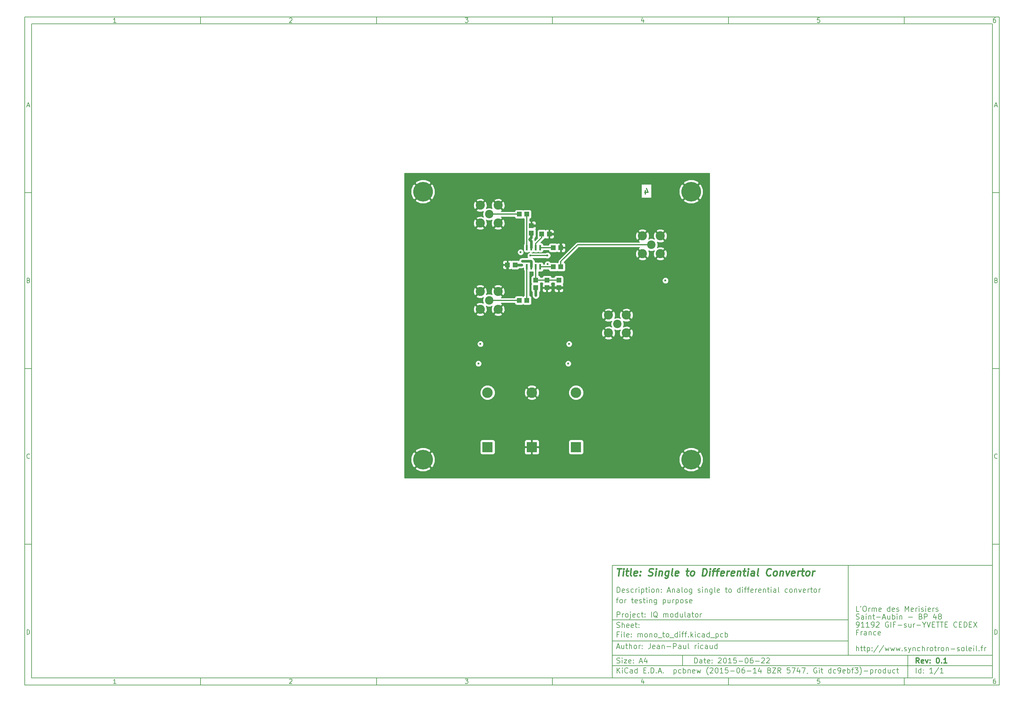
<source format=gbl>
G04 #@! TF.FileFunction,Copper,L4,Bot,Signal*
%FSLAX46Y46*%
G04 Gerber Fmt 4.6, Leading zero omitted, Abs format (unit mm)*
G04 Created by KiCad (PCBNEW (2015-06-14 BZR 5747, Git dc9ebf3)-product) date 24/06/2015 09:37:51*
%MOMM*%
G01*
G04 APERTURE LIST*
%ADD10C,0.100000*%
%ADD11C,0.150000*%
%ADD12C,0.300000*%
%ADD13C,0.400000*%
%ADD14R,2.999740X2.999740*%
%ADD15C,2.999740*%
%ADD16C,2.400000*%
%ADD17C,2.600000*%
%ADD18C,5.600700*%
%ADD19R,1.397000X1.399540*%
%ADD20R,1.399540X1.397000*%
%ADD21R,0.599440X1.518920*%
%ADD22C,0.600000*%
%ADD23C,0.800000*%
%ADD24C,0.309980*%
%ADD25C,0.254000*%
G04 APERTURE END LIST*
D10*
D11*
X53812200Y-30117200D02*
X53812200Y-62117200D01*
X161812200Y-62117200D01*
X161812200Y-30117200D01*
X53812200Y-30117200D01*
D10*
D11*
X-113190000Y125890000D02*
X-113190000Y-64117200D01*
X163812200Y-64117200D01*
X163812200Y125890000D01*
X-113190000Y125890000D01*
D10*
D11*
X-111190000Y123890000D02*
X-111190000Y-62117200D01*
X161812200Y-62117200D01*
X161812200Y123890000D01*
X-111190000Y123890000D01*
D10*
D11*
X-63190000Y123890000D02*
X-63190000Y125890000D01*
D10*
D11*
X-13190000Y123890000D02*
X-13190000Y125890000D01*
D10*
D11*
X36810000Y123890000D02*
X36810000Y125890000D01*
D10*
D11*
X86810000Y123890000D02*
X86810000Y125890000D01*
D10*
D11*
X136810000Y123890000D02*
X136810000Y125890000D01*
D10*
D11*
X-87199524Y124301905D02*
X-87942381Y124301905D01*
X-87570952Y124301905D02*
X-87570952Y125601905D01*
X-87694762Y125416190D01*
X-87818571Y125292381D01*
X-87942381Y125230476D01*
D10*
D11*
X-37942381Y125478095D02*
X-37880476Y125540000D01*
X-37756667Y125601905D01*
X-37447143Y125601905D01*
X-37323333Y125540000D01*
X-37261429Y125478095D01*
X-37199524Y125354286D01*
X-37199524Y125230476D01*
X-37261429Y125044762D01*
X-38004286Y124301905D01*
X-37199524Y124301905D01*
D10*
D11*
X11995714Y125601905D02*
X12800476Y125601905D01*
X12367143Y125106667D01*
X12552857Y125106667D01*
X12676667Y125044762D01*
X12738571Y124982857D01*
X12800476Y124859048D01*
X12800476Y124549524D01*
X12738571Y124425714D01*
X12676667Y124363810D01*
X12552857Y124301905D01*
X12181429Y124301905D01*
X12057619Y124363810D01*
X11995714Y124425714D01*
D10*
D11*
X62676667Y125168571D02*
X62676667Y124301905D01*
X62367143Y125663810D02*
X62057619Y124735238D01*
X62862381Y124735238D01*
D10*
D11*
X112738571Y125601905D02*
X112119524Y125601905D01*
X112057619Y124982857D01*
X112119524Y125044762D01*
X112243333Y125106667D01*
X112552857Y125106667D01*
X112676667Y125044762D01*
X112738571Y124982857D01*
X112800476Y124859048D01*
X112800476Y124549524D01*
X112738571Y124425714D01*
X112676667Y124363810D01*
X112552857Y124301905D01*
X112243333Y124301905D01*
X112119524Y124363810D01*
X112057619Y124425714D01*
D10*
D11*
X162676667Y125601905D02*
X162429048Y125601905D01*
X162305238Y125540000D01*
X162243333Y125478095D01*
X162119524Y125292381D01*
X162057619Y125044762D01*
X162057619Y124549524D01*
X162119524Y124425714D01*
X162181429Y124363810D01*
X162305238Y124301905D01*
X162552857Y124301905D01*
X162676667Y124363810D01*
X162738571Y124425714D01*
X162800476Y124549524D01*
X162800476Y124859048D01*
X162738571Y124982857D01*
X162676667Y125044762D01*
X162552857Y125106667D01*
X162305238Y125106667D01*
X162181429Y125044762D01*
X162119524Y124982857D01*
X162057619Y124859048D01*
D10*
D11*
X-63190000Y-62117200D02*
X-63190000Y-64117200D01*
D10*
D11*
X-13190000Y-62117200D02*
X-13190000Y-64117200D01*
D10*
D11*
X36810000Y-62117200D02*
X36810000Y-64117200D01*
D10*
D11*
X86810000Y-62117200D02*
X86810000Y-64117200D01*
D10*
D11*
X136810000Y-62117200D02*
X136810000Y-64117200D01*
D10*
D11*
X-87199524Y-63705295D02*
X-87942381Y-63705295D01*
X-87570952Y-63705295D02*
X-87570952Y-62405295D01*
X-87694762Y-62591010D01*
X-87818571Y-62714819D01*
X-87942381Y-62776724D01*
D10*
D11*
X-37942381Y-62529105D02*
X-37880476Y-62467200D01*
X-37756667Y-62405295D01*
X-37447143Y-62405295D01*
X-37323333Y-62467200D01*
X-37261429Y-62529105D01*
X-37199524Y-62652914D01*
X-37199524Y-62776724D01*
X-37261429Y-62962438D01*
X-38004286Y-63705295D01*
X-37199524Y-63705295D01*
D10*
D11*
X11995714Y-62405295D02*
X12800476Y-62405295D01*
X12367143Y-62900533D01*
X12552857Y-62900533D01*
X12676667Y-62962438D01*
X12738571Y-63024343D01*
X12800476Y-63148152D01*
X12800476Y-63457676D01*
X12738571Y-63581486D01*
X12676667Y-63643390D01*
X12552857Y-63705295D01*
X12181429Y-63705295D01*
X12057619Y-63643390D01*
X11995714Y-63581486D01*
D10*
D11*
X62676667Y-62838629D02*
X62676667Y-63705295D01*
X62367143Y-62343390D02*
X62057619Y-63271962D01*
X62862381Y-63271962D01*
D10*
D11*
X112738571Y-62405295D02*
X112119524Y-62405295D01*
X112057619Y-63024343D01*
X112119524Y-62962438D01*
X112243333Y-62900533D01*
X112552857Y-62900533D01*
X112676667Y-62962438D01*
X112738571Y-63024343D01*
X112800476Y-63148152D01*
X112800476Y-63457676D01*
X112738571Y-63581486D01*
X112676667Y-63643390D01*
X112552857Y-63705295D01*
X112243333Y-63705295D01*
X112119524Y-63643390D01*
X112057619Y-63581486D01*
D10*
D11*
X162676667Y-62405295D02*
X162429048Y-62405295D01*
X162305238Y-62467200D01*
X162243333Y-62529105D01*
X162119524Y-62714819D01*
X162057619Y-62962438D01*
X162057619Y-63457676D01*
X162119524Y-63581486D01*
X162181429Y-63643390D01*
X162305238Y-63705295D01*
X162552857Y-63705295D01*
X162676667Y-63643390D01*
X162738571Y-63581486D01*
X162800476Y-63457676D01*
X162800476Y-63148152D01*
X162738571Y-63024343D01*
X162676667Y-62962438D01*
X162552857Y-62900533D01*
X162305238Y-62900533D01*
X162181429Y-62962438D01*
X162119524Y-63024343D01*
X162057619Y-63148152D01*
D10*
D11*
X-113190000Y75890000D02*
X-111190000Y75890000D01*
D10*
D11*
X-113190000Y25890000D02*
X-111190000Y25890000D01*
D10*
D11*
X-113190000Y-24110000D02*
X-111190000Y-24110000D01*
D10*
D11*
X-112499524Y100673333D02*
X-111880476Y100673333D01*
X-112623333Y100301905D02*
X-112190000Y101601905D01*
X-111756667Y100301905D01*
D10*
D11*
X-112097143Y50982857D02*
X-111911429Y50920952D01*
X-111849524Y50859048D01*
X-111787619Y50735238D01*
X-111787619Y50549524D01*
X-111849524Y50425714D01*
X-111911429Y50363810D01*
X-112035238Y50301905D01*
X-112530476Y50301905D01*
X-112530476Y51601905D01*
X-112097143Y51601905D01*
X-111973333Y51540000D01*
X-111911429Y51478095D01*
X-111849524Y51354286D01*
X-111849524Y51230476D01*
X-111911429Y51106667D01*
X-111973333Y51044762D01*
X-112097143Y50982857D01*
X-112530476Y50982857D01*
D10*
D11*
X-111787619Y425714D02*
X-111849524Y363810D01*
X-112035238Y301905D01*
X-112159048Y301905D01*
X-112344762Y363810D01*
X-112468571Y487619D01*
X-112530476Y611429D01*
X-112592381Y859048D01*
X-112592381Y1044762D01*
X-112530476Y1292381D01*
X-112468571Y1416190D01*
X-112344762Y1540000D01*
X-112159048Y1601905D01*
X-112035238Y1601905D01*
X-111849524Y1540000D01*
X-111787619Y1478095D01*
D10*
D11*
X-112530476Y-49698095D02*
X-112530476Y-48398095D01*
X-112220952Y-48398095D01*
X-112035238Y-48460000D01*
X-111911429Y-48583810D01*
X-111849524Y-48707619D01*
X-111787619Y-48955238D01*
X-111787619Y-49140952D01*
X-111849524Y-49388571D01*
X-111911429Y-49512381D01*
X-112035238Y-49636190D01*
X-112220952Y-49698095D01*
X-112530476Y-49698095D01*
D10*
D11*
X163812200Y75890000D02*
X161812200Y75890000D01*
D10*
D11*
X163812200Y25890000D02*
X161812200Y25890000D01*
D10*
D11*
X163812200Y-24110000D02*
X161812200Y-24110000D01*
D10*
D11*
X162502676Y100673333D02*
X163121724Y100673333D01*
X162378867Y100301905D02*
X162812200Y101601905D01*
X163245533Y100301905D01*
D10*
D11*
X162905057Y50982857D02*
X163090771Y50920952D01*
X163152676Y50859048D01*
X163214581Y50735238D01*
X163214581Y50549524D01*
X163152676Y50425714D01*
X163090771Y50363810D01*
X162966962Y50301905D01*
X162471724Y50301905D01*
X162471724Y51601905D01*
X162905057Y51601905D01*
X163028867Y51540000D01*
X163090771Y51478095D01*
X163152676Y51354286D01*
X163152676Y51230476D01*
X163090771Y51106667D01*
X163028867Y51044762D01*
X162905057Y50982857D01*
X162471724Y50982857D01*
D10*
D11*
X163214581Y425714D02*
X163152676Y363810D01*
X162966962Y301905D01*
X162843152Y301905D01*
X162657438Y363810D01*
X162533629Y487619D01*
X162471724Y611429D01*
X162409819Y859048D01*
X162409819Y1044762D01*
X162471724Y1292381D01*
X162533629Y1416190D01*
X162657438Y1540000D01*
X162843152Y1601905D01*
X162966962Y1601905D01*
X163152676Y1540000D01*
X163214581Y1478095D01*
D10*
D11*
X162471724Y-49698095D02*
X162471724Y-48398095D01*
X162781248Y-48398095D01*
X162966962Y-48460000D01*
X163090771Y-48583810D01*
X163152676Y-48707619D01*
X163214581Y-48955238D01*
X163214581Y-49140952D01*
X163152676Y-49388571D01*
X163090771Y-49512381D01*
X162966962Y-49636190D01*
X162781248Y-49698095D01*
X162471724Y-49698095D01*
D10*
D11*
X77169343Y-57895771D02*
X77169343Y-56395771D01*
X77526486Y-56395771D01*
X77740771Y-56467200D01*
X77883629Y-56610057D01*
X77955057Y-56752914D01*
X78026486Y-57038629D01*
X78026486Y-57252914D01*
X77955057Y-57538629D01*
X77883629Y-57681486D01*
X77740771Y-57824343D01*
X77526486Y-57895771D01*
X77169343Y-57895771D01*
X79312200Y-57895771D02*
X79312200Y-57110057D01*
X79240771Y-56967200D01*
X79097914Y-56895771D01*
X78812200Y-56895771D01*
X78669343Y-56967200D01*
X79312200Y-57824343D02*
X79169343Y-57895771D01*
X78812200Y-57895771D01*
X78669343Y-57824343D01*
X78597914Y-57681486D01*
X78597914Y-57538629D01*
X78669343Y-57395771D01*
X78812200Y-57324343D01*
X79169343Y-57324343D01*
X79312200Y-57252914D01*
X79812200Y-56895771D02*
X80383629Y-56895771D01*
X80026486Y-56395771D02*
X80026486Y-57681486D01*
X80097914Y-57824343D01*
X80240772Y-57895771D01*
X80383629Y-57895771D01*
X81455057Y-57824343D02*
X81312200Y-57895771D01*
X81026486Y-57895771D01*
X80883629Y-57824343D01*
X80812200Y-57681486D01*
X80812200Y-57110057D01*
X80883629Y-56967200D01*
X81026486Y-56895771D01*
X81312200Y-56895771D01*
X81455057Y-56967200D01*
X81526486Y-57110057D01*
X81526486Y-57252914D01*
X80812200Y-57395771D01*
X82169343Y-57752914D02*
X82240771Y-57824343D01*
X82169343Y-57895771D01*
X82097914Y-57824343D01*
X82169343Y-57752914D01*
X82169343Y-57895771D01*
X82169343Y-56967200D02*
X82240771Y-57038629D01*
X82169343Y-57110057D01*
X82097914Y-57038629D01*
X82169343Y-56967200D01*
X82169343Y-57110057D01*
X83955057Y-56538629D02*
X84026486Y-56467200D01*
X84169343Y-56395771D01*
X84526486Y-56395771D01*
X84669343Y-56467200D01*
X84740772Y-56538629D01*
X84812200Y-56681486D01*
X84812200Y-56824343D01*
X84740772Y-57038629D01*
X83883629Y-57895771D01*
X84812200Y-57895771D01*
X85740771Y-56395771D02*
X85883628Y-56395771D01*
X86026485Y-56467200D01*
X86097914Y-56538629D01*
X86169343Y-56681486D01*
X86240771Y-56967200D01*
X86240771Y-57324343D01*
X86169343Y-57610057D01*
X86097914Y-57752914D01*
X86026485Y-57824343D01*
X85883628Y-57895771D01*
X85740771Y-57895771D01*
X85597914Y-57824343D01*
X85526485Y-57752914D01*
X85455057Y-57610057D01*
X85383628Y-57324343D01*
X85383628Y-56967200D01*
X85455057Y-56681486D01*
X85526485Y-56538629D01*
X85597914Y-56467200D01*
X85740771Y-56395771D01*
X87669342Y-57895771D02*
X86812199Y-57895771D01*
X87240771Y-57895771D02*
X87240771Y-56395771D01*
X87097914Y-56610057D01*
X86955056Y-56752914D01*
X86812199Y-56824343D01*
X89026485Y-56395771D02*
X88312199Y-56395771D01*
X88240770Y-57110057D01*
X88312199Y-57038629D01*
X88455056Y-56967200D01*
X88812199Y-56967200D01*
X88955056Y-57038629D01*
X89026485Y-57110057D01*
X89097913Y-57252914D01*
X89097913Y-57610057D01*
X89026485Y-57752914D01*
X88955056Y-57824343D01*
X88812199Y-57895771D01*
X88455056Y-57895771D01*
X88312199Y-57824343D01*
X88240770Y-57752914D01*
X89740770Y-57324343D02*
X90883627Y-57324343D01*
X91883627Y-56395771D02*
X92026484Y-56395771D01*
X92169341Y-56467200D01*
X92240770Y-56538629D01*
X92312199Y-56681486D01*
X92383627Y-56967200D01*
X92383627Y-57324343D01*
X92312199Y-57610057D01*
X92240770Y-57752914D01*
X92169341Y-57824343D01*
X92026484Y-57895771D01*
X91883627Y-57895771D01*
X91740770Y-57824343D01*
X91669341Y-57752914D01*
X91597913Y-57610057D01*
X91526484Y-57324343D01*
X91526484Y-56967200D01*
X91597913Y-56681486D01*
X91669341Y-56538629D01*
X91740770Y-56467200D01*
X91883627Y-56395771D01*
X93669341Y-56395771D02*
X93383627Y-56395771D01*
X93240770Y-56467200D01*
X93169341Y-56538629D01*
X93026484Y-56752914D01*
X92955055Y-57038629D01*
X92955055Y-57610057D01*
X93026484Y-57752914D01*
X93097912Y-57824343D01*
X93240770Y-57895771D01*
X93526484Y-57895771D01*
X93669341Y-57824343D01*
X93740770Y-57752914D01*
X93812198Y-57610057D01*
X93812198Y-57252914D01*
X93740770Y-57110057D01*
X93669341Y-57038629D01*
X93526484Y-56967200D01*
X93240770Y-56967200D01*
X93097912Y-57038629D01*
X93026484Y-57110057D01*
X92955055Y-57252914D01*
X94455055Y-57324343D02*
X95597912Y-57324343D01*
X96240769Y-56538629D02*
X96312198Y-56467200D01*
X96455055Y-56395771D01*
X96812198Y-56395771D01*
X96955055Y-56467200D01*
X97026484Y-56538629D01*
X97097912Y-56681486D01*
X97097912Y-56824343D01*
X97026484Y-57038629D01*
X96169341Y-57895771D01*
X97097912Y-57895771D01*
X97669340Y-56538629D02*
X97740769Y-56467200D01*
X97883626Y-56395771D01*
X98240769Y-56395771D01*
X98383626Y-56467200D01*
X98455055Y-56538629D01*
X98526483Y-56681486D01*
X98526483Y-56824343D01*
X98455055Y-57038629D01*
X97597912Y-57895771D01*
X98526483Y-57895771D01*
D10*
D11*
X53812200Y-58617200D02*
X161812200Y-58617200D01*
D10*
D11*
X55169343Y-60695771D02*
X55169343Y-59195771D01*
X56026486Y-60695771D02*
X55383629Y-59838629D01*
X56026486Y-59195771D02*
X55169343Y-60052914D01*
X56669343Y-60695771D02*
X56669343Y-59695771D01*
X56669343Y-59195771D02*
X56597914Y-59267200D01*
X56669343Y-59338629D01*
X56740771Y-59267200D01*
X56669343Y-59195771D01*
X56669343Y-59338629D01*
X58240772Y-60552914D02*
X58169343Y-60624343D01*
X57955057Y-60695771D01*
X57812200Y-60695771D01*
X57597915Y-60624343D01*
X57455057Y-60481486D01*
X57383629Y-60338629D01*
X57312200Y-60052914D01*
X57312200Y-59838629D01*
X57383629Y-59552914D01*
X57455057Y-59410057D01*
X57597915Y-59267200D01*
X57812200Y-59195771D01*
X57955057Y-59195771D01*
X58169343Y-59267200D01*
X58240772Y-59338629D01*
X59526486Y-60695771D02*
X59526486Y-59910057D01*
X59455057Y-59767200D01*
X59312200Y-59695771D01*
X59026486Y-59695771D01*
X58883629Y-59767200D01*
X59526486Y-60624343D02*
X59383629Y-60695771D01*
X59026486Y-60695771D01*
X58883629Y-60624343D01*
X58812200Y-60481486D01*
X58812200Y-60338629D01*
X58883629Y-60195771D01*
X59026486Y-60124343D01*
X59383629Y-60124343D01*
X59526486Y-60052914D01*
X60883629Y-60695771D02*
X60883629Y-59195771D01*
X60883629Y-60624343D02*
X60740772Y-60695771D01*
X60455058Y-60695771D01*
X60312200Y-60624343D01*
X60240772Y-60552914D01*
X60169343Y-60410057D01*
X60169343Y-59981486D01*
X60240772Y-59838629D01*
X60312200Y-59767200D01*
X60455058Y-59695771D01*
X60740772Y-59695771D01*
X60883629Y-59767200D01*
X62740772Y-59910057D02*
X63240772Y-59910057D01*
X63455058Y-60695771D02*
X62740772Y-60695771D01*
X62740772Y-59195771D01*
X63455058Y-59195771D01*
X64097915Y-60552914D02*
X64169343Y-60624343D01*
X64097915Y-60695771D01*
X64026486Y-60624343D01*
X64097915Y-60552914D01*
X64097915Y-60695771D01*
X64812201Y-60695771D02*
X64812201Y-59195771D01*
X65169344Y-59195771D01*
X65383629Y-59267200D01*
X65526487Y-59410057D01*
X65597915Y-59552914D01*
X65669344Y-59838629D01*
X65669344Y-60052914D01*
X65597915Y-60338629D01*
X65526487Y-60481486D01*
X65383629Y-60624343D01*
X65169344Y-60695771D01*
X64812201Y-60695771D01*
X66312201Y-60552914D02*
X66383629Y-60624343D01*
X66312201Y-60695771D01*
X66240772Y-60624343D01*
X66312201Y-60552914D01*
X66312201Y-60695771D01*
X66955058Y-60267200D02*
X67669344Y-60267200D01*
X66812201Y-60695771D02*
X67312201Y-59195771D01*
X67812201Y-60695771D01*
X68312201Y-60552914D02*
X68383629Y-60624343D01*
X68312201Y-60695771D01*
X68240772Y-60624343D01*
X68312201Y-60552914D01*
X68312201Y-60695771D01*
X71312201Y-59695771D02*
X71312201Y-61195771D01*
X71312201Y-59767200D02*
X71455058Y-59695771D01*
X71740772Y-59695771D01*
X71883629Y-59767200D01*
X71955058Y-59838629D01*
X72026487Y-59981486D01*
X72026487Y-60410057D01*
X71955058Y-60552914D01*
X71883629Y-60624343D01*
X71740772Y-60695771D01*
X71455058Y-60695771D01*
X71312201Y-60624343D01*
X73312201Y-60624343D02*
X73169344Y-60695771D01*
X72883630Y-60695771D01*
X72740772Y-60624343D01*
X72669344Y-60552914D01*
X72597915Y-60410057D01*
X72597915Y-59981486D01*
X72669344Y-59838629D01*
X72740772Y-59767200D01*
X72883630Y-59695771D01*
X73169344Y-59695771D01*
X73312201Y-59767200D01*
X73955058Y-60695771D02*
X73955058Y-59195771D01*
X73955058Y-59767200D02*
X74097915Y-59695771D01*
X74383629Y-59695771D01*
X74526486Y-59767200D01*
X74597915Y-59838629D01*
X74669344Y-59981486D01*
X74669344Y-60410057D01*
X74597915Y-60552914D01*
X74526486Y-60624343D01*
X74383629Y-60695771D01*
X74097915Y-60695771D01*
X73955058Y-60624343D01*
X75312201Y-59695771D02*
X75312201Y-60695771D01*
X75312201Y-59838629D02*
X75383629Y-59767200D01*
X75526487Y-59695771D01*
X75740772Y-59695771D01*
X75883629Y-59767200D01*
X75955058Y-59910057D01*
X75955058Y-60695771D01*
X77240772Y-60624343D02*
X77097915Y-60695771D01*
X76812201Y-60695771D01*
X76669344Y-60624343D01*
X76597915Y-60481486D01*
X76597915Y-59910057D01*
X76669344Y-59767200D01*
X76812201Y-59695771D01*
X77097915Y-59695771D01*
X77240772Y-59767200D01*
X77312201Y-59910057D01*
X77312201Y-60052914D01*
X76597915Y-60195771D01*
X77812201Y-59695771D02*
X78097915Y-60695771D01*
X78383629Y-59981486D01*
X78669344Y-60695771D01*
X78955058Y-59695771D01*
X81097915Y-61267200D02*
X81026487Y-61195771D01*
X80883630Y-60981486D01*
X80812201Y-60838629D01*
X80740772Y-60624343D01*
X80669344Y-60267200D01*
X80669344Y-59981486D01*
X80740772Y-59624343D01*
X80812201Y-59410057D01*
X80883630Y-59267200D01*
X81026487Y-59052914D01*
X81097915Y-58981486D01*
X81597915Y-59338629D02*
X81669344Y-59267200D01*
X81812201Y-59195771D01*
X82169344Y-59195771D01*
X82312201Y-59267200D01*
X82383630Y-59338629D01*
X82455058Y-59481486D01*
X82455058Y-59624343D01*
X82383630Y-59838629D01*
X81526487Y-60695771D01*
X82455058Y-60695771D01*
X83383629Y-59195771D02*
X83526486Y-59195771D01*
X83669343Y-59267200D01*
X83740772Y-59338629D01*
X83812201Y-59481486D01*
X83883629Y-59767200D01*
X83883629Y-60124343D01*
X83812201Y-60410057D01*
X83740772Y-60552914D01*
X83669343Y-60624343D01*
X83526486Y-60695771D01*
X83383629Y-60695771D01*
X83240772Y-60624343D01*
X83169343Y-60552914D01*
X83097915Y-60410057D01*
X83026486Y-60124343D01*
X83026486Y-59767200D01*
X83097915Y-59481486D01*
X83169343Y-59338629D01*
X83240772Y-59267200D01*
X83383629Y-59195771D01*
X85312200Y-60695771D02*
X84455057Y-60695771D01*
X84883629Y-60695771D02*
X84883629Y-59195771D01*
X84740772Y-59410057D01*
X84597914Y-59552914D01*
X84455057Y-59624343D01*
X86669343Y-59195771D02*
X85955057Y-59195771D01*
X85883628Y-59910057D01*
X85955057Y-59838629D01*
X86097914Y-59767200D01*
X86455057Y-59767200D01*
X86597914Y-59838629D01*
X86669343Y-59910057D01*
X86740771Y-60052914D01*
X86740771Y-60410057D01*
X86669343Y-60552914D01*
X86597914Y-60624343D01*
X86455057Y-60695771D01*
X86097914Y-60695771D01*
X85955057Y-60624343D01*
X85883628Y-60552914D01*
X87383628Y-60124343D02*
X88526485Y-60124343D01*
X89526485Y-59195771D02*
X89669342Y-59195771D01*
X89812199Y-59267200D01*
X89883628Y-59338629D01*
X89955057Y-59481486D01*
X90026485Y-59767200D01*
X90026485Y-60124343D01*
X89955057Y-60410057D01*
X89883628Y-60552914D01*
X89812199Y-60624343D01*
X89669342Y-60695771D01*
X89526485Y-60695771D01*
X89383628Y-60624343D01*
X89312199Y-60552914D01*
X89240771Y-60410057D01*
X89169342Y-60124343D01*
X89169342Y-59767200D01*
X89240771Y-59481486D01*
X89312199Y-59338629D01*
X89383628Y-59267200D01*
X89526485Y-59195771D01*
X91312199Y-59195771D02*
X91026485Y-59195771D01*
X90883628Y-59267200D01*
X90812199Y-59338629D01*
X90669342Y-59552914D01*
X90597913Y-59838629D01*
X90597913Y-60410057D01*
X90669342Y-60552914D01*
X90740770Y-60624343D01*
X90883628Y-60695771D01*
X91169342Y-60695771D01*
X91312199Y-60624343D01*
X91383628Y-60552914D01*
X91455056Y-60410057D01*
X91455056Y-60052914D01*
X91383628Y-59910057D01*
X91312199Y-59838629D01*
X91169342Y-59767200D01*
X90883628Y-59767200D01*
X90740770Y-59838629D01*
X90669342Y-59910057D01*
X90597913Y-60052914D01*
X92097913Y-60124343D02*
X93240770Y-60124343D01*
X94740770Y-60695771D02*
X93883627Y-60695771D01*
X94312199Y-60695771D02*
X94312199Y-59195771D01*
X94169342Y-59410057D01*
X94026484Y-59552914D01*
X93883627Y-59624343D01*
X96026484Y-59695771D02*
X96026484Y-60695771D01*
X95669341Y-59124343D02*
X95312198Y-60195771D01*
X96240770Y-60195771D01*
X98455055Y-59910057D02*
X98669341Y-59981486D01*
X98740769Y-60052914D01*
X98812198Y-60195771D01*
X98812198Y-60410057D01*
X98740769Y-60552914D01*
X98669341Y-60624343D01*
X98526483Y-60695771D01*
X97955055Y-60695771D01*
X97955055Y-59195771D01*
X98455055Y-59195771D01*
X98597912Y-59267200D01*
X98669341Y-59338629D01*
X98740769Y-59481486D01*
X98740769Y-59624343D01*
X98669341Y-59767200D01*
X98597912Y-59838629D01*
X98455055Y-59910057D01*
X97955055Y-59910057D01*
X99312198Y-59195771D02*
X100312198Y-59195771D01*
X99312198Y-60695771D01*
X100312198Y-60695771D01*
X101740769Y-60695771D02*
X101240769Y-59981486D01*
X100883626Y-60695771D02*
X100883626Y-59195771D01*
X101455054Y-59195771D01*
X101597912Y-59267200D01*
X101669340Y-59338629D01*
X101740769Y-59481486D01*
X101740769Y-59695771D01*
X101669340Y-59838629D01*
X101597912Y-59910057D01*
X101455054Y-59981486D01*
X100883626Y-59981486D01*
X104240769Y-59195771D02*
X103526483Y-59195771D01*
X103455054Y-59910057D01*
X103526483Y-59838629D01*
X103669340Y-59767200D01*
X104026483Y-59767200D01*
X104169340Y-59838629D01*
X104240769Y-59910057D01*
X104312197Y-60052914D01*
X104312197Y-60410057D01*
X104240769Y-60552914D01*
X104169340Y-60624343D01*
X104026483Y-60695771D01*
X103669340Y-60695771D01*
X103526483Y-60624343D01*
X103455054Y-60552914D01*
X104812197Y-59195771D02*
X105812197Y-59195771D01*
X105169340Y-60695771D01*
X107026482Y-59695771D02*
X107026482Y-60695771D01*
X106669339Y-59124343D02*
X106312196Y-60195771D01*
X107240768Y-60195771D01*
X107669339Y-59195771D02*
X108669339Y-59195771D01*
X108026482Y-60695771D01*
X109312195Y-60624343D02*
X109312195Y-60695771D01*
X109240767Y-60838629D01*
X109169338Y-60910057D01*
X111883624Y-59267200D02*
X111740767Y-59195771D01*
X111526481Y-59195771D01*
X111312196Y-59267200D01*
X111169338Y-59410057D01*
X111097910Y-59552914D01*
X111026481Y-59838629D01*
X111026481Y-60052914D01*
X111097910Y-60338629D01*
X111169338Y-60481486D01*
X111312196Y-60624343D01*
X111526481Y-60695771D01*
X111669338Y-60695771D01*
X111883624Y-60624343D01*
X111955053Y-60552914D01*
X111955053Y-60052914D01*
X111669338Y-60052914D01*
X112597910Y-60695771D02*
X112597910Y-59695771D01*
X112597910Y-59195771D02*
X112526481Y-59267200D01*
X112597910Y-59338629D01*
X112669338Y-59267200D01*
X112597910Y-59195771D01*
X112597910Y-59338629D01*
X113097910Y-59695771D02*
X113669339Y-59695771D01*
X113312196Y-59195771D02*
X113312196Y-60481486D01*
X113383624Y-60624343D01*
X113526482Y-60695771D01*
X113669339Y-60695771D01*
X115955053Y-60695771D02*
X115955053Y-59195771D01*
X115955053Y-60624343D02*
X115812196Y-60695771D01*
X115526482Y-60695771D01*
X115383624Y-60624343D01*
X115312196Y-60552914D01*
X115240767Y-60410057D01*
X115240767Y-59981486D01*
X115312196Y-59838629D01*
X115383624Y-59767200D01*
X115526482Y-59695771D01*
X115812196Y-59695771D01*
X115955053Y-59767200D01*
X117312196Y-60624343D02*
X117169339Y-60695771D01*
X116883625Y-60695771D01*
X116740767Y-60624343D01*
X116669339Y-60552914D01*
X116597910Y-60410057D01*
X116597910Y-59981486D01*
X116669339Y-59838629D01*
X116740767Y-59767200D01*
X116883625Y-59695771D01*
X117169339Y-59695771D01*
X117312196Y-59767200D01*
X118026481Y-60695771D02*
X118312196Y-60695771D01*
X118455053Y-60624343D01*
X118526481Y-60552914D01*
X118669339Y-60338629D01*
X118740767Y-60052914D01*
X118740767Y-59481486D01*
X118669339Y-59338629D01*
X118597910Y-59267200D01*
X118455053Y-59195771D01*
X118169339Y-59195771D01*
X118026481Y-59267200D01*
X117955053Y-59338629D01*
X117883624Y-59481486D01*
X117883624Y-59838629D01*
X117955053Y-59981486D01*
X118026481Y-60052914D01*
X118169339Y-60124343D01*
X118455053Y-60124343D01*
X118597910Y-60052914D01*
X118669339Y-59981486D01*
X118740767Y-59838629D01*
X119955052Y-60624343D02*
X119812195Y-60695771D01*
X119526481Y-60695771D01*
X119383624Y-60624343D01*
X119312195Y-60481486D01*
X119312195Y-59910057D01*
X119383624Y-59767200D01*
X119526481Y-59695771D01*
X119812195Y-59695771D01*
X119955052Y-59767200D01*
X120026481Y-59910057D01*
X120026481Y-60052914D01*
X119312195Y-60195771D01*
X120669338Y-60695771D02*
X120669338Y-59195771D01*
X120669338Y-59767200D02*
X120812195Y-59695771D01*
X121097909Y-59695771D01*
X121240766Y-59767200D01*
X121312195Y-59838629D01*
X121383624Y-59981486D01*
X121383624Y-60410057D01*
X121312195Y-60552914D01*
X121240766Y-60624343D01*
X121097909Y-60695771D01*
X120812195Y-60695771D01*
X120669338Y-60624343D01*
X121812195Y-59695771D02*
X122383624Y-59695771D01*
X122026481Y-60695771D02*
X122026481Y-59410057D01*
X122097909Y-59267200D01*
X122240767Y-59195771D01*
X122383624Y-59195771D01*
X122740767Y-59195771D02*
X123669338Y-59195771D01*
X123169338Y-59767200D01*
X123383624Y-59767200D01*
X123526481Y-59838629D01*
X123597910Y-59910057D01*
X123669338Y-60052914D01*
X123669338Y-60410057D01*
X123597910Y-60552914D01*
X123526481Y-60624343D01*
X123383624Y-60695771D01*
X122955052Y-60695771D01*
X122812195Y-60624343D01*
X122740767Y-60552914D01*
X124169338Y-61267200D02*
X124240766Y-61195771D01*
X124383623Y-60981486D01*
X124455052Y-60838629D01*
X124526481Y-60624343D01*
X124597909Y-60267200D01*
X124597909Y-59981486D01*
X124526481Y-59624343D01*
X124455052Y-59410057D01*
X124383623Y-59267200D01*
X124240766Y-59052914D01*
X124169338Y-58981486D01*
X125312195Y-60124343D02*
X126455052Y-60124343D01*
X127169338Y-59695771D02*
X127169338Y-61195771D01*
X127169338Y-59767200D02*
X127312195Y-59695771D01*
X127597909Y-59695771D01*
X127740766Y-59767200D01*
X127812195Y-59838629D01*
X127883624Y-59981486D01*
X127883624Y-60410057D01*
X127812195Y-60552914D01*
X127740766Y-60624343D01*
X127597909Y-60695771D01*
X127312195Y-60695771D01*
X127169338Y-60624343D01*
X128526481Y-60695771D02*
X128526481Y-59695771D01*
X128526481Y-59981486D02*
X128597909Y-59838629D01*
X128669338Y-59767200D01*
X128812195Y-59695771D01*
X128955052Y-59695771D01*
X129669338Y-60695771D02*
X129526480Y-60624343D01*
X129455052Y-60552914D01*
X129383623Y-60410057D01*
X129383623Y-59981486D01*
X129455052Y-59838629D01*
X129526480Y-59767200D01*
X129669338Y-59695771D01*
X129883623Y-59695771D01*
X130026480Y-59767200D01*
X130097909Y-59838629D01*
X130169338Y-59981486D01*
X130169338Y-60410057D01*
X130097909Y-60552914D01*
X130026480Y-60624343D01*
X129883623Y-60695771D01*
X129669338Y-60695771D01*
X131455052Y-60695771D02*
X131455052Y-59195771D01*
X131455052Y-60624343D02*
X131312195Y-60695771D01*
X131026481Y-60695771D01*
X130883623Y-60624343D01*
X130812195Y-60552914D01*
X130740766Y-60410057D01*
X130740766Y-59981486D01*
X130812195Y-59838629D01*
X130883623Y-59767200D01*
X131026481Y-59695771D01*
X131312195Y-59695771D01*
X131455052Y-59767200D01*
X132812195Y-59695771D02*
X132812195Y-60695771D01*
X132169338Y-59695771D02*
X132169338Y-60481486D01*
X132240766Y-60624343D01*
X132383624Y-60695771D01*
X132597909Y-60695771D01*
X132740766Y-60624343D01*
X132812195Y-60552914D01*
X134169338Y-60624343D02*
X134026481Y-60695771D01*
X133740767Y-60695771D01*
X133597909Y-60624343D01*
X133526481Y-60552914D01*
X133455052Y-60410057D01*
X133455052Y-59981486D01*
X133526481Y-59838629D01*
X133597909Y-59767200D01*
X133740767Y-59695771D01*
X134026481Y-59695771D01*
X134169338Y-59767200D01*
X134597909Y-59695771D02*
X135169338Y-59695771D01*
X134812195Y-59195771D02*
X134812195Y-60481486D01*
X134883623Y-60624343D01*
X135026481Y-60695771D01*
X135169338Y-60695771D01*
D10*
D11*
X53812200Y-55617200D02*
X161812200Y-55617200D01*
D10*
D12*
X141026486Y-57895771D02*
X140526486Y-57181486D01*
X140169343Y-57895771D02*
X140169343Y-56395771D01*
X140740771Y-56395771D01*
X140883629Y-56467200D01*
X140955057Y-56538629D01*
X141026486Y-56681486D01*
X141026486Y-56895771D01*
X140955057Y-57038629D01*
X140883629Y-57110057D01*
X140740771Y-57181486D01*
X140169343Y-57181486D01*
X142240771Y-57824343D02*
X142097914Y-57895771D01*
X141812200Y-57895771D01*
X141669343Y-57824343D01*
X141597914Y-57681486D01*
X141597914Y-57110057D01*
X141669343Y-56967200D01*
X141812200Y-56895771D01*
X142097914Y-56895771D01*
X142240771Y-56967200D01*
X142312200Y-57110057D01*
X142312200Y-57252914D01*
X141597914Y-57395771D01*
X142812200Y-56895771D02*
X143169343Y-57895771D01*
X143526485Y-56895771D01*
X144097914Y-57752914D02*
X144169342Y-57824343D01*
X144097914Y-57895771D01*
X144026485Y-57824343D01*
X144097914Y-57752914D01*
X144097914Y-57895771D01*
X144097914Y-56967200D02*
X144169342Y-57038629D01*
X144097914Y-57110057D01*
X144026485Y-57038629D01*
X144097914Y-56967200D01*
X144097914Y-57110057D01*
X146240771Y-56395771D02*
X146383628Y-56395771D01*
X146526485Y-56467200D01*
X146597914Y-56538629D01*
X146669343Y-56681486D01*
X146740771Y-56967200D01*
X146740771Y-57324343D01*
X146669343Y-57610057D01*
X146597914Y-57752914D01*
X146526485Y-57824343D01*
X146383628Y-57895771D01*
X146240771Y-57895771D01*
X146097914Y-57824343D01*
X146026485Y-57752914D01*
X145955057Y-57610057D01*
X145883628Y-57324343D01*
X145883628Y-56967200D01*
X145955057Y-56681486D01*
X146026485Y-56538629D01*
X146097914Y-56467200D01*
X146240771Y-56395771D01*
X147383628Y-57752914D02*
X147455056Y-57824343D01*
X147383628Y-57895771D01*
X147312199Y-57824343D01*
X147383628Y-57752914D01*
X147383628Y-57895771D01*
X148883628Y-57895771D02*
X148026485Y-57895771D01*
X148455057Y-57895771D02*
X148455057Y-56395771D01*
X148312200Y-56610057D01*
X148169342Y-56752914D01*
X148026485Y-56824343D01*
D10*
D11*
X55097914Y-57824343D02*
X55312200Y-57895771D01*
X55669343Y-57895771D01*
X55812200Y-57824343D01*
X55883629Y-57752914D01*
X55955057Y-57610057D01*
X55955057Y-57467200D01*
X55883629Y-57324343D01*
X55812200Y-57252914D01*
X55669343Y-57181486D01*
X55383629Y-57110057D01*
X55240771Y-57038629D01*
X55169343Y-56967200D01*
X55097914Y-56824343D01*
X55097914Y-56681486D01*
X55169343Y-56538629D01*
X55240771Y-56467200D01*
X55383629Y-56395771D01*
X55740771Y-56395771D01*
X55955057Y-56467200D01*
X56597914Y-57895771D02*
X56597914Y-56895771D01*
X56597914Y-56395771D02*
X56526485Y-56467200D01*
X56597914Y-56538629D01*
X56669342Y-56467200D01*
X56597914Y-56395771D01*
X56597914Y-56538629D01*
X57169343Y-56895771D02*
X57955057Y-56895771D01*
X57169343Y-57895771D01*
X57955057Y-57895771D01*
X59097914Y-57824343D02*
X58955057Y-57895771D01*
X58669343Y-57895771D01*
X58526486Y-57824343D01*
X58455057Y-57681486D01*
X58455057Y-57110057D01*
X58526486Y-56967200D01*
X58669343Y-56895771D01*
X58955057Y-56895771D01*
X59097914Y-56967200D01*
X59169343Y-57110057D01*
X59169343Y-57252914D01*
X58455057Y-57395771D01*
X59812200Y-57752914D02*
X59883628Y-57824343D01*
X59812200Y-57895771D01*
X59740771Y-57824343D01*
X59812200Y-57752914D01*
X59812200Y-57895771D01*
X59812200Y-56967200D02*
X59883628Y-57038629D01*
X59812200Y-57110057D01*
X59740771Y-57038629D01*
X59812200Y-56967200D01*
X59812200Y-57110057D01*
X61597914Y-57467200D02*
X62312200Y-57467200D01*
X61455057Y-57895771D02*
X61955057Y-56395771D01*
X62455057Y-57895771D01*
X63597914Y-56895771D02*
X63597914Y-57895771D01*
X63240771Y-56324343D02*
X62883628Y-57395771D01*
X63812200Y-57395771D01*
D10*
D11*
X140169343Y-60695771D02*
X140169343Y-59195771D01*
X141526486Y-60695771D02*
X141526486Y-59195771D01*
X141526486Y-60624343D02*
X141383629Y-60695771D01*
X141097915Y-60695771D01*
X140955057Y-60624343D01*
X140883629Y-60552914D01*
X140812200Y-60410057D01*
X140812200Y-59981486D01*
X140883629Y-59838629D01*
X140955057Y-59767200D01*
X141097915Y-59695771D01*
X141383629Y-59695771D01*
X141526486Y-59767200D01*
X142240772Y-60552914D02*
X142312200Y-60624343D01*
X142240772Y-60695771D01*
X142169343Y-60624343D01*
X142240772Y-60552914D01*
X142240772Y-60695771D01*
X142240772Y-59767200D02*
X142312200Y-59838629D01*
X142240772Y-59910057D01*
X142169343Y-59838629D01*
X142240772Y-59767200D01*
X142240772Y-59910057D01*
X144883629Y-60695771D02*
X144026486Y-60695771D01*
X144455058Y-60695771D02*
X144455058Y-59195771D01*
X144312201Y-59410057D01*
X144169343Y-59552914D01*
X144026486Y-59624343D01*
X146597914Y-59124343D02*
X145312200Y-61052914D01*
X147883629Y-60695771D02*
X147026486Y-60695771D01*
X147455058Y-60695771D02*
X147455058Y-59195771D01*
X147312201Y-59410057D01*
X147169343Y-59552914D01*
X147026486Y-59624343D01*
D10*
D11*
X163812200Y-64117200D02*
X163812200Y-64117200D01*
D10*
D11*
X53812200Y-51617200D02*
X120812200Y-51617200D01*
D10*
D13*
X55264581Y-31021962D02*
X56407438Y-31021962D01*
X55586010Y-33021962D02*
X55836010Y-31021962D01*
X56824105Y-33021962D02*
X56990771Y-31688629D01*
X57074105Y-31021962D02*
X56966962Y-31117200D01*
X57050295Y-31212438D01*
X57157439Y-31117200D01*
X57074105Y-31021962D01*
X57050295Y-31212438D01*
X57657438Y-31688629D02*
X58419343Y-31688629D01*
X58026486Y-31021962D02*
X57812200Y-32736248D01*
X57883630Y-32926724D01*
X58062201Y-33021962D01*
X58252677Y-33021962D01*
X59205058Y-33021962D02*
X59026487Y-32926724D01*
X58955057Y-32736248D01*
X59169343Y-31021962D01*
X60740772Y-32926724D02*
X60538391Y-33021962D01*
X60157439Y-33021962D01*
X59978867Y-32926724D01*
X59907438Y-32736248D01*
X60002676Y-31974343D01*
X60121724Y-31783867D01*
X60324105Y-31688629D01*
X60705057Y-31688629D01*
X60883629Y-31783867D01*
X60955057Y-31974343D01*
X60931248Y-32164819D01*
X59955057Y-32355295D01*
X61705057Y-32831486D02*
X61788392Y-32926724D01*
X61681248Y-33021962D01*
X61597915Y-32926724D01*
X61705057Y-32831486D01*
X61681248Y-33021962D01*
X61836010Y-31783867D02*
X61919344Y-31879105D01*
X61812200Y-31974343D01*
X61728867Y-31879105D01*
X61836010Y-31783867D01*
X61812200Y-31974343D01*
X64074106Y-32926724D02*
X64347916Y-33021962D01*
X64824106Y-33021962D01*
X65026487Y-32926724D01*
X65133629Y-32831486D01*
X65252678Y-32641010D01*
X65276487Y-32450533D01*
X65205058Y-32260057D01*
X65121725Y-32164819D01*
X64943153Y-32069581D01*
X64574106Y-31974343D01*
X64395535Y-31879105D01*
X64312201Y-31783867D01*
X64240772Y-31593390D01*
X64264582Y-31402914D01*
X64383629Y-31212438D01*
X64490773Y-31117200D01*
X64693154Y-31021962D01*
X65169344Y-31021962D01*
X65443154Y-31117200D01*
X66062201Y-33021962D02*
X66228867Y-31688629D01*
X66312201Y-31021962D02*
X66205058Y-31117200D01*
X66288391Y-31212438D01*
X66395535Y-31117200D01*
X66312201Y-31021962D01*
X66288391Y-31212438D01*
X67181248Y-31688629D02*
X67014582Y-33021962D01*
X67157439Y-31879105D02*
X67264583Y-31783867D01*
X67466963Y-31688629D01*
X67752677Y-31688629D01*
X67931249Y-31783867D01*
X68002677Y-31974343D01*
X67871725Y-33021962D01*
X69847915Y-31688629D02*
X69645534Y-33307676D01*
X69526487Y-33498152D01*
X69419344Y-33593390D01*
X69216963Y-33688629D01*
X68931249Y-33688629D01*
X68752677Y-33593390D01*
X69693154Y-32926724D02*
X69490773Y-33021962D01*
X69109821Y-33021962D01*
X68931250Y-32926724D01*
X68847915Y-32831486D01*
X68776487Y-32641010D01*
X68847915Y-32069581D01*
X68966963Y-31879105D01*
X69074107Y-31783867D01*
X69276487Y-31688629D01*
X69657439Y-31688629D01*
X69836011Y-31783867D01*
X70919345Y-33021962D02*
X70740774Y-32926724D01*
X70669344Y-32736248D01*
X70883630Y-31021962D01*
X72455059Y-32926724D02*
X72252678Y-33021962D01*
X71871726Y-33021962D01*
X71693154Y-32926724D01*
X71621725Y-32736248D01*
X71716963Y-31974343D01*
X71836011Y-31783867D01*
X72038392Y-31688629D01*
X72419344Y-31688629D01*
X72597916Y-31783867D01*
X72669344Y-31974343D01*
X72645535Y-32164819D01*
X71669344Y-32355295D01*
X74800297Y-31688629D02*
X75562202Y-31688629D01*
X75169345Y-31021962D02*
X74955059Y-32736248D01*
X75026489Y-32926724D01*
X75205060Y-33021962D01*
X75395536Y-33021962D01*
X76347917Y-33021962D02*
X76169346Y-32926724D01*
X76086011Y-32831486D01*
X76014583Y-32641010D01*
X76086011Y-32069581D01*
X76205059Y-31879105D01*
X76312203Y-31783867D01*
X76514583Y-31688629D01*
X76800297Y-31688629D01*
X76978869Y-31783867D01*
X77062202Y-31879105D01*
X77133630Y-32069581D01*
X77062202Y-32641010D01*
X76943154Y-32831486D01*
X76836012Y-32926724D01*
X76633631Y-33021962D01*
X76347917Y-33021962D01*
X79395536Y-33021962D02*
X79645536Y-31021962D01*
X80121727Y-31021962D01*
X80395536Y-31117200D01*
X80562203Y-31307676D01*
X80633632Y-31498152D01*
X80681251Y-31879105D01*
X80645537Y-32164819D01*
X80502680Y-32545771D01*
X80383631Y-32736248D01*
X80169346Y-32926724D01*
X79871727Y-33021962D01*
X79395536Y-33021962D01*
X81395536Y-33021962D02*
X81562202Y-31688629D01*
X81645536Y-31021962D02*
X81538393Y-31117200D01*
X81621726Y-31212438D01*
X81728870Y-31117200D01*
X81645536Y-31021962D01*
X81621726Y-31212438D01*
X82228869Y-31688629D02*
X82990774Y-31688629D01*
X82347917Y-33021962D02*
X82562203Y-31307676D01*
X82681251Y-31117200D01*
X82883632Y-31021962D01*
X83074108Y-31021962D01*
X83371726Y-31688629D02*
X84133631Y-31688629D01*
X83490774Y-33021962D02*
X83705060Y-31307676D01*
X83824108Y-31117200D01*
X84026489Y-31021962D01*
X84216965Y-31021962D01*
X85407441Y-32926724D02*
X85205060Y-33021962D01*
X84824108Y-33021962D01*
X84645536Y-32926724D01*
X84574107Y-32736248D01*
X84669345Y-31974343D01*
X84788393Y-31783867D01*
X84990774Y-31688629D01*
X85371726Y-31688629D01*
X85550298Y-31783867D01*
X85621726Y-31974343D01*
X85597917Y-32164819D01*
X84621726Y-32355295D01*
X86347917Y-33021962D02*
X86514583Y-31688629D01*
X86466964Y-32069581D02*
X86586013Y-31879105D01*
X86693156Y-31783867D01*
X86895536Y-31688629D01*
X87086012Y-31688629D01*
X88359822Y-32926724D02*
X88157441Y-33021962D01*
X87776489Y-33021962D01*
X87597917Y-32926724D01*
X87526488Y-32736248D01*
X87621726Y-31974343D01*
X87740774Y-31783867D01*
X87943155Y-31688629D01*
X88324107Y-31688629D01*
X88502679Y-31783867D01*
X88574107Y-31974343D01*
X88550298Y-32164819D01*
X87574107Y-32355295D01*
X89466964Y-31688629D02*
X89300298Y-33021962D01*
X89443155Y-31879105D02*
X89550299Y-31783867D01*
X89752679Y-31688629D01*
X90038393Y-31688629D01*
X90216965Y-31783867D01*
X90288393Y-31974343D01*
X90157441Y-33021962D01*
X90990774Y-31688629D02*
X91752679Y-31688629D01*
X91359822Y-31021962D02*
X91145536Y-32736248D01*
X91216966Y-32926724D01*
X91395537Y-33021962D01*
X91586013Y-33021962D01*
X92252679Y-33021962D02*
X92419345Y-31688629D01*
X92502679Y-31021962D02*
X92395536Y-31117200D01*
X92478869Y-31212438D01*
X92586013Y-31117200D01*
X92502679Y-31021962D01*
X92478869Y-31212438D01*
X94062203Y-33021962D02*
X94193155Y-31974343D01*
X94121727Y-31783867D01*
X93943155Y-31688629D01*
X93562203Y-31688629D01*
X93359822Y-31783867D01*
X94074108Y-32926724D02*
X93871727Y-33021962D01*
X93395537Y-33021962D01*
X93216965Y-32926724D01*
X93145536Y-32736248D01*
X93169346Y-32545771D01*
X93288393Y-32355295D01*
X93490775Y-32260057D01*
X93966965Y-32260057D01*
X94169346Y-32164819D01*
X95300299Y-33021962D02*
X95121728Y-32926724D01*
X95050298Y-32736248D01*
X95264584Y-31021962D01*
X98752680Y-32831486D02*
X98645538Y-32926724D01*
X98347918Y-33021962D01*
X98157442Y-33021962D01*
X97883633Y-32926724D01*
X97716966Y-32736248D01*
X97645537Y-32545771D01*
X97597918Y-32164819D01*
X97633632Y-31879105D01*
X97776489Y-31498152D01*
X97895538Y-31307676D01*
X98109823Y-31117200D01*
X98407442Y-31021962D01*
X98597918Y-31021962D01*
X98871728Y-31117200D01*
X98955061Y-31212438D01*
X99871728Y-33021962D02*
X99693157Y-32926724D01*
X99609822Y-32831486D01*
X99538394Y-32641010D01*
X99609822Y-32069581D01*
X99728870Y-31879105D01*
X99836014Y-31783867D01*
X100038394Y-31688629D01*
X100324108Y-31688629D01*
X100502680Y-31783867D01*
X100586013Y-31879105D01*
X100657441Y-32069581D01*
X100586013Y-32641010D01*
X100466965Y-32831486D01*
X100359823Y-32926724D01*
X100157442Y-33021962D01*
X99871728Y-33021962D01*
X101562203Y-31688629D02*
X101395537Y-33021962D01*
X101538394Y-31879105D02*
X101645538Y-31783867D01*
X101847918Y-31688629D01*
X102133632Y-31688629D01*
X102312204Y-31783867D01*
X102383632Y-31974343D01*
X102252680Y-33021962D01*
X103181251Y-31688629D02*
X103490776Y-33021962D01*
X104133632Y-31688629D01*
X105502681Y-32926724D02*
X105300300Y-33021962D01*
X104919348Y-33021962D01*
X104740776Y-32926724D01*
X104669347Y-32736248D01*
X104764585Y-31974343D01*
X104883633Y-31783867D01*
X105086014Y-31688629D01*
X105466966Y-31688629D01*
X105645538Y-31783867D01*
X105716966Y-31974343D01*
X105693157Y-32164819D01*
X104716966Y-32355295D01*
X106443157Y-33021962D02*
X106609823Y-31688629D01*
X106562204Y-32069581D02*
X106681253Y-31879105D01*
X106788396Y-31783867D01*
X106990776Y-31688629D01*
X107181252Y-31688629D01*
X107562204Y-31688629D02*
X108324109Y-31688629D01*
X107931252Y-31021962D02*
X107716966Y-32736248D01*
X107788396Y-32926724D01*
X107966967Y-33021962D01*
X108157443Y-33021962D01*
X109109824Y-33021962D02*
X108931253Y-32926724D01*
X108847918Y-32831486D01*
X108776490Y-32641010D01*
X108847918Y-32069581D01*
X108966966Y-31879105D01*
X109074110Y-31783867D01*
X109276490Y-31688629D01*
X109562204Y-31688629D01*
X109740776Y-31783867D01*
X109824109Y-31879105D01*
X109895537Y-32069581D01*
X109824109Y-32641010D01*
X109705061Y-32831486D01*
X109597919Y-32926724D01*
X109395538Y-33021962D01*
X109109824Y-33021962D01*
X110633633Y-33021962D02*
X110800299Y-31688629D01*
X110752680Y-32069581D02*
X110871729Y-31879105D01*
X110978872Y-31783867D01*
X111181252Y-31688629D01*
X111371728Y-31688629D01*
D10*
D11*
X55669343Y-49710057D02*
X55169343Y-49710057D01*
X55169343Y-50495771D02*
X55169343Y-48995771D01*
X55883629Y-48995771D01*
X56455057Y-50495771D02*
X56455057Y-49495771D01*
X56455057Y-48995771D02*
X56383628Y-49067200D01*
X56455057Y-49138629D01*
X56526485Y-49067200D01*
X56455057Y-48995771D01*
X56455057Y-49138629D01*
X57383629Y-50495771D02*
X57240771Y-50424343D01*
X57169343Y-50281486D01*
X57169343Y-48995771D01*
X58526485Y-50424343D02*
X58383628Y-50495771D01*
X58097914Y-50495771D01*
X57955057Y-50424343D01*
X57883628Y-50281486D01*
X57883628Y-49710057D01*
X57955057Y-49567200D01*
X58097914Y-49495771D01*
X58383628Y-49495771D01*
X58526485Y-49567200D01*
X58597914Y-49710057D01*
X58597914Y-49852914D01*
X57883628Y-49995771D01*
X59240771Y-50352914D02*
X59312199Y-50424343D01*
X59240771Y-50495771D01*
X59169342Y-50424343D01*
X59240771Y-50352914D01*
X59240771Y-50495771D01*
X59240771Y-49567200D02*
X59312199Y-49638629D01*
X59240771Y-49710057D01*
X59169342Y-49638629D01*
X59240771Y-49567200D01*
X59240771Y-49710057D01*
X61097914Y-50495771D02*
X61097914Y-49495771D01*
X61097914Y-49638629D02*
X61169342Y-49567200D01*
X61312200Y-49495771D01*
X61526485Y-49495771D01*
X61669342Y-49567200D01*
X61740771Y-49710057D01*
X61740771Y-50495771D01*
X61740771Y-49710057D02*
X61812200Y-49567200D01*
X61955057Y-49495771D01*
X62169342Y-49495771D01*
X62312200Y-49567200D01*
X62383628Y-49710057D01*
X62383628Y-50495771D01*
X63312200Y-50495771D02*
X63169342Y-50424343D01*
X63097914Y-50352914D01*
X63026485Y-50210057D01*
X63026485Y-49781486D01*
X63097914Y-49638629D01*
X63169342Y-49567200D01*
X63312200Y-49495771D01*
X63526485Y-49495771D01*
X63669342Y-49567200D01*
X63740771Y-49638629D01*
X63812200Y-49781486D01*
X63812200Y-50210057D01*
X63740771Y-50352914D01*
X63669342Y-50424343D01*
X63526485Y-50495771D01*
X63312200Y-50495771D01*
X64455057Y-49495771D02*
X64455057Y-50495771D01*
X64455057Y-49638629D02*
X64526485Y-49567200D01*
X64669343Y-49495771D01*
X64883628Y-49495771D01*
X65026485Y-49567200D01*
X65097914Y-49710057D01*
X65097914Y-50495771D01*
X66026486Y-50495771D02*
X65883628Y-50424343D01*
X65812200Y-50352914D01*
X65740771Y-50210057D01*
X65740771Y-49781486D01*
X65812200Y-49638629D01*
X65883628Y-49567200D01*
X66026486Y-49495771D01*
X66240771Y-49495771D01*
X66383628Y-49567200D01*
X66455057Y-49638629D01*
X66526486Y-49781486D01*
X66526486Y-50210057D01*
X66455057Y-50352914D01*
X66383628Y-50424343D01*
X66240771Y-50495771D01*
X66026486Y-50495771D01*
X66812200Y-50638629D02*
X67955057Y-50638629D01*
X68097914Y-49495771D02*
X68669343Y-49495771D01*
X68312200Y-48995771D02*
X68312200Y-50281486D01*
X68383628Y-50424343D01*
X68526486Y-50495771D01*
X68669343Y-50495771D01*
X69383629Y-50495771D02*
X69240771Y-50424343D01*
X69169343Y-50352914D01*
X69097914Y-50210057D01*
X69097914Y-49781486D01*
X69169343Y-49638629D01*
X69240771Y-49567200D01*
X69383629Y-49495771D01*
X69597914Y-49495771D01*
X69740771Y-49567200D01*
X69812200Y-49638629D01*
X69883629Y-49781486D01*
X69883629Y-50210057D01*
X69812200Y-50352914D01*
X69740771Y-50424343D01*
X69597914Y-50495771D01*
X69383629Y-50495771D01*
X70169343Y-50638629D02*
X71312200Y-50638629D01*
X72312200Y-50495771D02*
X72312200Y-48995771D01*
X72312200Y-50424343D02*
X72169343Y-50495771D01*
X71883629Y-50495771D01*
X71740771Y-50424343D01*
X71669343Y-50352914D01*
X71597914Y-50210057D01*
X71597914Y-49781486D01*
X71669343Y-49638629D01*
X71740771Y-49567200D01*
X71883629Y-49495771D01*
X72169343Y-49495771D01*
X72312200Y-49567200D01*
X73026486Y-50495771D02*
X73026486Y-49495771D01*
X73026486Y-48995771D02*
X72955057Y-49067200D01*
X73026486Y-49138629D01*
X73097914Y-49067200D01*
X73026486Y-48995771D01*
X73026486Y-49138629D01*
X73526486Y-49495771D02*
X74097915Y-49495771D01*
X73740772Y-50495771D02*
X73740772Y-49210057D01*
X73812200Y-49067200D01*
X73955058Y-48995771D01*
X74097915Y-48995771D01*
X74383629Y-49495771D02*
X74955058Y-49495771D01*
X74597915Y-50495771D02*
X74597915Y-49210057D01*
X74669343Y-49067200D01*
X74812201Y-48995771D01*
X74955058Y-48995771D01*
X75455058Y-50352914D02*
X75526486Y-50424343D01*
X75455058Y-50495771D01*
X75383629Y-50424343D01*
X75455058Y-50352914D01*
X75455058Y-50495771D01*
X76169344Y-50495771D02*
X76169344Y-48995771D01*
X76312201Y-49924343D02*
X76740772Y-50495771D01*
X76740772Y-49495771D02*
X76169344Y-50067200D01*
X77383630Y-50495771D02*
X77383630Y-49495771D01*
X77383630Y-48995771D02*
X77312201Y-49067200D01*
X77383630Y-49138629D01*
X77455058Y-49067200D01*
X77383630Y-48995771D01*
X77383630Y-49138629D01*
X78740773Y-50424343D02*
X78597916Y-50495771D01*
X78312202Y-50495771D01*
X78169344Y-50424343D01*
X78097916Y-50352914D01*
X78026487Y-50210057D01*
X78026487Y-49781486D01*
X78097916Y-49638629D01*
X78169344Y-49567200D01*
X78312202Y-49495771D01*
X78597916Y-49495771D01*
X78740773Y-49567200D01*
X80026487Y-50495771D02*
X80026487Y-49710057D01*
X79955058Y-49567200D01*
X79812201Y-49495771D01*
X79526487Y-49495771D01*
X79383630Y-49567200D01*
X80026487Y-50424343D02*
X79883630Y-50495771D01*
X79526487Y-50495771D01*
X79383630Y-50424343D01*
X79312201Y-50281486D01*
X79312201Y-50138629D01*
X79383630Y-49995771D01*
X79526487Y-49924343D01*
X79883630Y-49924343D01*
X80026487Y-49852914D01*
X81383630Y-50495771D02*
X81383630Y-48995771D01*
X81383630Y-50424343D02*
X81240773Y-50495771D01*
X80955059Y-50495771D01*
X80812201Y-50424343D01*
X80740773Y-50352914D01*
X80669344Y-50210057D01*
X80669344Y-49781486D01*
X80740773Y-49638629D01*
X80812201Y-49567200D01*
X80955059Y-49495771D01*
X81240773Y-49495771D01*
X81383630Y-49567200D01*
X81740773Y-50638629D02*
X82883630Y-50638629D01*
X83240773Y-49495771D02*
X83240773Y-50995771D01*
X83240773Y-49567200D02*
X83383630Y-49495771D01*
X83669344Y-49495771D01*
X83812201Y-49567200D01*
X83883630Y-49638629D01*
X83955059Y-49781486D01*
X83955059Y-50210057D01*
X83883630Y-50352914D01*
X83812201Y-50424343D01*
X83669344Y-50495771D01*
X83383630Y-50495771D01*
X83240773Y-50424343D01*
X85240773Y-50424343D02*
X85097916Y-50495771D01*
X84812202Y-50495771D01*
X84669344Y-50424343D01*
X84597916Y-50352914D01*
X84526487Y-50210057D01*
X84526487Y-49781486D01*
X84597916Y-49638629D01*
X84669344Y-49567200D01*
X84812202Y-49495771D01*
X85097916Y-49495771D01*
X85240773Y-49567200D01*
X85883630Y-50495771D02*
X85883630Y-48995771D01*
X85883630Y-49567200D02*
X86026487Y-49495771D01*
X86312201Y-49495771D01*
X86455058Y-49567200D01*
X86526487Y-49638629D01*
X86597916Y-49781486D01*
X86597916Y-50210057D01*
X86526487Y-50352914D01*
X86455058Y-50424343D01*
X86312201Y-50495771D01*
X86026487Y-50495771D01*
X85883630Y-50424343D01*
D10*
D11*
X53812200Y-45617200D02*
X120812200Y-45617200D01*
D10*
D11*
X55097914Y-47724343D02*
X55312200Y-47795771D01*
X55669343Y-47795771D01*
X55812200Y-47724343D01*
X55883629Y-47652914D01*
X55955057Y-47510057D01*
X55955057Y-47367200D01*
X55883629Y-47224343D01*
X55812200Y-47152914D01*
X55669343Y-47081486D01*
X55383629Y-47010057D01*
X55240771Y-46938629D01*
X55169343Y-46867200D01*
X55097914Y-46724343D01*
X55097914Y-46581486D01*
X55169343Y-46438629D01*
X55240771Y-46367200D01*
X55383629Y-46295771D01*
X55740771Y-46295771D01*
X55955057Y-46367200D01*
X56597914Y-47795771D02*
X56597914Y-46295771D01*
X57240771Y-47795771D02*
X57240771Y-47010057D01*
X57169342Y-46867200D01*
X57026485Y-46795771D01*
X56812200Y-46795771D01*
X56669342Y-46867200D01*
X56597914Y-46938629D01*
X58526485Y-47724343D02*
X58383628Y-47795771D01*
X58097914Y-47795771D01*
X57955057Y-47724343D01*
X57883628Y-47581486D01*
X57883628Y-47010057D01*
X57955057Y-46867200D01*
X58097914Y-46795771D01*
X58383628Y-46795771D01*
X58526485Y-46867200D01*
X58597914Y-47010057D01*
X58597914Y-47152914D01*
X57883628Y-47295771D01*
X59812199Y-47724343D02*
X59669342Y-47795771D01*
X59383628Y-47795771D01*
X59240771Y-47724343D01*
X59169342Y-47581486D01*
X59169342Y-47010057D01*
X59240771Y-46867200D01*
X59383628Y-46795771D01*
X59669342Y-46795771D01*
X59812199Y-46867200D01*
X59883628Y-47010057D01*
X59883628Y-47152914D01*
X59169342Y-47295771D01*
X60312199Y-46795771D02*
X60883628Y-46795771D01*
X60526485Y-46295771D02*
X60526485Y-47581486D01*
X60597913Y-47724343D01*
X60740771Y-47795771D01*
X60883628Y-47795771D01*
X61383628Y-47652914D02*
X61455056Y-47724343D01*
X61383628Y-47795771D01*
X61312199Y-47724343D01*
X61383628Y-47652914D01*
X61383628Y-47795771D01*
X61383628Y-46867200D02*
X61455056Y-46938629D01*
X61383628Y-47010057D01*
X61312199Y-46938629D01*
X61383628Y-46867200D01*
X61383628Y-47010057D01*
D10*
D11*
X55169343Y-37795571D02*
X55169343Y-36295571D01*
X55526486Y-36295571D01*
X55740771Y-36367000D01*
X55883629Y-36509857D01*
X55955057Y-36652714D01*
X56026486Y-36938429D01*
X56026486Y-37152714D01*
X55955057Y-37438429D01*
X55883629Y-37581286D01*
X55740771Y-37724143D01*
X55526486Y-37795571D01*
X55169343Y-37795571D01*
X57240771Y-37724143D02*
X57097914Y-37795571D01*
X56812200Y-37795571D01*
X56669343Y-37724143D01*
X56597914Y-37581286D01*
X56597914Y-37009857D01*
X56669343Y-36867000D01*
X56812200Y-36795571D01*
X57097914Y-36795571D01*
X57240771Y-36867000D01*
X57312200Y-37009857D01*
X57312200Y-37152714D01*
X56597914Y-37295571D01*
X57883628Y-37724143D02*
X58026485Y-37795571D01*
X58312200Y-37795571D01*
X58455057Y-37724143D01*
X58526485Y-37581286D01*
X58526485Y-37509857D01*
X58455057Y-37367000D01*
X58312200Y-37295571D01*
X58097914Y-37295571D01*
X57955057Y-37224143D01*
X57883628Y-37081286D01*
X57883628Y-37009857D01*
X57955057Y-36867000D01*
X58097914Y-36795571D01*
X58312200Y-36795571D01*
X58455057Y-36867000D01*
X59812200Y-37724143D02*
X59669343Y-37795571D01*
X59383629Y-37795571D01*
X59240771Y-37724143D01*
X59169343Y-37652714D01*
X59097914Y-37509857D01*
X59097914Y-37081286D01*
X59169343Y-36938429D01*
X59240771Y-36867000D01*
X59383629Y-36795571D01*
X59669343Y-36795571D01*
X59812200Y-36867000D01*
X60455057Y-37795571D02*
X60455057Y-36795571D01*
X60455057Y-37081286D02*
X60526485Y-36938429D01*
X60597914Y-36867000D01*
X60740771Y-36795571D01*
X60883628Y-36795571D01*
X61383628Y-37795571D02*
X61383628Y-36795571D01*
X61383628Y-36295571D02*
X61312199Y-36367000D01*
X61383628Y-36438429D01*
X61455056Y-36367000D01*
X61383628Y-36295571D01*
X61383628Y-36438429D01*
X62097914Y-36795571D02*
X62097914Y-38295571D01*
X62097914Y-36867000D02*
X62240771Y-36795571D01*
X62526485Y-36795571D01*
X62669342Y-36867000D01*
X62740771Y-36938429D01*
X62812200Y-37081286D01*
X62812200Y-37509857D01*
X62740771Y-37652714D01*
X62669342Y-37724143D01*
X62526485Y-37795571D01*
X62240771Y-37795571D01*
X62097914Y-37724143D01*
X63240771Y-36795571D02*
X63812200Y-36795571D01*
X63455057Y-36295571D02*
X63455057Y-37581286D01*
X63526485Y-37724143D01*
X63669343Y-37795571D01*
X63812200Y-37795571D01*
X64312200Y-37795571D02*
X64312200Y-36795571D01*
X64312200Y-36295571D02*
X64240771Y-36367000D01*
X64312200Y-36438429D01*
X64383628Y-36367000D01*
X64312200Y-36295571D01*
X64312200Y-36438429D01*
X65240772Y-37795571D02*
X65097914Y-37724143D01*
X65026486Y-37652714D01*
X64955057Y-37509857D01*
X64955057Y-37081286D01*
X65026486Y-36938429D01*
X65097914Y-36867000D01*
X65240772Y-36795571D01*
X65455057Y-36795571D01*
X65597914Y-36867000D01*
X65669343Y-36938429D01*
X65740772Y-37081286D01*
X65740772Y-37509857D01*
X65669343Y-37652714D01*
X65597914Y-37724143D01*
X65455057Y-37795571D01*
X65240772Y-37795571D01*
X66383629Y-36795571D02*
X66383629Y-37795571D01*
X66383629Y-36938429D02*
X66455057Y-36867000D01*
X66597915Y-36795571D01*
X66812200Y-36795571D01*
X66955057Y-36867000D01*
X67026486Y-37009857D01*
X67026486Y-37795571D01*
X67740772Y-37652714D02*
X67812200Y-37724143D01*
X67740772Y-37795571D01*
X67669343Y-37724143D01*
X67740772Y-37652714D01*
X67740772Y-37795571D01*
X67740772Y-36867000D02*
X67812200Y-36938429D01*
X67740772Y-37009857D01*
X67669343Y-36938429D01*
X67740772Y-36867000D01*
X67740772Y-37009857D01*
X69526486Y-37367000D02*
X70240772Y-37367000D01*
X69383629Y-37795571D02*
X69883629Y-36295571D01*
X70383629Y-37795571D01*
X70883629Y-36795571D02*
X70883629Y-37795571D01*
X70883629Y-36938429D02*
X70955057Y-36867000D01*
X71097915Y-36795571D01*
X71312200Y-36795571D01*
X71455057Y-36867000D01*
X71526486Y-37009857D01*
X71526486Y-37795571D01*
X72883629Y-37795571D02*
X72883629Y-37009857D01*
X72812200Y-36867000D01*
X72669343Y-36795571D01*
X72383629Y-36795571D01*
X72240772Y-36867000D01*
X72883629Y-37724143D02*
X72740772Y-37795571D01*
X72383629Y-37795571D01*
X72240772Y-37724143D01*
X72169343Y-37581286D01*
X72169343Y-37438429D01*
X72240772Y-37295571D01*
X72383629Y-37224143D01*
X72740772Y-37224143D01*
X72883629Y-37152714D01*
X73812201Y-37795571D02*
X73669343Y-37724143D01*
X73597915Y-37581286D01*
X73597915Y-36295571D01*
X74597915Y-37795571D02*
X74455057Y-37724143D01*
X74383629Y-37652714D01*
X74312200Y-37509857D01*
X74312200Y-37081286D01*
X74383629Y-36938429D01*
X74455057Y-36867000D01*
X74597915Y-36795571D01*
X74812200Y-36795571D01*
X74955057Y-36867000D01*
X75026486Y-36938429D01*
X75097915Y-37081286D01*
X75097915Y-37509857D01*
X75026486Y-37652714D01*
X74955057Y-37724143D01*
X74812200Y-37795571D01*
X74597915Y-37795571D01*
X76383629Y-36795571D02*
X76383629Y-38009857D01*
X76312200Y-38152714D01*
X76240772Y-38224143D01*
X76097915Y-38295571D01*
X75883629Y-38295571D01*
X75740772Y-38224143D01*
X76383629Y-37724143D02*
X76240772Y-37795571D01*
X75955058Y-37795571D01*
X75812200Y-37724143D01*
X75740772Y-37652714D01*
X75669343Y-37509857D01*
X75669343Y-37081286D01*
X75740772Y-36938429D01*
X75812200Y-36867000D01*
X75955058Y-36795571D01*
X76240772Y-36795571D01*
X76383629Y-36867000D01*
X78169343Y-37724143D02*
X78312200Y-37795571D01*
X78597915Y-37795571D01*
X78740772Y-37724143D01*
X78812200Y-37581286D01*
X78812200Y-37509857D01*
X78740772Y-37367000D01*
X78597915Y-37295571D01*
X78383629Y-37295571D01*
X78240772Y-37224143D01*
X78169343Y-37081286D01*
X78169343Y-37009857D01*
X78240772Y-36867000D01*
X78383629Y-36795571D01*
X78597915Y-36795571D01*
X78740772Y-36867000D01*
X79455058Y-37795571D02*
X79455058Y-36795571D01*
X79455058Y-36295571D02*
X79383629Y-36367000D01*
X79455058Y-36438429D01*
X79526486Y-36367000D01*
X79455058Y-36295571D01*
X79455058Y-36438429D01*
X80169344Y-36795571D02*
X80169344Y-37795571D01*
X80169344Y-36938429D02*
X80240772Y-36867000D01*
X80383630Y-36795571D01*
X80597915Y-36795571D01*
X80740772Y-36867000D01*
X80812201Y-37009857D01*
X80812201Y-37795571D01*
X82169344Y-36795571D02*
X82169344Y-38009857D01*
X82097915Y-38152714D01*
X82026487Y-38224143D01*
X81883630Y-38295571D01*
X81669344Y-38295571D01*
X81526487Y-38224143D01*
X82169344Y-37724143D02*
X82026487Y-37795571D01*
X81740773Y-37795571D01*
X81597915Y-37724143D01*
X81526487Y-37652714D01*
X81455058Y-37509857D01*
X81455058Y-37081286D01*
X81526487Y-36938429D01*
X81597915Y-36867000D01*
X81740773Y-36795571D01*
X82026487Y-36795571D01*
X82169344Y-36867000D01*
X83097916Y-37795571D02*
X82955058Y-37724143D01*
X82883630Y-37581286D01*
X82883630Y-36295571D01*
X84240772Y-37724143D02*
X84097915Y-37795571D01*
X83812201Y-37795571D01*
X83669344Y-37724143D01*
X83597915Y-37581286D01*
X83597915Y-37009857D01*
X83669344Y-36867000D01*
X83812201Y-36795571D01*
X84097915Y-36795571D01*
X84240772Y-36867000D01*
X84312201Y-37009857D01*
X84312201Y-37152714D01*
X83597915Y-37295571D01*
X85883629Y-36795571D02*
X86455058Y-36795571D01*
X86097915Y-36295571D02*
X86097915Y-37581286D01*
X86169343Y-37724143D01*
X86312201Y-37795571D01*
X86455058Y-37795571D01*
X87169344Y-37795571D02*
X87026486Y-37724143D01*
X86955058Y-37652714D01*
X86883629Y-37509857D01*
X86883629Y-37081286D01*
X86955058Y-36938429D01*
X87026486Y-36867000D01*
X87169344Y-36795571D01*
X87383629Y-36795571D01*
X87526486Y-36867000D01*
X87597915Y-36938429D01*
X87669344Y-37081286D01*
X87669344Y-37509857D01*
X87597915Y-37652714D01*
X87526486Y-37724143D01*
X87383629Y-37795571D01*
X87169344Y-37795571D01*
X90097915Y-37795571D02*
X90097915Y-36295571D01*
X90097915Y-37724143D02*
X89955058Y-37795571D01*
X89669344Y-37795571D01*
X89526486Y-37724143D01*
X89455058Y-37652714D01*
X89383629Y-37509857D01*
X89383629Y-37081286D01*
X89455058Y-36938429D01*
X89526486Y-36867000D01*
X89669344Y-36795571D01*
X89955058Y-36795571D01*
X90097915Y-36867000D01*
X90812201Y-37795571D02*
X90812201Y-36795571D01*
X90812201Y-36295571D02*
X90740772Y-36367000D01*
X90812201Y-36438429D01*
X90883629Y-36367000D01*
X90812201Y-36295571D01*
X90812201Y-36438429D01*
X91312201Y-36795571D02*
X91883630Y-36795571D01*
X91526487Y-37795571D02*
X91526487Y-36509857D01*
X91597915Y-36367000D01*
X91740773Y-36295571D01*
X91883630Y-36295571D01*
X92169344Y-36795571D02*
X92740773Y-36795571D01*
X92383630Y-37795571D02*
X92383630Y-36509857D01*
X92455058Y-36367000D01*
X92597916Y-36295571D01*
X92740773Y-36295571D01*
X93812201Y-37724143D02*
X93669344Y-37795571D01*
X93383630Y-37795571D01*
X93240773Y-37724143D01*
X93169344Y-37581286D01*
X93169344Y-37009857D01*
X93240773Y-36867000D01*
X93383630Y-36795571D01*
X93669344Y-36795571D01*
X93812201Y-36867000D01*
X93883630Y-37009857D01*
X93883630Y-37152714D01*
X93169344Y-37295571D01*
X94526487Y-37795571D02*
X94526487Y-36795571D01*
X94526487Y-37081286D02*
X94597915Y-36938429D01*
X94669344Y-36867000D01*
X94812201Y-36795571D01*
X94955058Y-36795571D01*
X96026486Y-37724143D02*
X95883629Y-37795571D01*
X95597915Y-37795571D01*
X95455058Y-37724143D01*
X95383629Y-37581286D01*
X95383629Y-37009857D01*
X95455058Y-36867000D01*
X95597915Y-36795571D01*
X95883629Y-36795571D01*
X96026486Y-36867000D01*
X96097915Y-37009857D01*
X96097915Y-37152714D01*
X95383629Y-37295571D01*
X96740772Y-36795571D02*
X96740772Y-37795571D01*
X96740772Y-36938429D02*
X96812200Y-36867000D01*
X96955058Y-36795571D01*
X97169343Y-36795571D01*
X97312200Y-36867000D01*
X97383629Y-37009857D01*
X97383629Y-37795571D01*
X97883629Y-36795571D02*
X98455058Y-36795571D01*
X98097915Y-36295571D02*
X98097915Y-37581286D01*
X98169343Y-37724143D01*
X98312201Y-37795571D01*
X98455058Y-37795571D01*
X98955058Y-37795571D02*
X98955058Y-36795571D01*
X98955058Y-36295571D02*
X98883629Y-36367000D01*
X98955058Y-36438429D01*
X99026486Y-36367000D01*
X98955058Y-36295571D01*
X98955058Y-36438429D01*
X100312201Y-37795571D02*
X100312201Y-37009857D01*
X100240772Y-36867000D01*
X100097915Y-36795571D01*
X99812201Y-36795571D01*
X99669344Y-36867000D01*
X100312201Y-37724143D02*
X100169344Y-37795571D01*
X99812201Y-37795571D01*
X99669344Y-37724143D01*
X99597915Y-37581286D01*
X99597915Y-37438429D01*
X99669344Y-37295571D01*
X99812201Y-37224143D01*
X100169344Y-37224143D01*
X100312201Y-37152714D01*
X101240773Y-37795571D02*
X101097915Y-37724143D01*
X101026487Y-37581286D01*
X101026487Y-36295571D01*
X103597915Y-37724143D02*
X103455058Y-37795571D01*
X103169344Y-37795571D01*
X103026486Y-37724143D01*
X102955058Y-37652714D01*
X102883629Y-37509857D01*
X102883629Y-37081286D01*
X102955058Y-36938429D01*
X103026486Y-36867000D01*
X103169344Y-36795571D01*
X103455058Y-36795571D01*
X103597915Y-36867000D01*
X104455058Y-37795571D02*
X104312200Y-37724143D01*
X104240772Y-37652714D01*
X104169343Y-37509857D01*
X104169343Y-37081286D01*
X104240772Y-36938429D01*
X104312200Y-36867000D01*
X104455058Y-36795571D01*
X104669343Y-36795571D01*
X104812200Y-36867000D01*
X104883629Y-36938429D01*
X104955058Y-37081286D01*
X104955058Y-37509857D01*
X104883629Y-37652714D01*
X104812200Y-37724143D01*
X104669343Y-37795571D01*
X104455058Y-37795571D01*
X105597915Y-36795571D02*
X105597915Y-37795571D01*
X105597915Y-36938429D02*
X105669343Y-36867000D01*
X105812201Y-36795571D01*
X106026486Y-36795571D01*
X106169343Y-36867000D01*
X106240772Y-37009857D01*
X106240772Y-37795571D01*
X106812201Y-36795571D02*
X107169344Y-37795571D01*
X107526486Y-36795571D01*
X108669343Y-37724143D02*
X108526486Y-37795571D01*
X108240772Y-37795571D01*
X108097915Y-37724143D01*
X108026486Y-37581286D01*
X108026486Y-37009857D01*
X108097915Y-36867000D01*
X108240772Y-36795571D01*
X108526486Y-36795571D01*
X108669343Y-36867000D01*
X108740772Y-37009857D01*
X108740772Y-37152714D01*
X108026486Y-37295571D01*
X109383629Y-37795571D02*
X109383629Y-36795571D01*
X109383629Y-37081286D02*
X109455057Y-36938429D01*
X109526486Y-36867000D01*
X109669343Y-36795571D01*
X109812200Y-36795571D01*
X110097914Y-36795571D02*
X110669343Y-36795571D01*
X110312200Y-36295571D02*
X110312200Y-37581286D01*
X110383628Y-37724143D01*
X110526486Y-37795571D01*
X110669343Y-37795571D01*
X111383629Y-37795571D02*
X111240771Y-37724143D01*
X111169343Y-37652714D01*
X111097914Y-37509857D01*
X111097914Y-37081286D01*
X111169343Y-36938429D01*
X111240771Y-36867000D01*
X111383629Y-36795571D01*
X111597914Y-36795571D01*
X111740771Y-36867000D01*
X111812200Y-36938429D01*
X111883629Y-37081286D01*
X111883629Y-37509857D01*
X111812200Y-37652714D01*
X111740771Y-37724143D01*
X111597914Y-37795571D01*
X111383629Y-37795571D01*
X112526486Y-37795571D02*
X112526486Y-36795571D01*
X112526486Y-37081286D02*
X112597914Y-36938429D01*
X112669343Y-36867000D01*
X112812200Y-36795571D01*
X112955057Y-36795571D01*
D10*
D11*
X55169343Y-44795771D02*
X55169343Y-43295771D01*
X55740771Y-43295771D01*
X55883629Y-43367200D01*
X55955057Y-43438629D01*
X56026486Y-43581486D01*
X56026486Y-43795771D01*
X55955057Y-43938629D01*
X55883629Y-44010057D01*
X55740771Y-44081486D01*
X55169343Y-44081486D01*
X56669343Y-44795771D02*
X56669343Y-43795771D01*
X56669343Y-44081486D02*
X56740771Y-43938629D01*
X56812200Y-43867200D01*
X56955057Y-43795771D01*
X57097914Y-43795771D01*
X57812200Y-44795771D02*
X57669342Y-44724343D01*
X57597914Y-44652914D01*
X57526485Y-44510057D01*
X57526485Y-44081486D01*
X57597914Y-43938629D01*
X57669342Y-43867200D01*
X57812200Y-43795771D01*
X58026485Y-43795771D01*
X58169342Y-43867200D01*
X58240771Y-43938629D01*
X58312200Y-44081486D01*
X58312200Y-44510057D01*
X58240771Y-44652914D01*
X58169342Y-44724343D01*
X58026485Y-44795771D01*
X57812200Y-44795771D01*
X58955057Y-43795771D02*
X58955057Y-45081486D01*
X58883628Y-45224343D01*
X58740771Y-45295771D01*
X58669343Y-45295771D01*
X58955057Y-43295771D02*
X58883628Y-43367200D01*
X58955057Y-43438629D01*
X59026485Y-43367200D01*
X58955057Y-43295771D01*
X58955057Y-43438629D01*
X60240771Y-44724343D02*
X60097914Y-44795771D01*
X59812200Y-44795771D01*
X59669343Y-44724343D01*
X59597914Y-44581486D01*
X59597914Y-44010057D01*
X59669343Y-43867200D01*
X59812200Y-43795771D01*
X60097914Y-43795771D01*
X60240771Y-43867200D01*
X60312200Y-44010057D01*
X60312200Y-44152914D01*
X59597914Y-44295771D01*
X61597914Y-44724343D02*
X61455057Y-44795771D01*
X61169343Y-44795771D01*
X61026485Y-44724343D01*
X60955057Y-44652914D01*
X60883628Y-44510057D01*
X60883628Y-44081486D01*
X60955057Y-43938629D01*
X61026485Y-43867200D01*
X61169343Y-43795771D01*
X61455057Y-43795771D01*
X61597914Y-43867200D01*
X62026485Y-43795771D02*
X62597914Y-43795771D01*
X62240771Y-43295771D02*
X62240771Y-44581486D01*
X62312199Y-44724343D01*
X62455057Y-44795771D01*
X62597914Y-44795771D01*
X63097914Y-44652914D02*
X63169342Y-44724343D01*
X63097914Y-44795771D01*
X63026485Y-44724343D01*
X63097914Y-44652914D01*
X63097914Y-44795771D01*
X63097914Y-43867200D02*
X63169342Y-43938629D01*
X63097914Y-44010057D01*
X63026485Y-43938629D01*
X63097914Y-43867200D01*
X63097914Y-44010057D01*
X64955057Y-44795771D02*
X64955057Y-43295771D01*
X66669343Y-44938629D02*
X66526486Y-44867200D01*
X66383629Y-44724343D01*
X66169343Y-44510057D01*
X66026486Y-44438629D01*
X65883629Y-44438629D01*
X65955057Y-44795771D02*
X65812200Y-44724343D01*
X65669343Y-44581486D01*
X65597914Y-44295771D01*
X65597914Y-43795771D01*
X65669343Y-43510057D01*
X65812200Y-43367200D01*
X65955057Y-43295771D01*
X66240771Y-43295771D01*
X66383629Y-43367200D01*
X66526486Y-43510057D01*
X66597914Y-43795771D01*
X66597914Y-44295771D01*
X66526486Y-44581486D01*
X66383629Y-44724343D01*
X66240771Y-44795771D01*
X65955057Y-44795771D01*
X68383629Y-44795771D02*
X68383629Y-43795771D01*
X68383629Y-43938629D02*
X68455057Y-43867200D01*
X68597915Y-43795771D01*
X68812200Y-43795771D01*
X68955057Y-43867200D01*
X69026486Y-44010057D01*
X69026486Y-44795771D01*
X69026486Y-44010057D02*
X69097915Y-43867200D01*
X69240772Y-43795771D01*
X69455057Y-43795771D01*
X69597915Y-43867200D01*
X69669343Y-44010057D01*
X69669343Y-44795771D01*
X70597915Y-44795771D02*
X70455057Y-44724343D01*
X70383629Y-44652914D01*
X70312200Y-44510057D01*
X70312200Y-44081486D01*
X70383629Y-43938629D01*
X70455057Y-43867200D01*
X70597915Y-43795771D01*
X70812200Y-43795771D01*
X70955057Y-43867200D01*
X71026486Y-43938629D01*
X71097915Y-44081486D01*
X71097915Y-44510057D01*
X71026486Y-44652914D01*
X70955057Y-44724343D01*
X70812200Y-44795771D01*
X70597915Y-44795771D01*
X72383629Y-44795771D02*
X72383629Y-43295771D01*
X72383629Y-44724343D02*
X72240772Y-44795771D01*
X71955058Y-44795771D01*
X71812200Y-44724343D01*
X71740772Y-44652914D01*
X71669343Y-44510057D01*
X71669343Y-44081486D01*
X71740772Y-43938629D01*
X71812200Y-43867200D01*
X71955058Y-43795771D01*
X72240772Y-43795771D01*
X72383629Y-43867200D01*
X73740772Y-43795771D02*
X73740772Y-44795771D01*
X73097915Y-43795771D02*
X73097915Y-44581486D01*
X73169343Y-44724343D01*
X73312201Y-44795771D01*
X73526486Y-44795771D01*
X73669343Y-44724343D01*
X73740772Y-44652914D01*
X74669344Y-44795771D02*
X74526486Y-44724343D01*
X74455058Y-44581486D01*
X74455058Y-43295771D01*
X75883629Y-44795771D02*
X75883629Y-44010057D01*
X75812200Y-43867200D01*
X75669343Y-43795771D01*
X75383629Y-43795771D01*
X75240772Y-43867200D01*
X75883629Y-44724343D02*
X75740772Y-44795771D01*
X75383629Y-44795771D01*
X75240772Y-44724343D01*
X75169343Y-44581486D01*
X75169343Y-44438629D01*
X75240772Y-44295771D01*
X75383629Y-44224343D01*
X75740772Y-44224343D01*
X75883629Y-44152914D01*
X76383629Y-43795771D02*
X76955058Y-43795771D01*
X76597915Y-43295771D02*
X76597915Y-44581486D01*
X76669343Y-44724343D01*
X76812201Y-44795771D01*
X76955058Y-44795771D01*
X77669344Y-44795771D02*
X77526486Y-44724343D01*
X77455058Y-44652914D01*
X77383629Y-44510057D01*
X77383629Y-44081486D01*
X77455058Y-43938629D01*
X77526486Y-43867200D01*
X77669344Y-43795771D01*
X77883629Y-43795771D01*
X78026486Y-43867200D01*
X78097915Y-43938629D01*
X78169344Y-44081486D01*
X78169344Y-44510057D01*
X78097915Y-44652914D01*
X78026486Y-44724343D01*
X77883629Y-44795771D01*
X77669344Y-44795771D01*
X78812201Y-44795771D02*
X78812201Y-43795771D01*
X78812201Y-44081486D02*
X78883629Y-43938629D01*
X78955058Y-43867200D01*
X79097915Y-43795771D01*
X79240772Y-43795771D01*
D10*
D11*
X55097914Y-53367200D02*
X55812200Y-53367200D01*
X54955057Y-53795771D02*
X55455057Y-52295771D01*
X55955057Y-53795771D01*
X57097914Y-52795771D02*
X57097914Y-53795771D01*
X56455057Y-52795771D02*
X56455057Y-53581486D01*
X56526485Y-53724343D01*
X56669343Y-53795771D01*
X56883628Y-53795771D01*
X57026485Y-53724343D01*
X57097914Y-53652914D01*
X57597914Y-52795771D02*
X58169343Y-52795771D01*
X57812200Y-52295771D02*
X57812200Y-53581486D01*
X57883628Y-53724343D01*
X58026486Y-53795771D01*
X58169343Y-53795771D01*
X58669343Y-53795771D02*
X58669343Y-52295771D01*
X59312200Y-53795771D02*
X59312200Y-53010057D01*
X59240771Y-52867200D01*
X59097914Y-52795771D01*
X58883629Y-52795771D01*
X58740771Y-52867200D01*
X58669343Y-52938629D01*
X60240772Y-53795771D02*
X60097914Y-53724343D01*
X60026486Y-53652914D01*
X59955057Y-53510057D01*
X59955057Y-53081486D01*
X60026486Y-52938629D01*
X60097914Y-52867200D01*
X60240772Y-52795771D01*
X60455057Y-52795771D01*
X60597914Y-52867200D01*
X60669343Y-52938629D01*
X60740772Y-53081486D01*
X60740772Y-53510057D01*
X60669343Y-53652914D01*
X60597914Y-53724343D01*
X60455057Y-53795771D01*
X60240772Y-53795771D01*
X61383629Y-53795771D02*
X61383629Y-52795771D01*
X61383629Y-53081486D02*
X61455057Y-52938629D01*
X61526486Y-52867200D01*
X61669343Y-52795771D01*
X61812200Y-52795771D01*
X62312200Y-53652914D02*
X62383628Y-53724343D01*
X62312200Y-53795771D01*
X62240771Y-53724343D01*
X62312200Y-53652914D01*
X62312200Y-53795771D01*
X62312200Y-52867200D02*
X62383628Y-52938629D01*
X62312200Y-53010057D01*
X62240771Y-52938629D01*
X62312200Y-52867200D01*
X62312200Y-53010057D01*
X64597914Y-52295771D02*
X64597914Y-53367200D01*
X64526486Y-53581486D01*
X64383629Y-53724343D01*
X64169343Y-53795771D01*
X64026486Y-53795771D01*
X65883628Y-53724343D02*
X65740771Y-53795771D01*
X65455057Y-53795771D01*
X65312200Y-53724343D01*
X65240771Y-53581486D01*
X65240771Y-53010057D01*
X65312200Y-52867200D01*
X65455057Y-52795771D01*
X65740771Y-52795771D01*
X65883628Y-52867200D01*
X65955057Y-53010057D01*
X65955057Y-53152914D01*
X65240771Y-53295771D01*
X67240771Y-53795771D02*
X67240771Y-53010057D01*
X67169342Y-52867200D01*
X67026485Y-52795771D01*
X66740771Y-52795771D01*
X66597914Y-52867200D01*
X67240771Y-53724343D02*
X67097914Y-53795771D01*
X66740771Y-53795771D01*
X66597914Y-53724343D01*
X66526485Y-53581486D01*
X66526485Y-53438629D01*
X66597914Y-53295771D01*
X66740771Y-53224343D01*
X67097914Y-53224343D01*
X67240771Y-53152914D01*
X67955057Y-52795771D02*
X67955057Y-53795771D01*
X67955057Y-52938629D02*
X68026485Y-52867200D01*
X68169343Y-52795771D01*
X68383628Y-52795771D01*
X68526485Y-52867200D01*
X68597914Y-53010057D01*
X68597914Y-53795771D01*
X69312200Y-53224343D02*
X70455057Y-53224343D01*
X71169343Y-53795771D02*
X71169343Y-52295771D01*
X71740771Y-52295771D01*
X71883629Y-52367200D01*
X71955057Y-52438629D01*
X72026486Y-52581486D01*
X72026486Y-52795771D01*
X71955057Y-52938629D01*
X71883629Y-53010057D01*
X71740771Y-53081486D01*
X71169343Y-53081486D01*
X73312200Y-53795771D02*
X73312200Y-53010057D01*
X73240771Y-52867200D01*
X73097914Y-52795771D01*
X72812200Y-52795771D01*
X72669343Y-52867200D01*
X73312200Y-53724343D02*
X73169343Y-53795771D01*
X72812200Y-53795771D01*
X72669343Y-53724343D01*
X72597914Y-53581486D01*
X72597914Y-53438629D01*
X72669343Y-53295771D01*
X72812200Y-53224343D01*
X73169343Y-53224343D01*
X73312200Y-53152914D01*
X74669343Y-52795771D02*
X74669343Y-53795771D01*
X74026486Y-52795771D02*
X74026486Y-53581486D01*
X74097914Y-53724343D01*
X74240772Y-53795771D01*
X74455057Y-53795771D01*
X74597914Y-53724343D01*
X74669343Y-53652914D01*
X75597915Y-53795771D02*
X75455057Y-53724343D01*
X75383629Y-53581486D01*
X75383629Y-52295771D01*
X77312200Y-53795771D02*
X77312200Y-52795771D01*
X77312200Y-53081486D02*
X77383628Y-52938629D01*
X77455057Y-52867200D01*
X77597914Y-52795771D01*
X77740771Y-52795771D01*
X78240771Y-53795771D02*
X78240771Y-52795771D01*
X78240771Y-52295771D02*
X78169342Y-52367200D01*
X78240771Y-52438629D01*
X78312199Y-52367200D01*
X78240771Y-52295771D01*
X78240771Y-52438629D01*
X79597914Y-53724343D02*
X79455057Y-53795771D01*
X79169343Y-53795771D01*
X79026485Y-53724343D01*
X78955057Y-53652914D01*
X78883628Y-53510057D01*
X78883628Y-53081486D01*
X78955057Y-52938629D01*
X79026485Y-52867200D01*
X79169343Y-52795771D01*
X79455057Y-52795771D01*
X79597914Y-52867200D01*
X80883628Y-53795771D02*
X80883628Y-53010057D01*
X80812199Y-52867200D01*
X80669342Y-52795771D01*
X80383628Y-52795771D01*
X80240771Y-52867200D01*
X80883628Y-53724343D02*
X80740771Y-53795771D01*
X80383628Y-53795771D01*
X80240771Y-53724343D01*
X80169342Y-53581486D01*
X80169342Y-53438629D01*
X80240771Y-53295771D01*
X80383628Y-53224343D01*
X80740771Y-53224343D01*
X80883628Y-53152914D01*
X82240771Y-52795771D02*
X82240771Y-53795771D01*
X81597914Y-52795771D02*
X81597914Y-53581486D01*
X81669342Y-53724343D01*
X81812200Y-53795771D01*
X82026485Y-53795771D01*
X82169342Y-53724343D01*
X82240771Y-53652914D01*
X83597914Y-53795771D02*
X83597914Y-52295771D01*
X83597914Y-53724343D02*
X83455057Y-53795771D01*
X83169343Y-53795771D01*
X83026485Y-53724343D01*
X82955057Y-53652914D01*
X82883628Y-53510057D01*
X82883628Y-53081486D01*
X82955057Y-52938629D01*
X83026485Y-52867200D01*
X83169343Y-52795771D01*
X83455057Y-52795771D01*
X83597914Y-52867200D01*
D10*
D11*
X73812200Y-55617200D02*
X73812200Y-58617200D01*
D10*
D11*
X137812200Y-55617200D02*
X137812200Y-62117200D01*
D10*
D11*
X123894629Y-43168771D02*
X123180343Y-43168771D01*
X123180343Y-41668771D01*
X124466057Y-41668771D02*
X124323200Y-41954486D01*
X125394629Y-41668771D02*
X125680343Y-41668771D01*
X125823201Y-41740200D01*
X125966058Y-41883057D01*
X126037486Y-42168771D01*
X126037486Y-42668771D01*
X125966058Y-42954486D01*
X125823201Y-43097343D01*
X125680343Y-43168771D01*
X125394629Y-43168771D01*
X125251772Y-43097343D01*
X125108915Y-42954486D01*
X125037486Y-42668771D01*
X125037486Y-42168771D01*
X125108915Y-41883057D01*
X125251772Y-41740200D01*
X125394629Y-41668771D01*
X126680344Y-43168771D02*
X126680344Y-42168771D01*
X126680344Y-42454486D02*
X126751772Y-42311629D01*
X126823201Y-42240200D01*
X126966058Y-42168771D01*
X127108915Y-42168771D01*
X127608915Y-43168771D02*
X127608915Y-42168771D01*
X127608915Y-42311629D02*
X127680343Y-42240200D01*
X127823201Y-42168771D01*
X128037486Y-42168771D01*
X128180343Y-42240200D01*
X128251772Y-42383057D01*
X128251772Y-43168771D01*
X128251772Y-42383057D02*
X128323201Y-42240200D01*
X128466058Y-42168771D01*
X128680343Y-42168771D01*
X128823201Y-42240200D01*
X128894629Y-42383057D01*
X128894629Y-43168771D01*
X130180343Y-43097343D02*
X130037486Y-43168771D01*
X129751772Y-43168771D01*
X129608915Y-43097343D01*
X129537486Y-42954486D01*
X129537486Y-42383057D01*
X129608915Y-42240200D01*
X129751772Y-42168771D01*
X130037486Y-42168771D01*
X130180343Y-42240200D01*
X130251772Y-42383057D01*
X130251772Y-42525914D01*
X129537486Y-42668771D01*
X132680343Y-43168771D02*
X132680343Y-41668771D01*
X132680343Y-43097343D02*
X132537486Y-43168771D01*
X132251772Y-43168771D01*
X132108914Y-43097343D01*
X132037486Y-43025914D01*
X131966057Y-42883057D01*
X131966057Y-42454486D01*
X132037486Y-42311629D01*
X132108914Y-42240200D01*
X132251772Y-42168771D01*
X132537486Y-42168771D01*
X132680343Y-42240200D01*
X133966057Y-43097343D02*
X133823200Y-43168771D01*
X133537486Y-43168771D01*
X133394629Y-43097343D01*
X133323200Y-42954486D01*
X133323200Y-42383057D01*
X133394629Y-42240200D01*
X133537486Y-42168771D01*
X133823200Y-42168771D01*
X133966057Y-42240200D01*
X134037486Y-42383057D01*
X134037486Y-42525914D01*
X133323200Y-42668771D01*
X134608914Y-43097343D02*
X134751771Y-43168771D01*
X135037486Y-43168771D01*
X135180343Y-43097343D01*
X135251771Y-42954486D01*
X135251771Y-42883057D01*
X135180343Y-42740200D01*
X135037486Y-42668771D01*
X134823200Y-42668771D01*
X134680343Y-42597343D01*
X134608914Y-42454486D01*
X134608914Y-42383057D01*
X134680343Y-42240200D01*
X134823200Y-42168771D01*
X135037486Y-42168771D01*
X135180343Y-42240200D01*
X137037486Y-43168771D02*
X137037486Y-41668771D01*
X137537486Y-42740200D01*
X138037486Y-41668771D01*
X138037486Y-43168771D01*
X139323200Y-43097343D02*
X139180343Y-43168771D01*
X138894629Y-43168771D01*
X138751772Y-43097343D01*
X138680343Y-42954486D01*
X138680343Y-42383057D01*
X138751772Y-42240200D01*
X138894629Y-42168771D01*
X139180343Y-42168771D01*
X139323200Y-42240200D01*
X139394629Y-42383057D01*
X139394629Y-42525914D01*
X138680343Y-42668771D01*
X140037486Y-43168771D02*
X140037486Y-42168771D01*
X140037486Y-42454486D02*
X140108914Y-42311629D01*
X140180343Y-42240200D01*
X140323200Y-42168771D01*
X140466057Y-42168771D01*
X140966057Y-43168771D02*
X140966057Y-42168771D01*
X140966057Y-41668771D02*
X140894628Y-41740200D01*
X140966057Y-41811629D01*
X141037485Y-41740200D01*
X140966057Y-41668771D01*
X140966057Y-41811629D01*
X141608914Y-43097343D02*
X141751771Y-43168771D01*
X142037486Y-43168771D01*
X142180343Y-43097343D01*
X142251771Y-42954486D01*
X142251771Y-42883057D01*
X142180343Y-42740200D01*
X142037486Y-42668771D01*
X141823200Y-42668771D01*
X141680343Y-42597343D01*
X141608914Y-42454486D01*
X141608914Y-42383057D01*
X141680343Y-42240200D01*
X141823200Y-42168771D01*
X142037486Y-42168771D01*
X142180343Y-42240200D01*
X142894629Y-43168771D02*
X142894629Y-42168771D01*
X142894629Y-41668771D02*
X142823200Y-41740200D01*
X142894629Y-41811629D01*
X142966057Y-41740200D01*
X142894629Y-41668771D01*
X142894629Y-41811629D01*
X144180343Y-43097343D02*
X144037486Y-43168771D01*
X143751772Y-43168771D01*
X143608915Y-43097343D01*
X143537486Y-42954486D01*
X143537486Y-42383057D01*
X143608915Y-42240200D01*
X143751772Y-42168771D01*
X144037486Y-42168771D01*
X144180343Y-42240200D01*
X144251772Y-42383057D01*
X144251772Y-42525914D01*
X143537486Y-42668771D01*
X144894629Y-43168771D02*
X144894629Y-42168771D01*
X144894629Y-42454486D02*
X144966057Y-42311629D01*
X145037486Y-42240200D01*
X145180343Y-42168771D01*
X145323200Y-42168771D01*
X145751771Y-43097343D02*
X145894628Y-43168771D01*
X146180343Y-43168771D01*
X146323200Y-43097343D01*
X146394628Y-42954486D01*
X146394628Y-42883057D01*
X146323200Y-42740200D01*
X146180343Y-42668771D01*
X145966057Y-42668771D01*
X145823200Y-42597343D01*
X145751771Y-42454486D01*
X145751771Y-42383057D01*
X145823200Y-42240200D01*
X145966057Y-42168771D01*
X146180343Y-42168771D01*
X146323200Y-42240200D01*
X123108914Y-45347343D02*
X123323200Y-45418771D01*
X123680343Y-45418771D01*
X123823200Y-45347343D01*
X123894629Y-45275914D01*
X123966057Y-45133057D01*
X123966057Y-44990200D01*
X123894629Y-44847343D01*
X123823200Y-44775914D01*
X123680343Y-44704486D01*
X123394629Y-44633057D01*
X123251771Y-44561629D01*
X123180343Y-44490200D01*
X123108914Y-44347343D01*
X123108914Y-44204486D01*
X123180343Y-44061629D01*
X123251771Y-43990200D01*
X123394629Y-43918771D01*
X123751771Y-43918771D01*
X123966057Y-43990200D01*
X125251771Y-45418771D02*
X125251771Y-44633057D01*
X125180342Y-44490200D01*
X125037485Y-44418771D01*
X124751771Y-44418771D01*
X124608914Y-44490200D01*
X125251771Y-45347343D02*
X125108914Y-45418771D01*
X124751771Y-45418771D01*
X124608914Y-45347343D01*
X124537485Y-45204486D01*
X124537485Y-45061629D01*
X124608914Y-44918771D01*
X124751771Y-44847343D01*
X125108914Y-44847343D01*
X125251771Y-44775914D01*
X125966057Y-45418771D02*
X125966057Y-44418771D01*
X125966057Y-43918771D02*
X125894628Y-43990200D01*
X125966057Y-44061629D01*
X126037485Y-43990200D01*
X125966057Y-43918771D01*
X125966057Y-44061629D01*
X126680343Y-44418771D02*
X126680343Y-45418771D01*
X126680343Y-44561629D02*
X126751771Y-44490200D01*
X126894629Y-44418771D01*
X127108914Y-44418771D01*
X127251771Y-44490200D01*
X127323200Y-44633057D01*
X127323200Y-45418771D01*
X127823200Y-44418771D02*
X128394629Y-44418771D01*
X128037486Y-43918771D02*
X128037486Y-45204486D01*
X128108914Y-45347343D01*
X128251772Y-45418771D01*
X128394629Y-45418771D01*
X128894629Y-44847343D02*
X130037486Y-44847343D01*
X130680343Y-44990200D02*
X131394629Y-44990200D01*
X130537486Y-45418771D02*
X131037486Y-43918771D01*
X131537486Y-45418771D01*
X132680343Y-44418771D02*
X132680343Y-45418771D01*
X132037486Y-44418771D02*
X132037486Y-45204486D01*
X132108914Y-45347343D01*
X132251772Y-45418771D01*
X132466057Y-45418771D01*
X132608914Y-45347343D01*
X132680343Y-45275914D01*
X133394629Y-45418771D02*
X133394629Y-43918771D01*
X133394629Y-44490200D02*
X133537486Y-44418771D01*
X133823200Y-44418771D01*
X133966057Y-44490200D01*
X134037486Y-44561629D01*
X134108915Y-44704486D01*
X134108915Y-45133057D01*
X134037486Y-45275914D01*
X133966057Y-45347343D01*
X133823200Y-45418771D01*
X133537486Y-45418771D01*
X133394629Y-45347343D01*
X134751772Y-45418771D02*
X134751772Y-44418771D01*
X134751772Y-43918771D02*
X134680343Y-43990200D01*
X134751772Y-44061629D01*
X134823200Y-43990200D01*
X134751772Y-43918771D01*
X134751772Y-44061629D01*
X135466058Y-44418771D02*
X135466058Y-45418771D01*
X135466058Y-44561629D02*
X135537486Y-44490200D01*
X135680344Y-44418771D01*
X135894629Y-44418771D01*
X136037486Y-44490200D01*
X136108915Y-44633057D01*
X136108915Y-45418771D01*
X137966058Y-44847343D02*
X139108915Y-44847343D01*
X141466058Y-44633057D02*
X141680344Y-44704486D01*
X141751772Y-44775914D01*
X141823201Y-44918771D01*
X141823201Y-45133057D01*
X141751772Y-45275914D01*
X141680344Y-45347343D01*
X141537486Y-45418771D01*
X140966058Y-45418771D01*
X140966058Y-43918771D01*
X141466058Y-43918771D01*
X141608915Y-43990200D01*
X141680344Y-44061629D01*
X141751772Y-44204486D01*
X141751772Y-44347343D01*
X141680344Y-44490200D01*
X141608915Y-44561629D01*
X141466058Y-44633057D01*
X140966058Y-44633057D01*
X142466058Y-45418771D02*
X142466058Y-43918771D01*
X143037486Y-43918771D01*
X143180344Y-43990200D01*
X143251772Y-44061629D01*
X143323201Y-44204486D01*
X143323201Y-44418771D01*
X143251772Y-44561629D01*
X143180344Y-44633057D01*
X143037486Y-44704486D01*
X142466058Y-44704486D01*
X145751772Y-44418771D02*
X145751772Y-45418771D01*
X145394629Y-43847343D02*
X145037486Y-44918771D01*
X145966058Y-44918771D01*
X146751772Y-44561629D02*
X146608914Y-44490200D01*
X146537486Y-44418771D01*
X146466057Y-44275914D01*
X146466057Y-44204486D01*
X146537486Y-44061629D01*
X146608914Y-43990200D01*
X146751772Y-43918771D01*
X147037486Y-43918771D01*
X147180343Y-43990200D01*
X147251772Y-44061629D01*
X147323200Y-44204486D01*
X147323200Y-44275914D01*
X147251772Y-44418771D01*
X147180343Y-44490200D01*
X147037486Y-44561629D01*
X146751772Y-44561629D01*
X146608914Y-44633057D01*
X146537486Y-44704486D01*
X146466057Y-44847343D01*
X146466057Y-45133057D01*
X146537486Y-45275914D01*
X146608914Y-45347343D01*
X146751772Y-45418771D01*
X147037486Y-45418771D01*
X147180343Y-45347343D01*
X147251772Y-45275914D01*
X147323200Y-45133057D01*
X147323200Y-44847343D01*
X147251772Y-44704486D01*
X147180343Y-44633057D01*
X147037486Y-44561629D01*
X123251771Y-47668771D02*
X123537486Y-47668771D01*
X123680343Y-47597343D01*
X123751771Y-47525914D01*
X123894629Y-47311629D01*
X123966057Y-47025914D01*
X123966057Y-46454486D01*
X123894629Y-46311629D01*
X123823200Y-46240200D01*
X123680343Y-46168771D01*
X123394629Y-46168771D01*
X123251771Y-46240200D01*
X123180343Y-46311629D01*
X123108914Y-46454486D01*
X123108914Y-46811629D01*
X123180343Y-46954486D01*
X123251771Y-47025914D01*
X123394629Y-47097343D01*
X123680343Y-47097343D01*
X123823200Y-47025914D01*
X123894629Y-46954486D01*
X123966057Y-46811629D01*
X125394628Y-47668771D02*
X124537485Y-47668771D01*
X124966057Y-47668771D02*
X124966057Y-46168771D01*
X124823200Y-46383057D01*
X124680342Y-46525914D01*
X124537485Y-46597343D01*
X126823199Y-47668771D02*
X125966056Y-47668771D01*
X126394628Y-47668771D02*
X126394628Y-46168771D01*
X126251771Y-46383057D01*
X126108913Y-46525914D01*
X125966056Y-46597343D01*
X127537484Y-47668771D02*
X127823199Y-47668771D01*
X127966056Y-47597343D01*
X128037484Y-47525914D01*
X128180342Y-47311629D01*
X128251770Y-47025914D01*
X128251770Y-46454486D01*
X128180342Y-46311629D01*
X128108913Y-46240200D01*
X127966056Y-46168771D01*
X127680342Y-46168771D01*
X127537484Y-46240200D01*
X127466056Y-46311629D01*
X127394627Y-46454486D01*
X127394627Y-46811629D01*
X127466056Y-46954486D01*
X127537484Y-47025914D01*
X127680342Y-47097343D01*
X127966056Y-47097343D01*
X128108913Y-47025914D01*
X128180342Y-46954486D01*
X128251770Y-46811629D01*
X128823198Y-46311629D02*
X128894627Y-46240200D01*
X129037484Y-46168771D01*
X129394627Y-46168771D01*
X129537484Y-46240200D01*
X129608913Y-46311629D01*
X129680341Y-46454486D01*
X129680341Y-46597343D01*
X129608913Y-46811629D01*
X128751770Y-47668771D01*
X129680341Y-47668771D01*
X132251769Y-46240200D02*
X132108912Y-46168771D01*
X131894626Y-46168771D01*
X131680341Y-46240200D01*
X131537483Y-46383057D01*
X131466055Y-46525914D01*
X131394626Y-46811629D01*
X131394626Y-47025914D01*
X131466055Y-47311629D01*
X131537483Y-47454486D01*
X131680341Y-47597343D01*
X131894626Y-47668771D01*
X132037483Y-47668771D01*
X132251769Y-47597343D01*
X132323198Y-47525914D01*
X132323198Y-47025914D01*
X132037483Y-47025914D01*
X132966055Y-47668771D02*
X132966055Y-46168771D01*
X134180341Y-46883057D02*
X133680341Y-46883057D01*
X133680341Y-47668771D02*
X133680341Y-46168771D01*
X134394627Y-46168771D01*
X134966055Y-47097343D02*
X136108912Y-47097343D01*
X136751769Y-47597343D02*
X136894626Y-47668771D01*
X137180341Y-47668771D01*
X137323198Y-47597343D01*
X137394626Y-47454486D01*
X137394626Y-47383057D01*
X137323198Y-47240200D01*
X137180341Y-47168771D01*
X136966055Y-47168771D01*
X136823198Y-47097343D01*
X136751769Y-46954486D01*
X136751769Y-46883057D01*
X136823198Y-46740200D01*
X136966055Y-46668771D01*
X137180341Y-46668771D01*
X137323198Y-46740200D01*
X138680341Y-46668771D02*
X138680341Y-47668771D01*
X138037484Y-46668771D02*
X138037484Y-47454486D01*
X138108912Y-47597343D01*
X138251770Y-47668771D01*
X138466055Y-47668771D01*
X138608912Y-47597343D01*
X138680341Y-47525914D01*
X139394627Y-47668771D02*
X139394627Y-46668771D01*
X139394627Y-46954486D02*
X139466055Y-46811629D01*
X139537484Y-46740200D01*
X139680341Y-46668771D01*
X139823198Y-46668771D01*
X140323198Y-47097343D02*
X141466055Y-47097343D01*
X142466055Y-46954486D02*
X142466055Y-47668771D01*
X141966055Y-46168771D02*
X142466055Y-46954486D01*
X142966055Y-46168771D01*
X143251769Y-46168771D02*
X143751769Y-47668771D01*
X144251769Y-46168771D01*
X144751769Y-46883057D02*
X145251769Y-46883057D01*
X145466055Y-47668771D02*
X144751769Y-47668771D01*
X144751769Y-46168771D01*
X145466055Y-46168771D01*
X145894626Y-46168771D02*
X146751769Y-46168771D01*
X146323198Y-47668771D02*
X146323198Y-46168771D01*
X147037483Y-46168771D02*
X147894626Y-46168771D01*
X147466055Y-47668771D02*
X147466055Y-46168771D01*
X148394626Y-46883057D02*
X148894626Y-46883057D01*
X149108912Y-47668771D02*
X148394626Y-47668771D01*
X148394626Y-46168771D01*
X149108912Y-46168771D01*
X151751769Y-47525914D02*
X151680340Y-47597343D01*
X151466054Y-47668771D01*
X151323197Y-47668771D01*
X151108912Y-47597343D01*
X150966054Y-47454486D01*
X150894626Y-47311629D01*
X150823197Y-47025914D01*
X150823197Y-46811629D01*
X150894626Y-46525914D01*
X150966054Y-46383057D01*
X151108912Y-46240200D01*
X151323197Y-46168771D01*
X151466054Y-46168771D01*
X151680340Y-46240200D01*
X151751769Y-46311629D01*
X152394626Y-46883057D02*
X152894626Y-46883057D01*
X153108912Y-47668771D02*
X152394626Y-47668771D01*
X152394626Y-46168771D01*
X153108912Y-46168771D01*
X153751769Y-47668771D02*
X153751769Y-46168771D01*
X154108912Y-46168771D01*
X154323197Y-46240200D01*
X154466055Y-46383057D01*
X154537483Y-46525914D01*
X154608912Y-46811629D01*
X154608912Y-47025914D01*
X154537483Y-47311629D01*
X154466055Y-47454486D01*
X154323197Y-47597343D01*
X154108912Y-47668771D01*
X153751769Y-47668771D01*
X155251769Y-46883057D02*
X155751769Y-46883057D01*
X155966055Y-47668771D02*
X155251769Y-47668771D01*
X155251769Y-46168771D01*
X155966055Y-46168771D01*
X156466055Y-46168771D02*
X157466055Y-47668771D01*
X157466055Y-46168771D02*
X156466055Y-47668771D01*
X123680343Y-49133057D02*
X123180343Y-49133057D01*
X123180343Y-49918771D02*
X123180343Y-48418771D01*
X123894629Y-48418771D01*
X124466057Y-49918771D02*
X124466057Y-48918771D01*
X124466057Y-49204486D02*
X124537485Y-49061629D01*
X124608914Y-48990200D01*
X124751771Y-48918771D01*
X124894628Y-48918771D01*
X126037485Y-49918771D02*
X126037485Y-49133057D01*
X125966056Y-48990200D01*
X125823199Y-48918771D01*
X125537485Y-48918771D01*
X125394628Y-48990200D01*
X126037485Y-49847343D02*
X125894628Y-49918771D01*
X125537485Y-49918771D01*
X125394628Y-49847343D01*
X125323199Y-49704486D01*
X125323199Y-49561629D01*
X125394628Y-49418771D01*
X125537485Y-49347343D01*
X125894628Y-49347343D01*
X126037485Y-49275914D01*
X126751771Y-48918771D02*
X126751771Y-49918771D01*
X126751771Y-49061629D02*
X126823199Y-48990200D01*
X126966057Y-48918771D01*
X127180342Y-48918771D01*
X127323199Y-48990200D01*
X127394628Y-49133057D01*
X127394628Y-49918771D01*
X128751771Y-49847343D02*
X128608914Y-49918771D01*
X128323200Y-49918771D01*
X128180342Y-49847343D01*
X128108914Y-49775914D01*
X128037485Y-49633057D01*
X128037485Y-49204486D01*
X128108914Y-49061629D01*
X128180342Y-48990200D01*
X128323200Y-48918771D01*
X128608914Y-48918771D01*
X128751771Y-48990200D01*
X129966056Y-49847343D02*
X129823199Y-49918771D01*
X129537485Y-49918771D01*
X129394628Y-49847343D01*
X129323199Y-49704486D01*
X129323199Y-49133057D01*
X129394628Y-48990200D01*
X129537485Y-48918771D01*
X129823199Y-48918771D01*
X129966056Y-48990200D01*
X130037485Y-49133057D01*
X130037485Y-49275914D01*
X129323199Y-49418771D01*
X123180343Y-54418771D02*
X123180343Y-52918771D01*
X123823200Y-54418771D02*
X123823200Y-53633057D01*
X123751771Y-53490200D01*
X123608914Y-53418771D01*
X123394629Y-53418771D01*
X123251771Y-53490200D01*
X123180343Y-53561629D01*
X124323200Y-53418771D02*
X124894629Y-53418771D01*
X124537486Y-52918771D02*
X124537486Y-54204486D01*
X124608914Y-54347343D01*
X124751772Y-54418771D01*
X124894629Y-54418771D01*
X125180343Y-53418771D02*
X125751772Y-53418771D01*
X125394629Y-52918771D02*
X125394629Y-54204486D01*
X125466057Y-54347343D01*
X125608915Y-54418771D01*
X125751772Y-54418771D01*
X126251772Y-53418771D02*
X126251772Y-54918771D01*
X126251772Y-53490200D02*
X126394629Y-53418771D01*
X126680343Y-53418771D01*
X126823200Y-53490200D01*
X126894629Y-53561629D01*
X126966058Y-53704486D01*
X126966058Y-54133057D01*
X126894629Y-54275914D01*
X126823200Y-54347343D01*
X126680343Y-54418771D01*
X126394629Y-54418771D01*
X126251772Y-54347343D01*
X127608915Y-54275914D02*
X127680343Y-54347343D01*
X127608915Y-54418771D01*
X127537486Y-54347343D01*
X127608915Y-54275914D01*
X127608915Y-54418771D01*
X127608915Y-53490200D02*
X127680343Y-53561629D01*
X127608915Y-53633057D01*
X127537486Y-53561629D01*
X127608915Y-53490200D01*
X127608915Y-53633057D01*
X129394629Y-52847343D02*
X128108915Y-54775914D01*
X130966058Y-52847343D02*
X129680344Y-54775914D01*
X131323202Y-53418771D02*
X131608916Y-54418771D01*
X131894630Y-53704486D01*
X132180345Y-54418771D01*
X132466059Y-53418771D01*
X132894631Y-53418771D02*
X133180345Y-54418771D01*
X133466059Y-53704486D01*
X133751774Y-54418771D01*
X134037488Y-53418771D01*
X134466060Y-53418771D02*
X134751774Y-54418771D01*
X135037488Y-53704486D01*
X135323203Y-54418771D01*
X135608917Y-53418771D01*
X136180346Y-54275914D02*
X136251774Y-54347343D01*
X136180346Y-54418771D01*
X136108917Y-54347343D01*
X136180346Y-54275914D01*
X136180346Y-54418771D01*
X136823203Y-54347343D02*
X136966060Y-54418771D01*
X137251775Y-54418771D01*
X137394632Y-54347343D01*
X137466060Y-54204486D01*
X137466060Y-54133057D01*
X137394632Y-53990200D01*
X137251775Y-53918771D01*
X137037489Y-53918771D01*
X136894632Y-53847343D01*
X136823203Y-53704486D01*
X136823203Y-53633057D01*
X136894632Y-53490200D01*
X137037489Y-53418771D01*
X137251775Y-53418771D01*
X137394632Y-53490200D01*
X137966061Y-53418771D02*
X138323204Y-54418771D01*
X138680346Y-53418771D02*
X138323204Y-54418771D01*
X138180346Y-54775914D01*
X138108918Y-54847343D01*
X137966061Y-54918771D01*
X139251775Y-53418771D02*
X139251775Y-54418771D01*
X139251775Y-53561629D02*
X139323203Y-53490200D01*
X139466061Y-53418771D01*
X139680346Y-53418771D01*
X139823203Y-53490200D01*
X139894632Y-53633057D01*
X139894632Y-54418771D01*
X141251775Y-54347343D02*
X141108918Y-54418771D01*
X140823204Y-54418771D01*
X140680346Y-54347343D01*
X140608918Y-54275914D01*
X140537489Y-54133057D01*
X140537489Y-53704486D01*
X140608918Y-53561629D01*
X140680346Y-53490200D01*
X140823204Y-53418771D01*
X141108918Y-53418771D01*
X141251775Y-53490200D01*
X141894632Y-54418771D02*
X141894632Y-52918771D01*
X142537489Y-54418771D02*
X142537489Y-53633057D01*
X142466060Y-53490200D01*
X142323203Y-53418771D01*
X142108918Y-53418771D01*
X141966060Y-53490200D01*
X141894632Y-53561629D01*
X143251775Y-54418771D02*
X143251775Y-53418771D01*
X143251775Y-53704486D02*
X143323203Y-53561629D01*
X143394632Y-53490200D01*
X143537489Y-53418771D01*
X143680346Y-53418771D01*
X144394632Y-54418771D02*
X144251774Y-54347343D01*
X144180346Y-54275914D01*
X144108917Y-54133057D01*
X144108917Y-53704486D01*
X144180346Y-53561629D01*
X144251774Y-53490200D01*
X144394632Y-53418771D01*
X144608917Y-53418771D01*
X144751774Y-53490200D01*
X144823203Y-53561629D01*
X144894632Y-53704486D01*
X144894632Y-54133057D01*
X144823203Y-54275914D01*
X144751774Y-54347343D01*
X144608917Y-54418771D01*
X144394632Y-54418771D01*
X145323203Y-53418771D02*
X145894632Y-53418771D01*
X145537489Y-52918771D02*
X145537489Y-54204486D01*
X145608917Y-54347343D01*
X145751775Y-54418771D01*
X145894632Y-54418771D01*
X146394632Y-54418771D02*
X146394632Y-53418771D01*
X146394632Y-53704486D02*
X146466060Y-53561629D01*
X146537489Y-53490200D01*
X146680346Y-53418771D01*
X146823203Y-53418771D01*
X147537489Y-54418771D02*
X147394631Y-54347343D01*
X147323203Y-54275914D01*
X147251774Y-54133057D01*
X147251774Y-53704486D01*
X147323203Y-53561629D01*
X147394631Y-53490200D01*
X147537489Y-53418771D01*
X147751774Y-53418771D01*
X147894631Y-53490200D01*
X147966060Y-53561629D01*
X148037489Y-53704486D01*
X148037489Y-54133057D01*
X147966060Y-54275914D01*
X147894631Y-54347343D01*
X147751774Y-54418771D01*
X147537489Y-54418771D01*
X148680346Y-53418771D02*
X148680346Y-54418771D01*
X148680346Y-53561629D02*
X148751774Y-53490200D01*
X148894632Y-53418771D01*
X149108917Y-53418771D01*
X149251774Y-53490200D01*
X149323203Y-53633057D01*
X149323203Y-54418771D01*
X150037489Y-53847343D02*
X151180346Y-53847343D01*
X151823203Y-54347343D02*
X151966060Y-54418771D01*
X152251775Y-54418771D01*
X152394632Y-54347343D01*
X152466060Y-54204486D01*
X152466060Y-54133057D01*
X152394632Y-53990200D01*
X152251775Y-53918771D01*
X152037489Y-53918771D01*
X151894632Y-53847343D01*
X151823203Y-53704486D01*
X151823203Y-53633057D01*
X151894632Y-53490200D01*
X152037489Y-53418771D01*
X152251775Y-53418771D01*
X152394632Y-53490200D01*
X153323204Y-54418771D02*
X153180346Y-54347343D01*
X153108918Y-54275914D01*
X153037489Y-54133057D01*
X153037489Y-53704486D01*
X153108918Y-53561629D01*
X153180346Y-53490200D01*
X153323204Y-53418771D01*
X153537489Y-53418771D01*
X153680346Y-53490200D01*
X153751775Y-53561629D01*
X153823204Y-53704486D01*
X153823204Y-54133057D01*
X153751775Y-54275914D01*
X153680346Y-54347343D01*
X153537489Y-54418771D01*
X153323204Y-54418771D01*
X154680347Y-54418771D02*
X154537489Y-54347343D01*
X154466061Y-54204486D01*
X154466061Y-52918771D01*
X155823203Y-54347343D02*
X155680346Y-54418771D01*
X155394632Y-54418771D01*
X155251775Y-54347343D01*
X155180346Y-54204486D01*
X155180346Y-53633057D01*
X155251775Y-53490200D01*
X155394632Y-53418771D01*
X155680346Y-53418771D01*
X155823203Y-53490200D01*
X155894632Y-53633057D01*
X155894632Y-53775914D01*
X155180346Y-53918771D01*
X156537489Y-54418771D02*
X156537489Y-53418771D01*
X156537489Y-52918771D02*
X156466060Y-52990200D01*
X156537489Y-53061629D01*
X156608917Y-52990200D01*
X156537489Y-52918771D01*
X156537489Y-53061629D01*
X157466061Y-54418771D02*
X157323203Y-54347343D01*
X157251775Y-54204486D01*
X157251775Y-52918771D01*
X158037489Y-54275914D02*
X158108917Y-54347343D01*
X158037489Y-54418771D01*
X157966060Y-54347343D01*
X158037489Y-54275914D01*
X158037489Y-54418771D01*
X158537489Y-53418771D02*
X159108918Y-53418771D01*
X158751775Y-54418771D02*
X158751775Y-53133057D01*
X158823203Y-52990200D01*
X158966061Y-52918771D01*
X159108918Y-52918771D01*
X159608918Y-54418771D02*
X159608918Y-53418771D01*
X159608918Y-53704486D02*
X159680346Y-53561629D01*
X159751775Y-53490200D01*
X159894632Y-53418771D01*
X160037489Y-53418771D01*
D10*
D11*
X120812200Y-55617200D02*
X120812200Y-30117200D01*
D10*
D11*
X54952857Y-39788571D02*
X55524286Y-39788571D01*
X55167143Y-40788571D02*
X55167143Y-39502857D01*
X55238571Y-39360000D01*
X55381429Y-39288571D01*
X55524286Y-39288571D01*
X56238572Y-40788571D02*
X56095714Y-40717143D01*
X56024286Y-40645714D01*
X55952857Y-40502857D01*
X55952857Y-40074286D01*
X56024286Y-39931429D01*
X56095714Y-39860000D01*
X56238572Y-39788571D01*
X56452857Y-39788571D01*
X56595714Y-39860000D01*
X56667143Y-39931429D01*
X56738572Y-40074286D01*
X56738572Y-40502857D01*
X56667143Y-40645714D01*
X56595714Y-40717143D01*
X56452857Y-40788571D01*
X56238572Y-40788571D01*
X57381429Y-40788571D02*
X57381429Y-39788571D01*
X57381429Y-40074286D02*
X57452857Y-39931429D01*
X57524286Y-39860000D01*
X57667143Y-39788571D01*
X57810000Y-39788571D01*
X59238571Y-39788571D02*
X59810000Y-39788571D01*
X59452857Y-39288571D02*
X59452857Y-40574286D01*
X59524285Y-40717143D01*
X59667143Y-40788571D01*
X59810000Y-40788571D01*
X60881428Y-40717143D02*
X60738571Y-40788571D01*
X60452857Y-40788571D01*
X60310000Y-40717143D01*
X60238571Y-40574286D01*
X60238571Y-40002857D01*
X60310000Y-39860000D01*
X60452857Y-39788571D01*
X60738571Y-39788571D01*
X60881428Y-39860000D01*
X60952857Y-40002857D01*
X60952857Y-40145714D01*
X60238571Y-40288571D01*
X61524285Y-40717143D02*
X61667142Y-40788571D01*
X61952857Y-40788571D01*
X62095714Y-40717143D01*
X62167142Y-40574286D01*
X62167142Y-40502857D01*
X62095714Y-40360000D01*
X61952857Y-40288571D01*
X61738571Y-40288571D01*
X61595714Y-40217143D01*
X61524285Y-40074286D01*
X61524285Y-40002857D01*
X61595714Y-39860000D01*
X61738571Y-39788571D01*
X61952857Y-39788571D01*
X62095714Y-39860000D01*
X62595714Y-39788571D02*
X63167143Y-39788571D01*
X62810000Y-39288571D02*
X62810000Y-40574286D01*
X62881428Y-40717143D01*
X63024286Y-40788571D01*
X63167143Y-40788571D01*
X63667143Y-40788571D02*
X63667143Y-39788571D01*
X63667143Y-39288571D02*
X63595714Y-39360000D01*
X63667143Y-39431429D01*
X63738571Y-39360000D01*
X63667143Y-39288571D01*
X63667143Y-39431429D01*
X64381429Y-39788571D02*
X64381429Y-40788571D01*
X64381429Y-39931429D02*
X64452857Y-39860000D01*
X64595715Y-39788571D01*
X64810000Y-39788571D01*
X64952857Y-39860000D01*
X65024286Y-40002857D01*
X65024286Y-40788571D01*
X66381429Y-39788571D02*
X66381429Y-41002857D01*
X66310000Y-41145714D01*
X66238572Y-41217143D01*
X66095715Y-41288571D01*
X65881429Y-41288571D01*
X65738572Y-41217143D01*
X66381429Y-40717143D02*
X66238572Y-40788571D01*
X65952858Y-40788571D01*
X65810000Y-40717143D01*
X65738572Y-40645714D01*
X65667143Y-40502857D01*
X65667143Y-40074286D01*
X65738572Y-39931429D01*
X65810000Y-39860000D01*
X65952858Y-39788571D01*
X66238572Y-39788571D01*
X66381429Y-39860000D01*
X68238572Y-39788571D02*
X68238572Y-41288571D01*
X68238572Y-39860000D02*
X68381429Y-39788571D01*
X68667143Y-39788571D01*
X68810000Y-39860000D01*
X68881429Y-39931429D01*
X68952858Y-40074286D01*
X68952858Y-40502857D01*
X68881429Y-40645714D01*
X68810000Y-40717143D01*
X68667143Y-40788571D01*
X68381429Y-40788571D01*
X68238572Y-40717143D01*
X70238572Y-39788571D02*
X70238572Y-40788571D01*
X69595715Y-39788571D02*
X69595715Y-40574286D01*
X69667143Y-40717143D01*
X69810001Y-40788571D01*
X70024286Y-40788571D01*
X70167143Y-40717143D01*
X70238572Y-40645714D01*
X70952858Y-40788571D02*
X70952858Y-39788571D01*
X70952858Y-40074286D02*
X71024286Y-39931429D01*
X71095715Y-39860000D01*
X71238572Y-39788571D01*
X71381429Y-39788571D01*
X71881429Y-39788571D02*
X71881429Y-41288571D01*
X71881429Y-39860000D02*
X72024286Y-39788571D01*
X72310000Y-39788571D01*
X72452857Y-39860000D01*
X72524286Y-39931429D01*
X72595715Y-40074286D01*
X72595715Y-40502857D01*
X72524286Y-40645714D01*
X72452857Y-40717143D01*
X72310000Y-40788571D01*
X72024286Y-40788571D01*
X71881429Y-40717143D01*
X73452858Y-40788571D02*
X73310000Y-40717143D01*
X73238572Y-40645714D01*
X73167143Y-40502857D01*
X73167143Y-40074286D01*
X73238572Y-39931429D01*
X73310000Y-39860000D01*
X73452858Y-39788571D01*
X73667143Y-39788571D01*
X73810000Y-39860000D01*
X73881429Y-39931429D01*
X73952858Y-40074286D01*
X73952858Y-40502857D01*
X73881429Y-40645714D01*
X73810000Y-40717143D01*
X73667143Y-40788571D01*
X73452858Y-40788571D01*
X74524286Y-40717143D02*
X74667143Y-40788571D01*
X74952858Y-40788571D01*
X75095715Y-40717143D01*
X75167143Y-40574286D01*
X75167143Y-40502857D01*
X75095715Y-40360000D01*
X74952858Y-40288571D01*
X74738572Y-40288571D01*
X74595715Y-40217143D01*
X74524286Y-40074286D01*
X74524286Y-40002857D01*
X74595715Y-39860000D01*
X74738572Y-39788571D01*
X74952858Y-39788571D01*
X75095715Y-39860000D01*
X76381429Y-40717143D02*
X76238572Y-40788571D01*
X75952858Y-40788571D01*
X75810001Y-40717143D01*
X75738572Y-40574286D01*
X75738572Y-40002857D01*
X75810001Y-39860000D01*
X75952858Y-39788571D01*
X76238572Y-39788571D01*
X76381429Y-39860000D01*
X76452858Y-40002857D01*
X76452858Y-40145714D01*
X75738572Y-40288571D01*
D12*
X63214285Y76521429D02*
X63214285Y75521429D01*
X63571428Y77092857D02*
X63928571Y76021429D01*
X62999999Y76021429D01*
D14*
X18351500Y3556000D03*
D15*
X18351500Y19056000D03*
D16*
X55245000Y38544500D03*
D17*
X57785000Y41084500D03*
X52705000Y41084500D03*
X52705000Y36004500D03*
X57785000Y36004500D03*
D14*
X43497500Y3556000D03*
D15*
X43497500Y19056000D03*
D16*
X64897000Y61087000D03*
D17*
X67437000Y63627000D03*
X62357000Y63627000D03*
X62357000Y58547000D03*
X67437000Y58547000D03*
D14*
X30924500Y3556000D03*
D15*
X30924500Y19056000D03*
D16*
X18796000Y45275500D03*
D17*
X21336000Y47815500D03*
X16256000Y47815500D03*
X16256000Y42735500D03*
X21336000Y42735500D03*
D16*
X18796000Y69786500D03*
D17*
X21336000Y72326500D03*
X16256000Y72326500D03*
X16256000Y67246500D03*
X21336000Y67246500D03*
D18*
X0Y76200000D03*
X76200000Y76200000D03*
X0Y0D03*
X76200000Y0D03*
D19*
X38608000Y51054000D03*
X38608000Y48895000D03*
D20*
X33769300Y64135000D03*
X35928300Y64135000D03*
X26162000Y55372000D03*
X24003000Y55372000D03*
D19*
X30797500Y64376300D03*
X30797500Y66535300D03*
X32067500Y48895000D03*
X32067500Y51054000D03*
X35242500Y51054000D03*
X35242500Y48895000D03*
D20*
X39179500Y54800500D03*
X37020500Y54800500D03*
X39179500Y60261500D03*
X37020500Y60261500D03*
X29527500Y45275500D03*
X27368500Y45275500D03*
X29527500Y69786500D03*
X27368500Y69786500D03*
D21*
X33337500Y60261500D03*
X32067500Y60261500D03*
X30797500Y60261500D03*
X29527500Y60261500D03*
X29527500Y54800500D03*
X30797500Y54800500D03*
X32067500Y54800500D03*
X33337500Y54800500D03*
D22*
X32067500Y46672500D03*
X28028900Y55372000D03*
X28232100Y56438800D03*
X27749500Y58991500D03*
X16319500Y32893000D03*
X15748000Y27305000D03*
X68897500Y50927000D03*
X40728900Y48933100D03*
X24003000Y53238400D03*
X32664400Y66535300D03*
X39179500Y63119000D03*
X37846000Y64135000D03*
X47752000Y46672500D03*
X44005500Y46672500D03*
X41211500Y54991000D03*
X66294000Y46482000D03*
X65341500Y46482000D03*
X42100500Y71818500D03*
X20510500Y35179000D03*
X24130000Y27305000D03*
X49212500Y27305000D03*
X45656500Y35052000D03*
X70993000Y46799500D03*
X60769500Y46164500D03*
X23622000Y61087000D03*
X44069000Y63246000D03*
X57531000Y65278000D03*
X30289500Y62661800D03*
X35433000Y55626000D03*
X41529000Y32893000D03*
X41275000Y27305000D03*
X30474920Y58018680D03*
X35377120Y58049160D03*
D23*
X32067500Y48895000D02*
X32067500Y46672500D01*
X26162000Y55372000D02*
X28028900Y55372000D01*
X30797500Y54800500D02*
X30797500Y56286400D01*
X30645100Y56438800D02*
X28232100Y56438800D01*
X30797500Y56286400D02*
X30645100Y56438800D01*
X35242500Y48895000D02*
X38608000Y48895000D01*
X38608000Y48895000D02*
X38646100Y48933100D01*
X38646100Y48933100D02*
X40728900Y48933100D01*
X24003000Y55372000D02*
X24003000Y53238400D01*
X30797500Y66535300D02*
X32664400Y66535300D01*
X39179500Y60261500D02*
X39179500Y63119000D01*
X35928300Y64135000D02*
X37846000Y64135000D01*
X30797500Y60261500D02*
X30797500Y62153800D01*
X30797500Y63169800D02*
X30289500Y62661800D01*
X30797500Y63169800D02*
X30797500Y64376300D01*
X30797500Y62153800D02*
X30289500Y62661800D01*
D24*
X35346640Y58018680D02*
X30474920Y58018680D01*
X35377120Y58049160D02*
X35346640Y58018680D01*
X27368500Y45275500D02*
X18796000Y45275500D01*
X27368500Y69786500D02*
X18796000Y69786500D01*
X35242500Y51054000D02*
X38608000Y51054000D01*
X32067500Y51054000D02*
X35242500Y51054000D01*
X32067500Y51054000D02*
X32067500Y54800500D01*
X32067500Y60261500D02*
X32067500Y61404500D01*
X32067500Y61404500D02*
X33769300Y63106300D01*
X33769300Y63106300D02*
X33769300Y64135000D01*
X33337500Y54800500D02*
X37020500Y54800500D01*
X37020500Y60261500D02*
X33337500Y60261500D01*
X29527500Y45275500D02*
X29527500Y54800500D01*
X29527500Y69786500D02*
X29527500Y60261500D01*
X39179500Y56324500D02*
X43942000Y61087000D01*
X43942000Y61087000D02*
X64897000Y61087000D01*
X39179500Y54800500D02*
X39179500Y56324500D01*
D25*
G36*
X81432400Y-5232400D02*
X81432400Y-5232400D01*
X-5232400Y-5232400D01*
X-5232400Y2272987D01*
X-2452592Y2272987D01*
X-2906491Y1954708D01*
X-3433282Y693649D01*
X-3437387Y-673012D01*
X-2918181Y-1937213D01*
X-2906491Y-1954708D01*
X-2452592Y-2272987D01*
X-359210Y-179605D01*
X0Y-179605D01*
X-2272987Y-2452592D01*
X-1954708Y-2906491D01*
X-693649Y-3433282D01*
X673012Y-3437387D01*
X1937213Y-2918181D01*
X1954708Y-2906491D01*
X2272987Y-2452592D01*
X0Y-179605D01*
X-359210Y-179605D01*
X-179605Y0D01*
X-2452592Y2272987D01*
X-5232400Y2272987D01*
X-5232400Y3437387D01*
X-673012Y3437387D01*
X-1937213Y2918181D01*
X-1954708Y2906491D01*
X-2272987Y2452592D01*
X0Y179605D01*
X2093382Y2272987D01*
X2452592Y2272987D01*
X179605Y0D01*
X2452592Y-2272987D01*
X2906491Y-1954708D01*
X3433282Y-693649D01*
X3437387Y673012D01*
X2918181Y1937213D01*
X2906491Y1954708D01*
X2452592Y2272987D01*
X2093382Y2272987D01*
X2272987Y2452592D01*
X1954708Y2906491D01*
X693649Y3433282D01*
X-673012Y3437387D01*
X-5232400Y3437387D01*
X-5232400Y5703310D01*
X16851630Y5703310D01*
X16609507Y5656333D01*
X16396703Y5516543D01*
X16254253Y5305510D01*
X16204190Y5055870D01*
X16204190Y2056130D01*
X16251167Y1814007D01*
X16390957Y1601203D01*
X16601990Y1458753D01*
X16851630Y1408690D01*
X19851370Y1408690D01*
X20093493Y1455667D01*
X20306297Y1595457D01*
X20448747Y1806490D01*
X20498810Y2056130D01*
X20498810Y3429000D01*
X28948380Y3429000D01*
X28789630Y3270250D01*
X28789630Y1929821D01*
X28886303Y1696432D01*
X29064931Y1517803D01*
X29298320Y1421130D01*
X30638750Y1421130D01*
X30797500Y1579880D01*
X30797500Y3429000D01*
X31051500Y3429000D01*
X31051500Y1579880D01*
X31210250Y1421130D01*
X32550680Y1421130D01*
X32784069Y1517803D01*
X32962697Y1696432D01*
X33059370Y1929821D01*
X33059370Y3270250D01*
X32900620Y3429000D01*
X31051500Y3429000D01*
X30797500Y3429000D01*
X30797500Y3429000D01*
X28948380Y3429000D01*
X20498810Y3429000D01*
X20498810Y5055870D01*
X20451833Y5297993D01*
X20312043Y5510797D01*
X20101010Y5653247D01*
X19913403Y5690870D01*
X29298320Y5690870D01*
X29064931Y5594197D01*
X28886303Y5415568D01*
X28789630Y5182179D01*
X28789630Y3841750D01*
X28948380Y3683000D01*
X30797500Y3683000D01*
X30797500Y5532120D01*
X30638750Y5690870D01*
X31210250Y5690870D01*
X31051500Y5532120D01*
X31051500Y3683000D01*
X32900620Y3683000D01*
X33059370Y3841750D01*
X33059370Y5182179D01*
X32962697Y5415568D01*
X32784069Y5594197D01*
X32550680Y5690870D01*
X31210250Y5690870D01*
X30638750Y5690870D01*
X30638750Y5690870D01*
X29298320Y5690870D01*
X19913403Y5690870D01*
X19851370Y5703310D01*
X41997630Y5703310D01*
X41755507Y5656333D01*
X41542703Y5516543D01*
X41400253Y5305510D01*
X41350190Y5055870D01*
X41350190Y2056130D01*
X41397167Y1814007D01*
X41536957Y1601203D01*
X41747990Y1458753D01*
X41997630Y1408690D01*
X44997370Y1408690D01*
X45239493Y1455667D01*
X45452297Y1595457D01*
X45594747Y1806490D01*
X45644810Y2056130D01*
X45644810Y2272987D01*
X73747408Y2272987D01*
X73293509Y1954708D01*
X72766718Y693649D01*
X72762613Y-673012D01*
X73281819Y-1937213D01*
X73293509Y-1954708D01*
X73747408Y-2272987D01*
X75840790Y-179605D01*
X76200000Y-179605D01*
X73927013Y-2452592D01*
X74245292Y-2906491D01*
X75506351Y-3433282D01*
X76873012Y-3437387D01*
X78137213Y-2918181D01*
X78154708Y-2906491D01*
X78472987Y-2452592D01*
X76200000Y-179605D01*
X75840790Y-179605D01*
X76020395Y0D01*
X73747408Y2272987D01*
X45644810Y2272987D01*
X45644810Y3437387D01*
X75526988Y3437387D01*
X74262787Y2918181D01*
X74245292Y2906491D01*
X73927013Y2452592D01*
X76200000Y179605D01*
X78293382Y2272987D01*
X78652592Y2272987D01*
X76379605Y0D01*
X78652592Y-2272987D01*
X79106491Y-1954708D01*
X79633282Y-693649D01*
X79637387Y673012D01*
X79118181Y1937213D01*
X79106491Y1954708D01*
X78652592Y2272987D01*
X78293382Y2272987D01*
X78472987Y2452592D01*
X78154708Y2906491D01*
X76893649Y3433282D01*
X75526988Y3437387D01*
X45644810Y3437387D01*
X45644810Y5055870D01*
X45597833Y5297993D01*
X45458043Y5510797D01*
X45247010Y5653247D01*
X44997370Y5703310D01*
X41997630Y5703310D01*
X19851370Y5703310D01*
X19851370Y5703310D01*
X16851630Y5703310D01*
X-5232400Y5703310D01*
X-5232400Y21191240D01*
X17928711Y21191240D01*
X17143773Y20866910D01*
X16542700Y20266886D01*
X16217001Y19482515D01*
X16216260Y18633211D01*
X16540590Y17848273D01*
X17140614Y17247200D01*
X17924985Y16921501D01*
X18774289Y16920760D01*
X19559227Y17245090D01*
X20160300Y17845114D01*
X20485999Y18629485D01*
X20486740Y19478789D01*
X20162410Y20263727D01*
X20036086Y20390272D01*
X29410623Y20390272D01*
X29091868Y20230505D01*
X28781905Y19439783D01*
X28798133Y18590634D01*
X29091868Y17881495D01*
X29410623Y17721728D01*
X30565290Y18876395D01*
X30924500Y18876395D01*
X29590228Y17542123D01*
X29749995Y17223368D01*
X30540717Y16913405D01*
X31389866Y16929633D01*
X32099005Y17223368D01*
X32258772Y17542123D01*
X30924500Y18876395D01*
X30565290Y18876395D01*
X30744895Y19056000D01*
X29410623Y20390272D01*
X20036086Y20390272D01*
X19562386Y20864800D01*
X18778015Y21190499D01*
X17928711Y21191240D01*
X-5232400Y21191240D01*
X-5232400Y21198595D01*
X31308283Y21198595D01*
X30459134Y21182367D01*
X29749995Y20888632D01*
X29590228Y20569877D01*
X30924500Y19235605D01*
X32079167Y20390272D01*
X32438377Y20390272D01*
X31104105Y19056000D01*
X32438377Y17721728D01*
X32757132Y17881495D01*
X33067095Y18672217D01*
X33050867Y19521366D01*
X32757132Y20230505D01*
X32438377Y20390272D01*
X32079167Y20390272D01*
X32258772Y20569877D01*
X32099005Y20888632D01*
X31327046Y21191240D01*
X43074711Y21191240D01*
X42289773Y20866910D01*
X41688700Y20266886D01*
X41363001Y19482515D01*
X41362260Y18633211D01*
X41686590Y17848273D01*
X42286614Y17247200D01*
X43070985Y16921501D01*
X43920289Y16920760D01*
X44705227Y17245090D01*
X45306300Y17845114D01*
X45631999Y18629485D01*
X45632740Y19478789D01*
X45308410Y20263727D01*
X44708386Y20864800D01*
X43924015Y21190499D01*
X43074711Y21191240D01*
X31327046Y21191240D01*
X31308283Y21198595D01*
X-5232400Y21198595D01*
X-5232400Y28240162D01*
X15562833Y28240162D01*
X15219057Y28098117D01*
X14955808Y27835327D01*
X14813162Y27491799D01*
X14812838Y27119833D01*
X14954883Y26776057D01*
X15217673Y26512808D01*
X15561201Y26370162D01*
X15933167Y26369838D01*
X16276943Y26511883D01*
X16540192Y26774673D01*
X16682838Y27118201D01*
X16683162Y27490167D01*
X16541117Y27833943D01*
X16278327Y28097192D01*
X15934799Y28239838D01*
X15562833Y28240162D01*
X41089833Y28240162D01*
X40746057Y28098117D01*
X40482808Y27835327D01*
X40340162Y27491799D01*
X40339838Y27119833D01*
X40481883Y26776057D01*
X40744673Y26512808D01*
X41088201Y26370162D01*
X41460167Y26369838D01*
X41803943Y26511883D01*
X42067192Y26774673D01*
X42209838Y27118201D01*
X42210162Y27490167D01*
X42068117Y27833943D01*
X41805327Y28097192D01*
X41461799Y28239838D01*
X41089833Y28240162D01*
X15562833Y28240162D01*
X15562833Y28240162D01*
X-5232400Y28240162D01*
X-5232400Y33828162D01*
X16134333Y33828162D01*
X15790557Y33686117D01*
X15527308Y33423327D01*
X15384662Y33079799D01*
X15384338Y32707833D01*
X15526383Y32364057D01*
X15789173Y32100808D01*
X16132701Y31958162D01*
X16504667Y31957838D01*
X16848443Y32099883D01*
X17111692Y32362673D01*
X17254338Y32706201D01*
X17254662Y33078167D01*
X17112617Y33421943D01*
X16849827Y33685192D01*
X16506299Y33827838D01*
X16134333Y33828162D01*
X41343833Y33828162D01*
X41000057Y33686117D01*
X40736808Y33423327D01*
X40594162Y33079799D01*
X40593838Y32707833D01*
X40735883Y32364057D01*
X40998673Y32100808D01*
X41342201Y31958162D01*
X41714167Y31957838D01*
X42057943Y32099883D01*
X42321192Y32362673D01*
X42463838Y32706201D01*
X42464162Y33078167D01*
X42322117Y33421943D01*
X42059327Y33685192D01*
X41715799Y33827838D01*
X41343833Y33828162D01*
X16134333Y33828162D01*
X16134333Y33828162D01*
X-5232400Y33828162D01*
X-5232400Y37194354D01*
X51335541Y37194354D01*
X51037545Y37058996D01*
X50760934Y36340620D01*
X50780290Y35571073D01*
X51037545Y34950004D01*
X51335541Y34814646D01*
X52345790Y35824895D01*
X52705000Y35824895D01*
X51515146Y34635041D01*
X51650504Y34337045D01*
X52368880Y34060434D01*
X53138427Y34079790D01*
X53759496Y34337045D01*
X53894854Y34635041D01*
X52705000Y35824895D01*
X52345790Y35824895D01*
X52525395Y36004500D01*
X51335541Y37194354D01*
X-5232400Y37194354D01*
X-5232400Y43925354D01*
X14886541Y43925354D01*
X14588545Y43789996D01*
X14311934Y43071620D01*
X14331290Y42302073D01*
X14588545Y41681004D01*
X14886541Y41545646D01*
X15896790Y42555895D01*
X16256000Y42555895D01*
X15066146Y41366041D01*
X15201504Y41068045D01*
X15919880Y40791434D01*
X16689427Y40810790D01*
X17310496Y41068045D01*
X17445854Y41366041D01*
X16256000Y42555895D01*
X15896790Y42555895D01*
X16076395Y42735500D01*
X14886541Y43925354D01*
X-5232400Y43925354D01*
X-5232400Y49005354D01*
X14886541Y49005354D01*
X14588545Y48869996D01*
X14311934Y48151620D01*
X14331290Y47382073D01*
X14588545Y46761004D01*
X14886541Y46625646D01*
X16076395Y47815500D01*
X14886541Y49005354D01*
X-5232400Y49005354D01*
X-5232400Y49759566D01*
X16592120Y49759566D01*
X15822573Y49740210D01*
X15201504Y49482955D01*
X15066146Y49184959D01*
X16256000Y47995105D01*
X17445854Y49184959D01*
X17310496Y49482955D01*
X16592120Y49759566D01*
X21672120Y49759566D01*
X20902573Y49740210D01*
X20281504Y49482955D01*
X20146146Y49184959D01*
X21336000Y47995105D01*
X22346249Y49005354D01*
X22705459Y49005354D01*
X21515605Y47815500D01*
X22705459Y46625646D01*
X23003455Y46761004D01*
X23280066Y47479380D01*
X23260710Y48248927D01*
X23003455Y48869996D01*
X22705459Y49005354D01*
X22346249Y49005354D01*
X22525854Y49184959D01*
X22390496Y49482955D01*
X21672120Y49759566D01*
X16592120Y49759566D01*
X16592120Y49759566D01*
X-5232400Y49759566D01*
X-5232400Y55245000D01*
X22826980Y55245000D01*
X22668230Y55086250D01*
X22668230Y54547190D01*
X22764903Y54313801D01*
X22943532Y54135173D01*
X23176921Y54038500D01*
X23717250Y54038500D01*
X23876000Y54197250D01*
X23876000Y55245000D01*
X22826980Y55245000D01*
X-5232400Y55245000D01*
X-5232400Y56705500D01*
X23176921Y56705500D01*
X22943532Y56608827D01*
X22764903Y56430199D01*
X22668230Y56196810D01*
X22668230Y55657750D01*
X22826980Y55499000D01*
X23876000Y55499000D01*
X23876000Y56546750D01*
X23717250Y56705500D01*
X23176921Y56705500D01*
X-5232400Y56705500D01*
X-5232400Y68436354D01*
X14886541Y68436354D01*
X14588545Y68300996D01*
X14311934Y67582620D01*
X14331290Y66813073D01*
X14588545Y66192004D01*
X14886541Y66056646D01*
X15896790Y67066895D01*
X16256000Y67066895D01*
X15066146Y65877041D01*
X15201504Y65579045D01*
X15919880Y65302434D01*
X16689427Y65321790D01*
X17310496Y65579045D01*
X17445854Y65877041D01*
X16256000Y67066895D01*
X15896790Y67066895D01*
X16076395Y67246500D01*
X14886541Y68436354D01*
X-5232400Y68436354D01*
X-5232400Y78472987D01*
X-2452592Y78472987D01*
X-2906491Y78154708D01*
X-3433282Y76893649D01*
X-3437387Y75526988D01*
X-2918181Y74262787D01*
X-2906491Y74245292D01*
X-2452592Y73927013D01*
X-359210Y76020395D01*
X0Y76020395D01*
X-2272987Y73747408D01*
X-1954708Y73293509D01*
X-693649Y72766718D01*
X673012Y72762613D01*
X1937213Y73281819D01*
X1954708Y73293509D01*
X2110969Y73516354D01*
X14886541Y73516354D01*
X14588545Y73380996D01*
X14311934Y72662620D01*
X14331290Y71893073D01*
X14588545Y71272004D01*
X14886541Y71136646D01*
X16076395Y72326500D01*
X14886541Y73516354D01*
X2110969Y73516354D01*
X2272987Y73747408D01*
X0Y76020395D01*
X-359210Y76020395D01*
X-179605Y76200000D01*
X-2452592Y78472987D01*
X-5232400Y78472987D01*
X-5232400Y79637387D01*
X-673012Y79637387D01*
X-1937213Y79118181D01*
X-1954708Y79106491D01*
X-2272987Y78652592D01*
X0Y76379605D01*
X2093382Y78472987D01*
X2452592Y78472987D01*
X179605Y76200000D01*
X2452592Y73927013D01*
X2906491Y74245292D01*
X2917048Y74270566D01*
X16592120Y74270566D01*
X15822573Y74251210D01*
X15201504Y73993955D01*
X15066146Y73695959D01*
X16256000Y72506105D01*
X17266249Y73516354D01*
X17625459Y73516354D01*
X16435605Y72326500D01*
X16449748Y72312357D01*
X16270143Y72132752D01*
X16256000Y72146895D01*
X15066146Y70957041D01*
X15201504Y70659045D01*
X15919880Y70382434D01*
X16689427Y70401790D01*
X17142511Y70589463D01*
X16961319Y70153105D01*
X16960682Y69423097D01*
X17144673Y68977805D01*
X16592120Y69190566D01*
X15822573Y69171210D01*
X15201504Y68913955D01*
X15066146Y68615959D01*
X16256000Y67426105D01*
X16270143Y67440247D01*
X16449748Y67260642D01*
X16435605Y67246500D01*
X17625459Y66056646D01*
X17923455Y66192004D01*
X18200066Y66910380D01*
X18180710Y67679927D01*
X17993037Y68133011D01*
X18429395Y67951819D01*
X19159403Y67951182D01*
X19604695Y68135173D01*
X19391934Y67582620D01*
X19411290Y66813073D01*
X19668545Y66192004D01*
X19966541Y66056646D01*
X20976790Y67066895D01*
X21336000Y67066895D01*
X20146146Y65877041D01*
X20281504Y65579045D01*
X20999880Y65302434D01*
X21769427Y65321790D01*
X22390496Y65579045D01*
X22525854Y65877041D01*
X21336000Y67066895D01*
X20976790Y67066895D01*
X21156395Y67246500D01*
X21142253Y67260642D01*
X21321858Y67440247D01*
X21336000Y67426105D01*
X22346249Y68436354D01*
X22705459Y68436354D01*
X21515605Y67246500D01*
X22705459Y66056646D01*
X23003455Y66192004D01*
X23280066Y66910380D01*
X23260710Y67679927D01*
X23003455Y68300996D01*
X22705459Y68436354D01*
X22346249Y68436354D01*
X22525854Y68615959D01*
X22390496Y68913955D01*
X22176096Y68996510D01*
X26039041Y68996510D01*
X26068267Y68845877D01*
X26208057Y68633073D01*
X26419090Y68490623D01*
X26668730Y68440560D01*
X28068270Y68440560D01*
X28310393Y68487537D01*
X28448379Y68578179D01*
X28578090Y68490623D01*
X28737510Y68458653D01*
X28737510Y61429274D01*
X28630403Y61270600D01*
X28580340Y61020960D01*
X28580340Y59502040D01*
X28607003Y59364616D01*
X28542617Y59520443D01*
X28279827Y59783692D01*
X27936299Y59926338D01*
X27564333Y59926662D01*
X27220557Y59784617D01*
X26957308Y59521827D01*
X26814662Y59178299D01*
X26814338Y58806333D01*
X26956383Y58462557D01*
X27219173Y58199308D01*
X27562701Y58056662D01*
X27934667Y58056338D01*
X28278443Y58198383D01*
X28541692Y58461173D01*
X28684338Y58804701D01*
X28684658Y59172625D01*
X28767107Y59047113D01*
X28978140Y58904663D01*
X29227780Y58854600D01*
X29827220Y58854600D01*
X30069343Y58901577D01*
X30162275Y58962623D01*
X30218748Y58924503D01*
X29945977Y58811797D01*
X29682728Y58549007D01*
X29540082Y58205479D01*
X29539758Y57833513D01*
X29681803Y57489737D01*
X29697712Y57473800D01*
X28232100Y57473800D01*
X27836023Y57395015D01*
X27500244Y57170656D01*
X27275885Y56834877D01*
X27227129Y56589765D01*
X27111410Y56667877D01*
X26861770Y56717940D01*
X25462230Y56717940D01*
X25220107Y56670963D01*
X25087464Y56583831D01*
X25062468Y56608827D01*
X24829079Y56705500D01*
X24288750Y56705500D01*
X24130000Y56546750D01*
X24130000Y55499000D01*
X24150000Y55499000D01*
X24150000Y55245000D01*
X24130000Y55245000D01*
X24130000Y54197250D01*
X24288750Y54038500D01*
X24829079Y54038500D01*
X25062468Y54135173D01*
X25087712Y54160417D01*
X25212590Y54076123D01*
X25462230Y54026060D01*
X26861770Y54026060D01*
X27103893Y54073037D01*
X27316697Y54212827D01*
X27400515Y54337000D01*
X28028900Y54337000D01*
X28424977Y54415785D01*
X28580340Y54519595D01*
X28580340Y54041040D01*
X28627317Y53798917D01*
X28737510Y53631169D01*
X28737510Y46603935D01*
X28585607Y46574463D01*
X28447621Y46483821D01*
X28317910Y46571377D01*
X28068270Y46621440D01*
X26668730Y46621440D01*
X26426607Y46574463D01*
X26213803Y46434673D01*
X26071353Y46223640D01*
X26039637Y46065490D01*
X22191190Y46065490D01*
X22390496Y46148045D01*
X22525854Y46446041D01*
X21336000Y47635895D01*
X21321858Y47621752D01*
X21142253Y47801357D01*
X21156395Y47815500D01*
X19966541Y49005354D01*
X19668545Y48869996D01*
X19391934Y48151620D01*
X19411290Y47382073D01*
X19598963Y46928989D01*
X19162605Y47110181D01*
X18432597Y47110818D01*
X17987305Y46926827D01*
X18200066Y47479380D01*
X18180710Y48248927D01*
X17923455Y48869996D01*
X17625459Y49005354D01*
X16435605Y47815500D01*
X16449748Y47801357D01*
X16270143Y47621752D01*
X16256000Y47635895D01*
X15066146Y46446041D01*
X15201504Y46148045D01*
X15919880Y45871434D01*
X16689427Y45890790D01*
X17142511Y46078463D01*
X16961319Y45642105D01*
X16960682Y44912097D01*
X17144673Y44466805D01*
X16592120Y44679566D01*
X15822573Y44660210D01*
X15201504Y44402955D01*
X15066146Y44104959D01*
X16256000Y42915105D01*
X16270143Y42929247D01*
X16449748Y42749642D01*
X16435605Y42735500D01*
X17625459Y41545646D01*
X17923455Y41681004D01*
X18200066Y42399380D01*
X18180710Y43168927D01*
X17993037Y43622011D01*
X18429395Y43440819D01*
X19159403Y43440182D01*
X19604695Y43624173D01*
X19391934Y43071620D01*
X19411290Y42302073D01*
X19668545Y41681004D01*
X19966541Y41545646D01*
X20976790Y42555895D01*
X21336000Y42555895D01*
X20146146Y41366041D01*
X20281504Y41068045D01*
X20999880Y40791434D01*
X21769427Y40810790D01*
X22390496Y41068045D01*
X22525854Y41366041D01*
X21336000Y42555895D01*
X20976790Y42555895D01*
X21156395Y42735500D01*
X21142253Y42749642D01*
X21321858Y42929247D01*
X21336000Y42915105D01*
X22346249Y43925354D01*
X22705459Y43925354D01*
X21515605Y42735500D01*
X22705459Y41545646D01*
X23003455Y41681004D01*
X23231924Y42274354D01*
X51335541Y42274354D01*
X51037545Y42138996D01*
X50760934Y41420620D01*
X50780290Y40651073D01*
X51037545Y40030004D01*
X51335541Y39894646D01*
X52525395Y41084500D01*
X51335541Y42274354D01*
X23231924Y42274354D01*
X23280066Y42399380D01*
X23264241Y43028566D01*
X53041120Y43028566D01*
X52271573Y43009210D01*
X51650504Y42751955D01*
X51515146Y42453959D01*
X52705000Y41264105D01*
X53715249Y42274354D01*
X54074459Y42274354D01*
X52884605Y41084500D01*
X52898748Y41070357D01*
X52719143Y40890752D01*
X52705000Y40904895D01*
X51515146Y39715041D01*
X51650504Y39417045D01*
X52368880Y39140434D01*
X53138427Y39159790D01*
X53591511Y39347463D01*
X53410319Y38911105D01*
X53409682Y38181097D01*
X53593673Y37735805D01*
X53041120Y37948566D01*
X52271573Y37929210D01*
X51650504Y37671955D01*
X51515146Y37373959D01*
X52705000Y36184105D01*
X52719143Y36198247D01*
X52898748Y36018642D01*
X52884605Y36004500D01*
X54074459Y34814646D01*
X54372455Y34950004D01*
X54649066Y35668380D01*
X54629710Y36437927D01*
X54442037Y36891011D01*
X54878395Y36709819D01*
X55608403Y36709182D01*
X56053695Y36893173D01*
X55840934Y36340620D01*
X55860290Y35571073D01*
X56117545Y34950004D01*
X56415541Y34814646D01*
X57425790Y35824895D01*
X57785000Y35824895D01*
X56595146Y34635041D01*
X56730504Y34337045D01*
X57448880Y34060434D01*
X58218427Y34079790D01*
X58839496Y34337045D01*
X58974854Y34635041D01*
X57785000Y35824895D01*
X57425790Y35824895D01*
X57605395Y36004500D01*
X57591253Y36018642D01*
X57770858Y36198247D01*
X57785000Y36184105D01*
X58795249Y37194354D01*
X59154459Y37194354D01*
X57964605Y36004500D01*
X59154459Y34814646D01*
X59452455Y34950004D01*
X59729066Y35668380D01*
X59709710Y36437927D01*
X59452455Y37058996D01*
X59154459Y37194354D01*
X58795249Y37194354D01*
X58974854Y37373959D01*
X58839496Y37671955D01*
X58121120Y37948566D01*
X57351573Y37929210D01*
X56898489Y37741537D01*
X57079681Y38177895D01*
X57080318Y38907903D01*
X56896327Y39353195D01*
X57448880Y39140434D01*
X58218427Y39159790D01*
X58839496Y39417045D01*
X58974854Y39715041D01*
X57785000Y40904895D01*
X57770858Y40890752D01*
X57591253Y41070357D01*
X57605395Y41084500D01*
X56415541Y42274354D01*
X56117545Y42138996D01*
X55840934Y41420620D01*
X55860290Y40651073D01*
X56047963Y40197989D01*
X55611605Y40379181D01*
X54881597Y40379818D01*
X54436305Y40195827D01*
X54649066Y40748380D01*
X54629710Y41517927D01*
X54372455Y42138996D01*
X54074459Y42274354D01*
X53715249Y42274354D01*
X53894854Y42453959D01*
X53759496Y42751955D01*
X53041120Y43028566D01*
X58121120Y43028566D01*
X57351573Y43009210D01*
X56730504Y42751955D01*
X56595146Y42453959D01*
X57785000Y41264105D01*
X58795249Y42274354D01*
X59154459Y42274354D01*
X57964605Y41084500D01*
X59154459Y39894646D01*
X59452455Y40030004D01*
X59729066Y40748380D01*
X59709710Y41517927D01*
X59452455Y42138996D01*
X59154459Y42274354D01*
X58795249Y42274354D01*
X58974854Y42453959D01*
X58839496Y42751955D01*
X58121120Y43028566D01*
X53041120Y43028566D01*
X53041120Y43028566D01*
X23264241Y43028566D01*
X23260710Y43168927D01*
X23003455Y43789996D01*
X22705459Y43925354D01*
X22346249Y43925354D01*
X22525854Y44104959D01*
X22390496Y44402955D01*
X22176096Y44485510D01*
X26039041Y44485510D01*
X26068267Y44334877D01*
X26208057Y44122073D01*
X26419090Y43979623D01*
X26668730Y43929560D01*
X28068270Y43929560D01*
X28310393Y43976537D01*
X28448379Y44067179D01*
X28578090Y43979623D01*
X28827730Y43929560D01*
X30227270Y43929560D01*
X30469393Y43976537D01*
X30682197Y44116327D01*
X30824647Y44327360D01*
X30874710Y44577000D01*
X30874710Y45974000D01*
X30827733Y46216123D01*
X30687943Y46428927D01*
X30476910Y46571377D01*
X30317490Y46603347D01*
X30317490Y53429755D01*
X30497780Y53393600D01*
X31097220Y53393600D01*
X31277510Y53428580D01*
X31277510Y52383459D01*
X31126877Y52354233D01*
X30914073Y52214443D01*
X30771623Y52003410D01*
X30721560Y51753770D01*
X30721560Y50354230D01*
X30768537Y50112107D01*
X30859179Y49974121D01*
X30771623Y49844410D01*
X30721560Y49594770D01*
X30721560Y48195230D01*
X30768537Y47953107D01*
X30908327Y47740303D01*
X31032500Y47656485D01*
X31032500Y46672500D01*
X31111285Y46276423D01*
X31335644Y45940644D01*
X31671423Y45716285D01*
X32067500Y45637500D01*
X32463577Y45716285D01*
X32799356Y45940644D01*
X33023715Y46276423D01*
X33102500Y46672500D01*
X33102500Y47656763D01*
X33220927Y47734557D01*
X33363377Y47945590D01*
X33413440Y48195230D01*
X33413440Y48768000D01*
X34067750Y48768000D01*
X33909000Y48609250D01*
X33909000Y48068921D01*
X34005673Y47835532D01*
X34184301Y47656903D01*
X34417690Y47560230D01*
X34956750Y47560230D01*
X35115500Y47718980D01*
X35115500Y48768000D01*
X35369500Y48768000D01*
X35369500Y47718980D01*
X35528250Y47560230D01*
X36067310Y47560230D01*
X36300699Y47656903D01*
X36479327Y47835532D01*
X36576000Y48068921D01*
X36576000Y48609250D01*
X36417250Y48768000D01*
X37433250Y48768000D01*
X37274500Y48609250D01*
X37274500Y48068921D01*
X37371173Y47835532D01*
X37549801Y47656903D01*
X37783190Y47560230D01*
X38322250Y47560230D01*
X38481000Y47718980D01*
X38481000Y48768000D01*
X38735000Y48768000D01*
X38735000Y47718980D01*
X38893750Y47560230D01*
X39432810Y47560230D01*
X39666199Y47656903D01*
X39844827Y47835532D01*
X39941500Y48068921D01*
X39941500Y48609250D01*
X39782750Y48768000D01*
X38735000Y48768000D01*
X38481000Y48768000D01*
X38481000Y48768000D01*
X37433250Y48768000D01*
X36417250Y48768000D01*
X36417250Y48768000D01*
X35369500Y48768000D01*
X35115500Y48768000D01*
X35115500Y48768000D01*
X34067750Y48768000D01*
X33413440Y48768000D01*
X33413440Y49594770D01*
X33366463Y49836893D01*
X33275821Y49974879D01*
X33363377Y50104590D01*
X33395347Y50264010D01*
X33914065Y50264010D01*
X33943537Y50112107D01*
X34030669Y49979464D01*
X34005673Y49954468D01*
X33909000Y49721079D01*
X33909000Y49180750D01*
X34067750Y49022000D01*
X35115500Y49022000D01*
X35115500Y49042000D01*
X35369500Y49042000D01*
X35369500Y49022000D01*
X36417250Y49022000D01*
X36576000Y49180750D01*
X36576000Y49721079D01*
X36479327Y49954468D01*
X36454083Y49979712D01*
X36538377Y50104590D01*
X36570347Y50264010D01*
X37279565Y50264010D01*
X37309037Y50112107D01*
X37396169Y49979464D01*
X37371173Y49954468D01*
X37274500Y49721079D01*
X37274500Y49180750D01*
X37433250Y49022000D01*
X38481000Y49022000D01*
X38481000Y49042000D01*
X38735000Y49042000D01*
X38735000Y49022000D01*
X39782750Y49022000D01*
X39941500Y49180750D01*
X39941500Y49721079D01*
X39844827Y49954468D01*
X39819583Y49979712D01*
X39903877Y50104590D01*
X39953940Y50354230D01*
X39953940Y51753770D01*
X39932910Y51862162D01*
X68712333Y51862162D01*
X68368557Y51720117D01*
X68105308Y51457327D01*
X67962662Y51113799D01*
X67962338Y50741833D01*
X68104383Y50398057D01*
X68367173Y50134808D01*
X68710701Y49992162D01*
X69082667Y49991838D01*
X69426443Y50133883D01*
X69689692Y50396673D01*
X69832338Y50740201D01*
X69832662Y51112167D01*
X69690617Y51455943D01*
X69427827Y51719192D01*
X69084299Y51861838D01*
X68712333Y51862162D01*
X39932910Y51862162D01*
X39906963Y51995893D01*
X39767173Y52208697D01*
X39556140Y52351147D01*
X39306500Y52401210D01*
X37909500Y52401210D01*
X37667377Y52354233D01*
X37454573Y52214443D01*
X37312123Y52003410D01*
X37280153Y51843990D01*
X36570935Y51843990D01*
X36541463Y51995893D01*
X36401673Y52208697D01*
X36190640Y52351147D01*
X35941000Y52401210D01*
X34544000Y52401210D01*
X34301877Y52354233D01*
X34089073Y52214443D01*
X33946623Y52003410D01*
X33914653Y51843990D01*
X33395935Y51843990D01*
X33366463Y51995893D01*
X33226673Y52208697D01*
X33015640Y52351147D01*
X32857490Y52382863D01*
X32857490Y53429755D01*
X33037780Y53393600D01*
X33637220Y53393600D01*
X33879343Y53440577D01*
X34092147Y53580367D01*
X34234597Y53791400D01*
X34278537Y54010510D01*
X35691041Y54010510D01*
X35720267Y53859877D01*
X35860057Y53647073D01*
X36071090Y53504623D01*
X36320730Y53454560D01*
X37720270Y53454560D01*
X37962393Y53501537D01*
X38100379Y53592179D01*
X38230090Y53504623D01*
X38479730Y53454560D01*
X39879270Y53454560D01*
X40121393Y53501537D01*
X40334197Y53641327D01*
X40476647Y53852360D01*
X40526710Y54102000D01*
X40526710Y55499000D01*
X40479733Y55741123D01*
X40339943Y55953927D01*
X40128910Y56096377D01*
X40078667Y56106453D01*
X43709068Y59736854D01*
X60987541Y59736854D01*
X60689545Y59601496D01*
X60412934Y58883120D01*
X60432290Y58113573D01*
X60689545Y57492504D01*
X60987541Y57357146D01*
X61997790Y58367395D01*
X62357000Y58367395D01*
X61167146Y57177541D01*
X61302504Y56879545D01*
X62020880Y56602934D01*
X62790427Y56622290D01*
X63411496Y56879545D01*
X63546854Y57177541D01*
X62357000Y58367395D01*
X61997790Y58367395D01*
X62177395Y58547000D01*
X60987541Y59736854D01*
X43709068Y59736854D01*
X44269224Y60297010D01*
X61501810Y60297010D01*
X61302504Y60214455D01*
X61167146Y59916459D01*
X62357000Y58726605D01*
X62371143Y58740747D01*
X62550748Y58561142D01*
X62536605Y58547000D01*
X63726459Y57357146D01*
X64024455Y57492504D01*
X64301066Y58210880D01*
X64281710Y58980427D01*
X64094037Y59433511D01*
X64530395Y59252319D01*
X65260403Y59251682D01*
X65705695Y59435673D01*
X65492934Y58883120D01*
X65512290Y58113573D01*
X65769545Y57492504D01*
X66067541Y57357146D01*
X67077790Y58367395D01*
X67437000Y58367395D01*
X66247146Y57177541D01*
X66382504Y56879545D01*
X67100880Y56602934D01*
X67870427Y56622290D01*
X68491496Y56879545D01*
X68626854Y57177541D01*
X67437000Y58367395D01*
X67077790Y58367395D01*
X67257395Y58547000D01*
X67243253Y58561142D01*
X67422858Y58740747D01*
X67437000Y58726605D01*
X68447249Y59736854D01*
X68806459Y59736854D01*
X67616605Y58547000D01*
X68806459Y57357146D01*
X69104455Y57492504D01*
X69381066Y58210880D01*
X69361710Y58980427D01*
X69104455Y59601496D01*
X68806459Y59736854D01*
X68447249Y59736854D01*
X68626854Y59916459D01*
X68491496Y60214455D01*
X67773120Y60491066D01*
X67003573Y60471710D01*
X66550489Y60284037D01*
X66731681Y60720395D01*
X66732318Y61450403D01*
X66548327Y61895695D01*
X67100880Y61682934D01*
X67870427Y61702290D01*
X68491496Y61959545D01*
X68626854Y62257541D01*
X67437000Y63447395D01*
X67422858Y63433252D01*
X67243253Y63612857D01*
X67257395Y63627000D01*
X66067541Y64816854D01*
X65769545Y64681496D01*
X65492934Y63963120D01*
X65512290Y63193573D01*
X65699963Y62740489D01*
X65263605Y62921681D01*
X64533597Y62922318D01*
X64088305Y62738327D01*
X64301066Y63290880D01*
X64281710Y64060427D01*
X64024455Y64681496D01*
X63726459Y64816854D01*
X62536605Y63627000D01*
X62550748Y63612857D01*
X62371143Y63433252D01*
X62357000Y63447395D01*
X61167146Y62257541D01*
X61302504Y61959545D01*
X61516904Y61876990D01*
X43942000Y61876990D01*
X43639684Y61816856D01*
X43383393Y61645607D01*
X38620893Y56883107D01*
X38449644Y56626816D01*
X38389510Y56324500D01*
X38389510Y56128935D01*
X38237607Y56099463D01*
X38099621Y56008821D01*
X37969910Y56096377D01*
X37720270Y56146440D01*
X36320730Y56146440D01*
X36236392Y56130077D01*
X36226117Y56154943D01*
X35963327Y56418192D01*
X35619799Y56560838D01*
X35247833Y56561162D01*
X34904057Y56419117D01*
X34640808Y56156327D01*
X34498162Y55812799D01*
X34497968Y55590490D01*
X34278737Y55590490D01*
X34237683Y55802083D01*
X34097893Y56014887D01*
X33886860Y56157337D01*
X33637220Y56207400D01*
X33037780Y56207400D01*
X32795657Y56160423D01*
X32702725Y56099377D01*
X32616860Y56157337D01*
X32367220Y56207400D01*
X31832500Y56207400D01*
X31832500Y56286395D01*
X31832501Y56286400D01*
X31753715Y56682477D01*
X31738332Y56705500D01*
X31529356Y57018256D01*
X31529353Y57018258D01*
X31376956Y57170656D01*
X31290101Y57228690D01*
X34914894Y57228690D01*
X35190321Y57114322D01*
X35562287Y57113998D01*
X35906063Y57256043D01*
X36169312Y57518833D01*
X36311958Y57862361D01*
X36312282Y58234327D01*
X36170237Y58578103D01*
X35907447Y58841352D01*
X35563919Y58983998D01*
X35191953Y58984322D01*
X34848177Y58842277D01*
X34814511Y58808670D01*
X31007445Y58808670D01*
X31005247Y58810872D01*
X30899939Y58854600D01*
X31097220Y58854600D01*
X31339343Y58901577D01*
X31432275Y58962623D01*
X31518140Y58904663D01*
X31767780Y58854600D01*
X32367220Y58854600D01*
X32609343Y58901577D01*
X32702275Y58962623D01*
X32788140Y58904663D01*
X33037780Y58854600D01*
X33637220Y58854600D01*
X33879343Y58901577D01*
X34092147Y59041367D01*
X34234597Y59252400D01*
X34278537Y59471510D01*
X35691041Y59471510D01*
X35720267Y59320877D01*
X35860057Y59108073D01*
X36071090Y58965623D01*
X36320730Y58915560D01*
X37720270Y58915560D01*
X37962393Y58962537D01*
X38095036Y59049669D01*
X38120032Y59024673D01*
X38353421Y58928000D01*
X38893750Y58928000D01*
X39052500Y59086750D01*
X39052500Y60134500D01*
X39306500Y60134500D01*
X39306500Y59086750D01*
X39465250Y58928000D01*
X40005579Y58928000D01*
X40238968Y59024673D01*
X40417597Y59203301D01*
X40514270Y59436690D01*
X40514270Y59975750D01*
X40355520Y60134500D01*
X39306500Y60134500D01*
X39052500Y60134500D01*
X39052500Y60134500D01*
X39032500Y60134500D01*
X39032500Y60388500D01*
X39052500Y60388500D01*
X39052500Y61436250D01*
X38893750Y61595000D01*
X39465250Y61595000D01*
X39306500Y61436250D01*
X39306500Y60388500D01*
X40355520Y60388500D01*
X40514270Y60547250D01*
X40514270Y61086310D01*
X40417597Y61319699D01*
X40238968Y61498327D01*
X40005579Y61595000D01*
X39465250Y61595000D01*
X38893750Y61595000D01*
X38893750Y61595000D01*
X38353421Y61595000D01*
X38120032Y61498327D01*
X38094788Y61473083D01*
X37969910Y61557377D01*
X37720270Y61607440D01*
X36320730Y61607440D01*
X36078607Y61560463D01*
X35865803Y61420673D01*
X35723353Y61209640D01*
X35691637Y61051490D01*
X34278737Y61051490D01*
X34237683Y61263083D01*
X34097893Y61475887D01*
X33886860Y61618337D01*
X33637220Y61668400D01*
X33448614Y61668400D01*
X34327908Y62547693D01*
X34492180Y62793544D01*
X34711193Y62836037D01*
X34843836Y62923169D01*
X34868832Y62898173D01*
X35102221Y62801500D01*
X35642550Y62801500D01*
X35801300Y62960250D01*
X35801300Y64008000D01*
X36055300Y64008000D01*
X36055300Y62960250D01*
X36214050Y62801500D01*
X36754379Y62801500D01*
X36987768Y62898173D01*
X37166397Y63076801D01*
X37263070Y63310190D01*
X37263070Y63849250D01*
X37104320Y64008000D01*
X36055300Y64008000D01*
X35801300Y64008000D01*
X35801300Y64008000D01*
X35781300Y64008000D01*
X35781300Y64262000D01*
X35801300Y64262000D01*
X35801300Y65309750D01*
X35642550Y65468500D01*
X36214050Y65468500D01*
X36055300Y65309750D01*
X36055300Y64262000D01*
X37104320Y64262000D01*
X37263070Y64420750D01*
X37263070Y64816854D01*
X60987541Y64816854D01*
X60689545Y64681496D01*
X60412934Y63963120D01*
X60432290Y63193573D01*
X60689545Y62572504D01*
X60987541Y62437146D01*
X62177395Y63627000D01*
X60987541Y64816854D01*
X37263070Y64816854D01*
X37263070Y64959810D01*
X37166397Y65193199D01*
X36987768Y65371827D01*
X36754379Y65468500D01*
X36214050Y65468500D01*
X35642550Y65468500D01*
X35642550Y65468500D01*
X35102221Y65468500D01*
X34868832Y65371827D01*
X34843588Y65346583D01*
X34718710Y65430877D01*
X34469070Y65480940D01*
X33069530Y65480940D01*
X32827407Y65433963D01*
X32614603Y65294173D01*
X32472153Y65083140D01*
X32422090Y64833500D01*
X32422090Y63436500D01*
X32469067Y63194377D01*
X32576546Y63030761D01*
X31810448Y62264662D01*
X31753715Y62549877D01*
X31678931Y62661800D01*
X31753715Y62773723D01*
X31825238Y63133293D01*
X31950927Y63215857D01*
X32093377Y63426890D01*
X32143440Y63676530D01*
X32143440Y65076070D01*
X32096463Y65318193D01*
X32009331Y65450836D01*
X32034327Y65475832D01*
X32073774Y65571066D01*
X62693120Y65571066D01*
X61923573Y65551710D01*
X61302504Y65294455D01*
X61167146Y64996459D01*
X62357000Y63806605D01*
X63546854Y64996459D01*
X63411496Y65294455D01*
X62693120Y65571066D01*
X67773120Y65571066D01*
X67003573Y65551710D01*
X66382504Y65294455D01*
X66247146Y64996459D01*
X67437000Y63806605D01*
X68447249Y64816854D01*
X68806459Y64816854D01*
X67616605Y63627000D01*
X68806459Y62437146D01*
X69104455Y62572504D01*
X69381066Y63290880D01*
X69361710Y64060427D01*
X69104455Y64681496D01*
X68806459Y64816854D01*
X68447249Y64816854D01*
X68626854Y64996459D01*
X68491496Y65294455D01*
X67773120Y65571066D01*
X62693120Y65571066D01*
X62693120Y65571066D01*
X32073774Y65571066D01*
X32131000Y65709221D01*
X32131000Y66249550D01*
X31972250Y66408300D01*
X30924500Y66408300D01*
X30924500Y66388300D01*
X30670500Y66388300D01*
X30670500Y66408300D01*
X30650500Y66408300D01*
X30650500Y66662300D01*
X30670500Y66662300D01*
X30670500Y67711320D01*
X30511750Y67870070D01*
X31083250Y67870070D01*
X30924500Y67711320D01*
X30924500Y66662300D01*
X31972250Y66662300D01*
X32131000Y66821050D01*
X32131000Y67361379D01*
X32034327Y67594768D01*
X31855699Y67773397D01*
X31622310Y67870070D01*
X31083250Y67870070D01*
X30511750Y67870070D01*
X30511750Y67870070D01*
X30317490Y67870070D01*
X30317490Y68458065D01*
X30469393Y68487537D01*
X30682197Y68627327D01*
X30824647Y68838360D01*
X30874710Y69088000D01*
X30874710Y70485000D01*
X30827733Y70727123D01*
X30687943Y70939927D01*
X30476910Y71082377D01*
X30227270Y71132440D01*
X28827730Y71132440D01*
X28585607Y71085463D01*
X28447621Y70994821D01*
X28317910Y71082377D01*
X28068270Y71132440D01*
X26668730Y71132440D01*
X26426607Y71085463D01*
X26213803Y70945673D01*
X26071353Y70734640D01*
X26039637Y70576490D01*
X22191190Y70576490D01*
X22390496Y70659045D01*
X22525854Y70957041D01*
X21336000Y72146895D01*
X21321858Y72132752D01*
X21142253Y72312357D01*
X21156395Y72326500D01*
X19966541Y73516354D01*
X19668545Y73380996D01*
X19391934Y72662620D01*
X19411290Y71893073D01*
X19598963Y71439989D01*
X19162605Y71621181D01*
X18432597Y71621818D01*
X17987305Y71437827D01*
X18200066Y71990380D01*
X18180710Y72759927D01*
X17923455Y73380996D01*
X17625459Y73516354D01*
X17266249Y73516354D01*
X17445854Y73695959D01*
X17310496Y73993955D01*
X16592120Y74270566D01*
X21672120Y74270566D01*
X20902573Y74251210D01*
X20281504Y73993955D01*
X20146146Y73695959D01*
X21336000Y72506105D01*
X22346249Y73516354D01*
X22705459Y73516354D01*
X21515605Y72326500D01*
X22705459Y71136646D01*
X23003455Y71272004D01*
X23280066Y71990380D01*
X23260710Y72759927D01*
X23003455Y73380996D01*
X22705459Y73516354D01*
X22346249Y73516354D01*
X22525854Y73695959D01*
X22390496Y73993955D01*
X21672120Y74270566D01*
X16592120Y74270566D01*
X16592120Y74270566D01*
X2917048Y74270566D01*
X3433282Y75506351D01*
X3437387Y76873012D01*
X2918181Y78137213D01*
X2906491Y78154708D01*
X2649376Y78335000D01*
X62000715Y78335000D01*
X62000715Y74365000D01*
X64999286Y74365000D01*
X64999286Y78335000D01*
X62000715Y78335000D01*
X2649376Y78335000D01*
X2452592Y78472987D01*
X73747408Y78472987D01*
X73293509Y78154708D01*
X72766718Y76893649D01*
X72762613Y75526988D01*
X73281819Y74262787D01*
X73293509Y74245292D01*
X73747408Y73927013D01*
X75840790Y76020395D01*
X76200000Y76020395D01*
X73927013Y73747408D01*
X74245292Y73293509D01*
X75506351Y72766718D01*
X76873012Y72762613D01*
X78137213Y73281819D01*
X78154708Y73293509D01*
X78472987Y73747408D01*
X76200000Y76020395D01*
X75840790Y76020395D01*
X76020395Y76200000D01*
X73747408Y78472987D01*
X2452592Y78472987D01*
X2452592Y78472987D01*
X2093382Y78472987D01*
X2272987Y78652592D01*
X1954708Y79106491D01*
X693649Y79633282D01*
X-673012Y79637387D01*
X75526988Y79637387D01*
X74262787Y79118181D01*
X74245292Y79106491D01*
X73927013Y78652592D01*
X76200000Y76379605D01*
X78293382Y78472987D01*
X78652592Y78472987D01*
X76379605Y76200000D01*
X78652592Y73927013D01*
X79106491Y74245292D01*
X79633282Y75506351D01*
X79637387Y76873012D01*
X79118181Y78137213D01*
X79106491Y78154708D01*
X78652592Y78472987D01*
X78293382Y78472987D01*
X78472987Y78652592D01*
X78154708Y79106491D01*
X76893649Y79633282D01*
X75526988Y79637387D01*
X-673012Y79637387D01*
X-673012Y79637387D01*
X-5232400Y79637387D01*
X-5232400Y81432400D01*
X81432400Y81432400D01*
X81432400Y-5232400D01*
X81432400Y-5232400D01*
G37*
X81432400Y-5232400D02*
X81432400Y-5232400D01*
X-5232400Y-5232400D01*
X-5232400Y2272987D01*
X-2452592Y2272987D01*
X-2906491Y1954708D01*
X-3433282Y693649D01*
X-3437387Y-673012D01*
X-2918181Y-1937213D01*
X-2906491Y-1954708D01*
X-2452592Y-2272987D01*
X-359210Y-179605D01*
X0Y-179605D01*
X-2272987Y-2452592D01*
X-1954708Y-2906491D01*
X-693649Y-3433282D01*
X673012Y-3437387D01*
X1937213Y-2918181D01*
X1954708Y-2906491D01*
X2272987Y-2452592D01*
X0Y-179605D01*
X-359210Y-179605D01*
X-179605Y0D01*
X-2452592Y2272987D01*
X-5232400Y2272987D01*
X-5232400Y3437387D01*
X-673012Y3437387D01*
X-1937213Y2918181D01*
X-1954708Y2906491D01*
X-2272987Y2452592D01*
X0Y179605D01*
X2093382Y2272987D01*
X2452592Y2272987D01*
X179605Y0D01*
X2452592Y-2272987D01*
X2906491Y-1954708D01*
X3433282Y-693649D01*
X3437387Y673012D01*
X2918181Y1937213D01*
X2906491Y1954708D01*
X2452592Y2272987D01*
X2093382Y2272987D01*
X2272987Y2452592D01*
X1954708Y2906491D01*
X693649Y3433282D01*
X-673012Y3437387D01*
X-5232400Y3437387D01*
X-5232400Y5703310D01*
X16851630Y5703310D01*
X16609507Y5656333D01*
X16396703Y5516543D01*
X16254253Y5305510D01*
X16204190Y5055870D01*
X16204190Y2056130D01*
X16251167Y1814007D01*
X16390957Y1601203D01*
X16601990Y1458753D01*
X16851630Y1408690D01*
X19851370Y1408690D01*
X20093493Y1455667D01*
X20306297Y1595457D01*
X20448747Y1806490D01*
X20498810Y2056130D01*
X20498810Y3429000D01*
X28948380Y3429000D01*
X28789630Y3270250D01*
X28789630Y1929821D01*
X28886303Y1696432D01*
X29064931Y1517803D01*
X29298320Y1421130D01*
X30638750Y1421130D01*
X30797500Y1579880D01*
X30797500Y3429000D01*
X31051500Y3429000D01*
X31051500Y1579880D01*
X31210250Y1421130D01*
X32550680Y1421130D01*
X32784069Y1517803D01*
X32962697Y1696432D01*
X33059370Y1929821D01*
X33059370Y3270250D01*
X32900620Y3429000D01*
X31051500Y3429000D01*
X30797500Y3429000D01*
X30797500Y3429000D01*
X28948380Y3429000D01*
X20498810Y3429000D01*
X20498810Y5055870D01*
X20451833Y5297993D01*
X20312043Y5510797D01*
X20101010Y5653247D01*
X19913403Y5690870D01*
X29298320Y5690870D01*
X29064931Y5594197D01*
X28886303Y5415568D01*
X28789630Y5182179D01*
X28789630Y3841750D01*
X28948380Y3683000D01*
X30797500Y3683000D01*
X30797500Y5532120D01*
X30638750Y5690870D01*
X31210250Y5690870D01*
X31051500Y5532120D01*
X31051500Y3683000D01*
X32900620Y3683000D01*
X33059370Y3841750D01*
X33059370Y5182179D01*
X32962697Y5415568D01*
X32784069Y5594197D01*
X32550680Y5690870D01*
X31210250Y5690870D01*
X30638750Y5690870D01*
X30638750Y5690870D01*
X29298320Y5690870D01*
X19913403Y5690870D01*
X19851370Y5703310D01*
X41997630Y5703310D01*
X41755507Y5656333D01*
X41542703Y5516543D01*
X41400253Y5305510D01*
X41350190Y5055870D01*
X41350190Y2056130D01*
X41397167Y1814007D01*
X41536957Y1601203D01*
X41747990Y1458753D01*
X41997630Y1408690D01*
X44997370Y1408690D01*
X45239493Y1455667D01*
X45452297Y1595457D01*
X45594747Y1806490D01*
X45644810Y2056130D01*
X45644810Y2272987D01*
X73747408Y2272987D01*
X73293509Y1954708D01*
X72766718Y693649D01*
X72762613Y-673012D01*
X73281819Y-1937213D01*
X73293509Y-1954708D01*
X73747408Y-2272987D01*
X75840790Y-179605D01*
X76200000Y-179605D01*
X73927013Y-2452592D01*
X74245292Y-2906491D01*
X75506351Y-3433282D01*
X76873012Y-3437387D01*
X78137213Y-2918181D01*
X78154708Y-2906491D01*
X78472987Y-2452592D01*
X76200000Y-179605D01*
X75840790Y-179605D01*
X76020395Y0D01*
X73747408Y2272987D01*
X45644810Y2272987D01*
X45644810Y3437387D01*
X75526988Y3437387D01*
X74262787Y2918181D01*
X74245292Y2906491D01*
X73927013Y2452592D01*
X76200000Y179605D01*
X78293382Y2272987D01*
X78652592Y2272987D01*
X76379605Y0D01*
X78652592Y-2272987D01*
X79106491Y-1954708D01*
X79633282Y-693649D01*
X79637387Y673012D01*
X79118181Y1937213D01*
X79106491Y1954708D01*
X78652592Y2272987D01*
X78293382Y2272987D01*
X78472987Y2452592D01*
X78154708Y2906491D01*
X76893649Y3433282D01*
X75526988Y3437387D01*
X45644810Y3437387D01*
X45644810Y5055870D01*
X45597833Y5297993D01*
X45458043Y5510797D01*
X45247010Y5653247D01*
X44997370Y5703310D01*
X41997630Y5703310D01*
X19851370Y5703310D01*
X19851370Y5703310D01*
X16851630Y5703310D01*
X-5232400Y5703310D01*
X-5232400Y21191240D01*
X17928711Y21191240D01*
X17143773Y20866910D01*
X16542700Y20266886D01*
X16217001Y19482515D01*
X16216260Y18633211D01*
X16540590Y17848273D01*
X17140614Y17247200D01*
X17924985Y16921501D01*
X18774289Y16920760D01*
X19559227Y17245090D01*
X20160300Y17845114D01*
X20485999Y18629485D01*
X20486740Y19478789D01*
X20162410Y20263727D01*
X20036086Y20390272D01*
X29410623Y20390272D01*
X29091868Y20230505D01*
X28781905Y19439783D01*
X28798133Y18590634D01*
X29091868Y17881495D01*
X29410623Y17721728D01*
X30565290Y18876395D01*
X30924500Y18876395D01*
X29590228Y17542123D01*
X29749995Y17223368D01*
X30540717Y16913405D01*
X31389866Y16929633D01*
X32099005Y17223368D01*
X32258772Y17542123D01*
X30924500Y18876395D01*
X30565290Y18876395D01*
X30744895Y19056000D01*
X29410623Y20390272D01*
X20036086Y20390272D01*
X19562386Y20864800D01*
X18778015Y21190499D01*
X17928711Y21191240D01*
X-5232400Y21191240D01*
X-5232400Y21198595D01*
X31308283Y21198595D01*
X30459134Y21182367D01*
X29749995Y20888632D01*
X29590228Y20569877D01*
X30924500Y19235605D01*
X32079167Y20390272D01*
X32438377Y20390272D01*
X31104105Y19056000D01*
X32438377Y17721728D01*
X32757132Y17881495D01*
X33067095Y18672217D01*
X33050867Y19521366D01*
X32757132Y20230505D01*
X32438377Y20390272D01*
X32079167Y20390272D01*
X32258772Y20569877D01*
X32099005Y20888632D01*
X31327046Y21191240D01*
X43074711Y21191240D01*
X42289773Y20866910D01*
X41688700Y20266886D01*
X41363001Y19482515D01*
X41362260Y18633211D01*
X41686590Y17848273D01*
X42286614Y17247200D01*
X43070985Y16921501D01*
X43920289Y16920760D01*
X44705227Y17245090D01*
X45306300Y17845114D01*
X45631999Y18629485D01*
X45632740Y19478789D01*
X45308410Y20263727D01*
X44708386Y20864800D01*
X43924015Y21190499D01*
X43074711Y21191240D01*
X31327046Y21191240D01*
X31308283Y21198595D01*
X-5232400Y21198595D01*
X-5232400Y28240162D01*
X15562833Y28240162D01*
X15219057Y28098117D01*
X14955808Y27835327D01*
X14813162Y27491799D01*
X14812838Y27119833D01*
X14954883Y26776057D01*
X15217673Y26512808D01*
X15561201Y26370162D01*
X15933167Y26369838D01*
X16276943Y26511883D01*
X16540192Y26774673D01*
X16682838Y27118201D01*
X16683162Y27490167D01*
X16541117Y27833943D01*
X16278327Y28097192D01*
X15934799Y28239838D01*
X15562833Y28240162D01*
X41089833Y28240162D01*
X40746057Y28098117D01*
X40482808Y27835327D01*
X40340162Y27491799D01*
X40339838Y27119833D01*
X40481883Y26776057D01*
X40744673Y26512808D01*
X41088201Y26370162D01*
X41460167Y26369838D01*
X41803943Y26511883D01*
X42067192Y26774673D01*
X42209838Y27118201D01*
X42210162Y27490167D01*
X42068117Y27833943D01*
X41805327Y28097192D01*
X41461799Y28239838D01*
X41089833Y28240162D01*
X15562833Y28240162D01*
X15562833Y28240162D01*
X-5232400Y28240162D01*
X-5232400Y33828162D01*
X16134333Y33828162D01*
X15790557Y33686117D01*
X15527308Y33423327D01*
X15384662Y33079799D01*
X15384338Y32707833D01*
X15526383Y32364057D01*
X15789173Y32100808D01*
X16132701Y31958162D01*
X16504667Y31957838D01*
X16848443Y32099883D01*
X17111692Y32362673D01*
X17254338Y32706201D01*
X17254662Y33078167D01*
X17112617Y33421943D01*
X16849827Y33685192D01*
X16506299Y33827838D01*
X16134333Y33828162D01*
X41343833Y33828162D01*
X41000057Y33686117D01*
X40736808Y33423327D01*
X40594162Y33079799D01*
X40593838Y32707833D01*
X40735883Y32364057D01*
X40998673Y32100808D01*
X41342201Y31958162D01*
X41714167Y31957838D01*
X42057943Y32099883D01*
X42321192Y32362673D01*
X42463838Y32706201D01*
X42464162Y33078167D01*
X42322117Y33421943D01*
X42059327Y33685192D01*
X41715799Y33827838D01*
X41343833Y33828162D01*
X16134333Y33828162D01*
X16134333Y33828162D01*
X-5232400Y33828162D01*
X-5232400Y37194354D01*
X51335541Y37194354D01*
X51037545Y37058996D01*
X50760934Y36340620D01*
X50780290Y35571073D01*
X51037545Y34950004D01*
X51335541Y34814646D01*
X52345790Y35824895D01*
X52705000Y35824895D01*
X51515146Y34635041D01*
X51650504Y34337045D01*
X52368880Y34060434D01*
X53138427Y34079790D01*
X53759496Y34337045D01*
X53894854Y34635041D01*
X52705000Y35824895D01*
X52345790Y35824895D01*
X52525395Y36004500D01*
X51335541Y37194354D01*
X-5232400Y37194354D01*
X-5232400Y43925354D01*
X14886541Y43925354D01*
X14588545Y43789996D01*
X14311934Y43071620D01*
X14331290Y42302073D01*
X14588545Y41681004D01*
X14886541Y41545646D01*
X15896790Y42555895D01*
X16256000Y42555895D01*
X15066146Y41366041D01*
X15201504Y41068045D01*
X15919880Y40791434D01*
X16689427Y40810790D01*
X17310496Y41068045D01*
X17445854Y41366041D01*
X16256000Y42555895D01*
X15896790Y42555895D01*
X16076395Y42735500D01*
X14886541Y43925354D01*
X-5232400Y43925354D01*
X-5232400Y49005354D01*
X14886541Y49005354D01*
X14588545Y48869996D01*
X14311934Y48151620D01*
X14331290Y47382073D01*
X14588545Y46761004D01*
X14886541Y46625646D01*
X16076395Y47815500D01*
X14886541Y49005354D01*
X-5232400Y49005354D01*
X-5232400Y49759566D01*
X16592120Y49759566D01*
X15822573Y49740210D01*
X15201504Y49482955D01*
X15066146Y49184959D01*
X16256000Y47995105D01*
X17445854Y49184959D01*
X17310496Y49482955D01*
X16592120Y49759566D01*
X21672120Y49759566D01*
X20902573Y49740210D01*
X20281504Y49482955D01*
X20146146Y49184959D01*
X21336000Y47995105D01*
X22346249Y49005354D01*
X22705459Y49005354D01*
X21515605Y47815500D01*
X22705459Y46625646D01*
X23003455Y46761004D01*
X23280066Y47479380D01*
X23260710Y48248927D01*
X23003455Y48869996D01*
X22705459Y49005354D01*
X22346249Y49005354D01*
X22525854Y49184959D01*
X22390496Y49482955D01*
X21672120Y49759566D01*
X16592120Y49759566D01*
X16592120Y49759566D01*
X-5232400Y49759566D01*
X-5232400Y55245000D01*
X22826980Y55245000D01*
X22668230Y55086250D01*
X22668230Y54547190D01*
X22764903Y54313801D01*
X22943532Y54135173D01*
X23176921Y54038500D01*
X23717250Y54038500D01*
X23876000Y54197250D01*
X23876000Y55245000D01*
X22826980Y55245000D01*
X-5232400Y55245000D01*
X-5232400Y56705500D01*
X23176921Y56705500D01*
X22943532Y56608827D01*
X22764903Y56430199D01*
X22668230Y56196810D01*
X22668230Y55657750D01*
X22826980Y55499000D01*
X23876000Y55499000D01*
X23876000Y56546750D01*
X23717250Y56705500D01*
X23176921Y56705500D01*
X-5232400Y56705500D01*
X-5232400Y68436354D01*
X14886541Y68436354D01*
X14588545Y68300996D01*
X14311934Y67582620D01*
X14331290Y66813073D01*
X14588545Y66192004D01*
X14886541Y66056646D01*
X15896790Y67066895D01*
X16256000Y67066895D01*
X15066146Y65877041D01*
X15201504Y65579045D01*
X15919880Y65302434D01*
X16689427Y65321790D01*
X17310496Y65579045D01*
X17445854Y65877041D01*
X16256000Y67066895D01*
X15896790Y67066895D01*
X16076395Y67246500D01*
X14886541Y68436354D01*
X-5232400Y68436354D01*
X-5232400Y78472987D01*
X-2452592Y78472987D01*
X-2906491Y78154708D01*
X-3433282Y76893649D01*
X-3437387Y75526988D01*
X-2918181Y74262787D01*
X-2906491Y74245292D01*
X-2452592Y73927013D01*
X-359210Y76020395D01*
X0Y76020395D01*
X-2272987Y73747408D01*
X-1954708Y73293509D01*
X-693649Y72766718D01*
X673012Y72762613D01*
X1937213Y73281819D01*
X1954708Y73293509D01*
X2110969Y73516354D01*
X14886541Y73516354D01*
X14588545Y73380996D01*
X14311934Y72662620D01*
X14331290Y71893073D01*
X14588545Y71272004D01*
X14886541Y71136646D01*
X16076395Y72326500D01*
X14886541Y73516354D01*
X2110969Y73516354D01*
X2272987Y73747408D01*
X0Y76020395D01*
X-359210Y76020395D01*
X-179605Y76200000D01*
X-2452592Y78472987D01*
X-5232400Y78472987D01*
X-5232400Y79637387D01*
X-673012Y79637387D01*
X-1937213Y79118181D01*
X-1954708Y79106491D01*
X-2272987Y78652592D01*
X0Y76379605D01*
X2093382Y78472987D01*
X2452592Y78472987D01*
X179605Y76200000D01*
X2452592Y73927013D01*
X2906491Y74245292D01*
X2917048Y74270566D01*
X16592120Y74270566D01*
X15822573Y74251210D01*
X15201504Y73993955D01*
X15066146Y73695959D01*
X16256000Y72506105D01*
X17266249Y73516354D01*
X17625459Y73516354D01*
X16435605Y72326500D01*
X16449748Y72312357D01*
X16270143Y72132752D01*
X16256000Y72146895D01*
X15066146Y70957041D01*
X15201504Y70659045D01*
X15919880Y70382434D01*
X16689427Y70401790D01*
X17142511Y70589463D01*
X16961319Y70153105D01*
X16960682Y69423097D01*
X17144673Y68977805D01*
X16592120Y69190566D01*
X15822573Y69171210D01*
X15201504Y68913955D01*
X15066146Y68615959D01*
X16256000Y67426105D01*
X16270143Y67440247D01*
X16449748Y67260642D01*
X16435605Y67246500D01*
X17625459Y66056646D01*
X17923455Y66192004D01*
X18200066Y66910380D01*
X18180710Y67679927D01*
X17993037Y68133011D01*
X18429395Y67951819D01*
X19159403Y67951182D01*
X19604695Y68135173D01*
X19391934Y67582620D01*
X19411290Y66813073D01*
X19668545Y66192004D01*
X19966541Y66056646D01*
X20976790Y67066895D01*
X21336000Y67066895D01*
X20146146Y65877041D01*
X20281504Y65579045D01*
X20999880Y65302434D01*
X21769427Y65321790D01*
X22390496Y65579045D01*
X22525854Y65877041D01*
X21336000Y67066895D01*
X20976790Y67066895D01*
X21156395Y67246500D01*
X21142253Y67260642D01*
X21321858Y67440247D01*
X21336000Y67426105D01*
X22346249Y68436354D01*
X22705459Y68436354D01*
X21515605Y67246500D01*
X22705459Y66056646D01*
X23003455Y66192004D01*
X23280066Y66910380D01*
X23260710Y67679927D01*
X23003455Y68300996D01*
X22705459Y68436354D01*
X22346249Y68436354D01*
X22525854Y68615959D01*
X22390496Y68913955D01*
X22176096Y68996510D01*
X26039041Y68996510D01*
X26068267Y68845877D01*
X26208057Y68633073D01*
X26419090Y68490623D01*
X26668730Y68440560D01*
X28068270Y68440560D01*
X28310393Y68487537D01*
X28448379Y68578179D01*
X28578090Y68490623D01*
X28737510Y68458653D01*
X28737510Y61429274D01*
X28630403Y61270600D01*
X28580340Y61020960D01*
X28580340Y59502040D01*
X28607003Y59364616D01*
X28542617Y59520443D01*
X28279827Y59783692D01*
X27936299Y59926338D01*
X27564333Y59926662D01*
X27220557Y59784617D01*
X26957308Y59521827D01*
X26814662Y59178299D01*
X26814338Y58806333D01*
X26956383Y58462557D01*
X27219173Y58199308D01*
X27562701Y58056662D01*
X27934667Y58056338D01*
X28278443Y58198383D01*
X28541692Y58461173D01*
X28684338Y58804701D01*
X28684658Y59172625D01*
X28767107Y59047113D01*
X28978140Y58904663D01*
X29227780Y58854600D01*
X29827220Y58854600D01*
X30069343Y58901577D01*
X30162275Y58962623D01*
X30218748Y58924503D01*
X29945977Y58811797D01*
X29682728Y58549007D01*
X29540082Y58205479D01*
X29539758Y57833513D01*
X29681803Y57489737D01*
X29697712Y57473800D01*
X28232100Y57473800D01*
X27836023Y57395015D01*
X27500244Y57170656D01*
X27275885Y56834877D01*
X27227129Y56589765D01*
X27111410Y56667877D01*
X26861770Y56717940D01*
X25462230Y56717940D01*
X25220107Y56670963D01*
X25087464Y56583831D01*
X25062468Y56608827D01*
X24829079Y56705500D01*
X24288750Y56705500D01*
X24130000Y56546750D01*
X24130000Y55499000D01*
X24150000Y55499000D01*
X24150000Y55245000D01*
X24130000Y55245000D01*
X24130000Y54197250D01*
X24288750Y54038500D01*
X24829079Y54038500D01*
X25062468Y54135173D01*
X25087712Y54160417D01*
X25212590Y54076123D01*
X25462230Y54026060D01*
X26861770Y54026060D01*
X27103893Y54073037D01*
X27316697Y54212827D01*
X27400515Y54337000D01*
X28028900Y54337000D01*
X28424977Y54415785D01*
X28580340Y54519595D01*
X28580340Y54041040D01*
X28627317Y53798917D01*
X28737510Y53631169D01*
X28737510Y46603935D01*
X28585607Y46574463D01*
X28447621Y46483821D01*
X28317910Y46571377D01*
X28068270Y46621440D01*
X26668730Y46621440D01*
X26426607Y46574463D01*
X26213803Y46434673D01*
X26071353Y46223640D01*
X26039637Y46065490D01*
X22191190Y46065490D01*
X22390496Y46148045D01*
X22525854Y46446041D01*
X21336000Y47635895D01*
X21321858Y47621752D01*
X21142253Y47801357D01*
X21156395Y47815500D01*
X19966541Y49005354D01*
X19668545Y48869996D01*
X19391934Y48151620D01*
X19411290Y47382073D01*
X19598963Y46928989D01*
X19162605Y47110181D01*
X18432597Y47110818D01*
X17987305Y46926827D01*
X18200066Y47479380D01*
X18180710Y48248927D01*
X17923455Y48869996D01*
X17625459Y49005354D01*
X16435605Y47815500D01*
X16449748Y47801357D01*
X16270143Y47621752D01*
X16256000Y47635895D01*
X15066146Y46446041D01*
X15201504Y46148045D01*
X15919880Y45871434D01*
X16689427Y45890790D01*
X17142511Y46078463D01*
X16961319Y45642105D01*
X16960682Y44912097D01*
X17144673Y44466805D01*
X16592120Y44679566D01*
X15822573Y44660210D01*
X15201504Y44402955D01*
X15066146Y44104959D01*
X16256000Y42915105D01*
X16270143Y42929247D01*
X16449748Y42749642D01*
X16435605Y42735500D01*
X17625459Y41545646D01*
X17923455Y41681004D01*
X18200066Y42399380D01*
X18180710Y43168927D01*
X17993037Y43622011D01*
X18429395Y43440819D01*
X19159403Y43440182D01*
X19604695Y43624173D01*
X19391934Y43071620D01*
X19411290Y42302073D01*
X19668545Y41681004D01*
X19966541Y41545646D01*
X20976790Y42555895D01*
X21336000Y42555895D01*
X20146146Y41366041D01*
X20281504Y41068045D01*
X20999880Y40791434D01*
X21769427Y40810790D01*
X22390496Y41068045D01*
X22525854Y41366041D01*
X21336000Y42555895D01*
X20976790Y42555895D01*
X21156395Y42735500D01*
X21142253Y42749642D01*
X21321858Y42929247D01*
X21336000Y42915105D01*
X22346249Y43925354D01*
X22705459Y43925354D01*
X21515605Y42735500D01*
X22705459Y41545646D01*
X23003455Y41681004D01*
X23231924Y42274354D01*
X51335541Y42274354D01*
X51037545Y42138996D01*
X50760934Y41420620D01*
X50780290Y40651073D01*
X51037545Y40030004D01*
X51335541Y39894646D01*
X52525395Y41084500D01*
X51335541Y42274354D01*
X23231924Y42274354D01*
X23280066Y42399380D01*
X23264241Y43028566D01*
X53041120Y43028566D01*
X52271573Y43009210D01*
X51650504Y42751955D01*
X51515146Y42453959D01*
X52705000Y41264105D01*
X53715249Y42274354D01*
X54074459Y42274354D01*
X52884605Y41084500D01*
X52898748Y41070357D01*
X52719143Y40890752D01*
X52705000Y40904895D01*
X51515146Y39715041D01*
X51650504Y39417045D01*
X52368880Y39140434D01*
X53138427Y39159790D01*
X53591511Y39347463D01*
X53410319Y38911105D01*
X53409682Y38181097D01*
X53593673Y37735805D01*
X53041120Y37948566D01*
X52271573Y37929210D01*
X51650504Y37671955D01*
X51515146Y37373959D01*
X52705000Y36184105D01*
X52719143Y36198247D01*
X52898748Y36018642D01*
X52884605Y36004500D01*
X54074459Y34814646D01*
X54372455Y34950004D01*
X54649066Y35668380D01*
X54629710Y36437927D01*
X54442037Y36891011D01*
X54878395Y36709819D01*
X55608403Y36709182D01*
X56053695Y36893173D01*
X55840934Y36340620D01*
X55860290Y35571073D01*
X56117545Y34950004D01*
X56415541Y34814646D01*
X57425790Y35824895D01*
X57785000Y35824895D01*
X56595146Y34635041D01*
X56730504Y34337045D01*
X57448880Y34060434D01*
X58218427Y34079790D01*
X58839496Y34337045D01*
X58974854Y34635041D01*
X57785000Y35824895D01*
X57425790Y35824895D01*
X57605395Y36004500D01*
X57591253Y36018642D01*
X57770858Y36198247D01*
X57785000Y36184105D01*
X58795249Y37194354D01*
X59154459Y37194354D01*
X57964605Y36004500D01*
X59154459Y34814646D01*
X59452455Y34950004D01*
X59729066Y35668380D01*
X59709710Y36437927D01*
X59452455Y37058996D01*
X59154459Y37194354D01*
X58795249Y37194354D01*
X58974854Y37373959D01*
X58839496Y37671955D01*
X58121120Y37948566D01*
X57351573Y37929210D01*
X56898489Y37741537D01*
X57079681Y38177895D01*
X57080318Y38907903D01*
X56896327Y39353195D01*
X57448880Y39140434D01*
X58218427Y39159790D01*
X58839496Y39417045D01*
X58974854Y39715041D01*
X57785000Y40904895D01*
X57770858Y40890752D01*
X57591253Y41070357D01*
X57605395Y41084500D01*
X56415541Y42274354D01*
X56117545Y42138996D01*
X55840934Y41420620D01*
X55860290Y40651073D01*
X56047963Y40197989D01*
X55611605Y40379181D01*
X54881597Y40379818D01*
X54436305Y40195827D01*
X54649066Y40748380D01*
X54629710Y41517927D01*
X54372455Y42138996D01*
X54074459Y42274354D01*
X53715249Y42274354D01*
X53894854Y42453959D01*
X53759496Y42751955D01*
X53041120Y43028566D01*
X58121120Y43028566D01*
X57351573Y43009210D01*
X56730504Y42751955D01*
X56595146Y42453959D01*
X57785000Y41264105D01*
X58795249Y42274354D01*
X59154459Y42274354D01*
X57964605Y41084500D01*
X59154459Y39894646D01*
X59452455Y40030004D01*
X59729066Y40748380D01*
X59709710Y41517927D01*
X59452455Y42138996D01*
X59154459Y42274354D01*
X58795249Y42274354D01*
X58974854Y42453959D01*
X58839496Y42751955D01*
X58121120Y43028566D01*
X53041120Y43028566D01*
X53041120Y43028566D01*
X23264241Y43028566D01*
X23260710Y43168927D01*
X23003455Y43789996D01*
X22705459Y43925354D01*
X22346249Y43925354D01*
X22525854Y44104959D01*
X22390496Y44402955D01*
X22176096Y44485510D01*
X26039041Y44485510D01*
X26068267Y44334877D01*
X26208057Y44122073D01*
X26419090Y43979623D01*
X26668730Y43929560D01*
X28068270Y43929560D01*
X28310393Y43976537D01*
X28448379Y44067179D01*
X28578090Y43979623D01*
X28827730Y43929560D01*
X30227270Y43929560D01*
X30469393Y43976537D01*
X30682197Y44116327D01*
X30824647Y44327360D01*
X30874710Y44577000D01*
X30874710Y45974000D01*
X30827733Y46216123D01*
X30687943Y46428927D01*
X30476910Y46571377D01*
X30317490Y46603347D01*
X30317490Y53429755D01*
X30497780Y53393600D01*
X31097220Y53393600D01*
X31277510Y53428580D01*
X31277510Y52383459D01*
X31126877Y52354233D01*
X30914073Y52214443D01*
X30771623Y52003410D01*
X30721560Y51753770D01*
X30721560Y50354230D01*
X30768537Y50112107D01*
X30859179Y49974121D01*
X30771623Y49844410D01*
X30721560Y49594770D01*
X30721560Y48195230D01*
X30768537Y47953107D01*
X30908327Y47740303D01*
X31032500Y47656485D01*
X31032500Y46672500D01*
X31111285Y46276423D01*
X31335644Y45940644D01*
X31671423Y45716285D01*
X32067500Y45637500D01*
X32463577Y45716285D01*
X32799356Y45940644D01*
X33023715Y46276423D01*
X33102500Y46672500D01*
X33102500Y47656763D01*
X33220927Y47734557D01*
X33363377Y47945590D01*
X33413440Y48195230D01*
X33413440Y48768000D01*
X34067750Y48768000D01*
X33909000Y48609250D01*
X33909000Y48068921D01*
X34005673Y47835532D01*
X34184301Y47656903D01*
X34417690Y47560230D01*
X34956750Y47560230D01*
X35115500Y47718980D01*
X35115500Y48768000D01*
X35369500Y48768000D01*
X35369500Y47718980D01*
X35528250Y47560230D01*
X36067310Y47560230D01*
X36300699Y47656903D01*
X36479327Y47835532D01*
X36576000Y48068921D01*
X36576000Y48609250D01*
X36417250Y48768000D01*
X37433250Y48768000D01*
X37274500Y48609250D01*
X37274500Y48068921D01*
X37371173Y47835532D01*
X37549801Y47656903D01*
X37783190Y47560230D01*
X38322250Y47560230D01*
X38481000Y47718980D01*
X38481000Y48768000D01*
X38735000Y48768000D01*
X38735000Y47718980D01*
X38893750Y47560230D01*
X39432810Y47560230D01*
X39666199Y47656903D01*
X39844827Y47835532D01*
X39941500Y48068921D01*
X39941500Y48609250D01*
X39782750Y48768000D01*
X38735000Y48768000D01*
X38481000Y48768000D01*
X38481000Y48768000D01*
X37433250Y48768000D01*
X36417250Y48768000D01*
X36417250Y48768000D01*
X35369500Y48768000D01*
X35115500Y48768000D01*
X35115500Y48768000D01*
X34067750Y48768000D01*
X33413440Y48768000D01*
X33413440Y49594770D01*
X33366463Y49836893D01*
X33275821Y49974879D01*
X33363377Y50104590D01*
X33395347Y50264010D01*
X33914065Y50264010D01*
X33943537Y50112107D01*
X34030669Y49979464D01*
X34005673Y49954468D01*
X33909000Y49721079D01*
X33909000Y49180750D01*
X34067750Y49022000D01*
X35115500Y49022000D01*
X35115500Y49042000D01*
X35369500Y49042000D01*
X35369500Y49022000D01*
X36417250Y49022000D01*
X36576000Y49180750D01*
X36576000Y49721079D01*
X36479327Y49954468D01*
X36454083Y49979712D01*
X36538377Y50104590D01*
X36570347Y50264010D01*
X37279565Y50264010D01*
X37309037Y50112107D01*
X37396169Y49979464D01*
X37371173Y49954468D01*
X37274500Y49721079D01*
X37274500Y49180750D01*
X37433250Y49022000D01*
X38481000Y49022000D01*
X38481000Y49042000D01*
X38735000Y49042000D01*
X38735000Y49022000D01*
X39782750Y49022000D01*
X39941500Y49180750D01*
X39941500Y49721079D01*
X39844827Y49954468D01*
X39819583Y49979712D01*
X39903877Y50104590D01*
X39953940Y50354230D01*
X39953940Y51753770D01*
X39932910Y51862162D01*
X68712333Y51862162D01*
X68368557Y51720117D01*
X68105308Y51457327D01*
X67962662Y51113799D01*
X67962338Y50741833D01*
X68104383Y50398057D01*
X68367173Y50134808D01*
X68710701Y49992162D01*
X69082667Y49991838D01*
X69426443Y50133883D01*
X69689692Y50396673D01*
X69832338Y50740201D01*
X69832662Y51112167D01*
X69690617Y51455943D01*
X69427827Y51719192D01*
X69084299Y51861838D01*
X68712333Y51862162D01*
X39932910Y51862162D01*
X39906963Y51995893D01*
X39767173Y52208697D01*
X39556140Y52351147D01*
X39306500Y52401210D01*
X37909500Y52401210D01*
X37667377Y52354233D01*
X37454573Y52214443D01*
X37312123Y52003410D01*
X37280153Y51843990D01*
X36570935Y51843990D01*
X36541463Y51995893D01*
X36401673Y52208697D01*
X36190640Y52351147D01*
X35941000Y52401210D01*
X34544000Y52401210D01*
X34301877Y52354233D01*
X34089073Y52214443D01*
X33946623Y52003410D01*
X33914653Y51843990D01*
X33395935Y51843990D01*
X33366463Y51995893D01*
X33226673Y52208697D01*
X33015640Y52351147D01*
X32857490Y52382863D01*
X32857490Y53429755D01*
X33037780Y53393600D01*
X33637220Y53393600D01*
X33879343Y53440577D01*
X34092147Y53580367D01*
X34234597Y53791400D01*
X34278537Y54010510D01*
X35691041Y54010510D01*
X35720267Y53859877D01*
X35860057Y53647073D01*
X36071090Y53504623D01*
X36320730Y53454560D01*
X37720270Y53454560D01*
X37962393Y53501537D01*
X38100379Y53592179D01*
X38230090Y53504623D01*
X38479730Y53454560D01*
X39879270Y53454560D01*
X40121393Y53501537D01*
X40334197Y53641327D01*
X40476647Y53852360D01*
X40526710Y54102000D01*
X40526710Y55499000D01*
X40479733Y55741123D01*
X40339943Y55953927D01*
X40128910Y56096377D01*
X40078667Y56106453D01*
X43709068Y59736854D01*
X60987541Y59736854D01*
X60689545Y59601496D01*
X60412934Y58883120D01*
X60432290Y58113573D01*
X60689545Y57492504D01*
X60987541Y57357146D01*
X61997790Y58367395D01*
X62357000Y58367395D01*
X61167146Y57177541D01*
X61302504Y56879545D01*
X62020880Y56602934D01*
X62790427Y56622290D01*
X63411496Y56879545D01*
X63546854Y57177541D01*
X62357000Y58367395D01*
X61997790Y58367395D01*
X62177395Y58547000D01*
X60987541Y59736854D01*
X43709068Y59736854D01*
X44269224Y60297010D01*
X61501810Y60297010D01*
X61302504Y60214455D01*
X61167146Y59916459D01*
X62357000Y58726605D01*
X62371143Y58740747D01*
X62550748Y58561142D01*
X62536605Y58547000D01*
X63726459Y57357146D01*
X64024455Y57492504D01*
X64301066Y58210880D01*
X64281710Y58980427D01*
X64094037Y59433511D01*
X64530395Y59252319D01*
X65260403Y59251682D01*
X65705695Y59435673D01*
X65492934Y58883120D01*
X65512290Y58113573D01*
X65769545Y57492504D01*
X66067541Y57357146D01*
X67077790Y58367395D01*
X67437000Y58367395D01*
X66247146Y57177541D01*
X66382504Y56879545D01*
X67100880Y56602934D01*
X67870427Y56622290D01*
X68491496Y56879545D01*
X68626854Y57177541D01*
X67437000Y58367395D01*
X67077790Y58367395D01*
X67257395Y58547000D01*
X67243253Y58561142D01*
X67422858Y58740747D01*
X67437000Y58726605D01*
X68447249Y59736854D01*
X68806459Y59736854D01*
X67616605Y58547000D01*
X68806459Y57357146D01*
X69104455Y57492504D01*
X69381066Y58210880D01*
X69361710Y58980427D01*
X69104455Y59601496D01*
X68806459Y59736854D01*
X68447249Y59736854D01*
X68626854Y59916459D01*
X68491496Y60214455D01*
X67773120Y60491066D01*
X67003573Y60471710D01*
X66550489Y60284037D01*
X66731681Y60720395D01*
X66732318Y61450403D01*
X66548327Y61895695D01*
X67100880Y61682934D01*
X67870427Y61702290D01*
X68491496Y61959545D01*
X68626854Y62257541D01*
X67437000Y63447395D01*
X67422858Y63433252D01*
X67243253Y63612857D01*
X67257395Y63627000D01*
X66067541Y64816854D01*
X65769545Y64681496D01*
X65492934Y63963120D01*
X65512290Y63193573D01*
X65699963Y62740489D01*
X65263605Y62921681D01*
X64533597Y62922318D01*
X64088305Y62738327D01*
X64301066Y63290880D01*
X64281710Y64060427D01*
X64024455Y64681496D01*
X63726459Y64816854D01*
X62536605Y63627000D01*
X62550748Y63612857D01*
X62371143Y63433252D01*
X62357000Y63447395D01*
X61167146Y62257541D01*
X61302504Y61959545D01*
X61516904Y61876990D01*
X43942000Y61876990D01*
X43639684Y61816856D01*
X43383393Y61645607D01*
X38620893Y56883107D01*
X38449644Y56626816D01*
X38389510Y56324500D01*
X38389510Y56128935D01*
X38237607Y56099463D01*
X38099621Y56008821D01*
X37969910Y56096377D01*
X37720270Y56146440D01*
X36320730Y56146440D01*
X36236392Y56130077D01*
X36226117Y56154943D01*
X35963327Y56418192D01*
X35619799Y56560838D01*
X35247833Y56561162D01*
X34904057Y56419117D01*
X34640808Y56156327D01*
X34498162Y55812799D01*
X34497968Y55590490D01*
X34278737Y55590490D01*
X34237683Y55802083D01*
X34097893Y56014887D01*
X33886860Y56157337D01*
X33637220Y56207400D01*
X33037780Y56207400D01*
X32795657Y56160423D01*
X32702725Y56099377D01*
X32616860Y56157337D01*
X32367220Y56207400D01*
X31832500Y56207400D01*
X31832500Y56286395D01*
X31832501Y56286400D01*
X31753715Y56682477D01*
X31738332Y56705500D01*
X31529356Y57018256D01*
X31529353Y57018258D01*
X31376956Y57170656D01*
X31290101Y57228690D01*
X34914894Y57228690D01*
X35190321Y57114322D01*
X35562287Y57113998D01*
X35906063Y57256043D01*
X36169312Y57518833D01*
X36311958Y57862361D01*
X36312282Y58234327D01*
X36170237Y58578103D01*
X35907447Y58841352D01*
X35563919Y58983998D01*
X35191953Y58984322D01*
X34848177Y58842277D01*
X34814511Y58808670D01*
X31007445Y58808670D01*
X31005247Y58810872D01*
X30899939Y58854600D01*
X31097220Y58854600D01*
X31339343Y58901577D01*
X31432275Y58962623D01*
X31518140Y58904663D01*
X31767780Y58854600D01*
X32367220Y58854600D01*
X32609343Y58901577D01*
X32702275Y58962623D01*
X32788140Y58904663D01*
X33037780Y58854600D01*
X33637220Y58854600D01*
X33879343Y58901577D01*
X34092147Y59041367D01*
X34234597Y59252400D01*
X34278537Y59471510D01*
X35691041Y59471510D01*
X35720267Y59320877D01*
X35860057Y59108073D01*
X36071090Y58965623D01*
X36320730Y58915560D01*
X37720270Y58915560D01*
X37962393Y58962537D01*
X38095036Y59049669D01*
X38120032Y59024673D01*
X38353421Y58928000D01*
X38893750Y58928000D01*
X39052500Y59086750D01*
X39052500Y60134500D01*
X39306500Y60134500D01*
X39306500Y59086750D01*
X39465250Y58928000D01*
X40005579Y58928000D01*
X40238968Y59024673D01*
X40417597Y59203301D01*
X40514270Y59436690D01*
X40514270Y59975750D01*
X40355520Y60134500D01*
X39306500Y60134500D01*
X39052500Y60134500D01*
X39052500Y60134500D01*
X39032500Y60134500D01*
X39032500Y60388500D01*
X39052500Y60388500D01*
X39052500Y61436250D01*
X38893750Y61595000D01*
X39465250Y61595000D01*
X39306500Y61436250D01*
X39306500Y60388500D01*
X40355520Y60388500D01*
X40514270Y60547250D01*
X40514270Y61086310D01*
X40417597Y61319699D01*
X40238968Y61498327D01*
X40005579Y61595000D01*
X39465250Y61595000D01*
X38893750Y61595000D01*
X38893750Y61595000D01*
X38353421Y61595000D01*
X38120032Y61498327D01*
X38094788Y61473083D01*
X37969910Y61557377D01*
X37720270Y61607440D01*
X36320730Y61607440D01*
X36078607Y61560463D01*
X35865803Y61420673D01*
X35723353Y61209640D01*
X35691637Y61051490D01*
X34278737Y61051490D01*
X34237683Y61263083D01*
X34097893Y61475887D01*
X33886860Y61618337D01*
X33637220Y61668400D01*
X33448614Y61668400D01*
X34327908Y62547693D01*
X34492180Y62793544D01*
X34711193Y62836037D01*
X34843836Y62923169D01*
X34868832Y62898173D01*
X35102221Y62801500D01*
X35642550Y62801500D01*
X35801300Y62960250D01*
X35801300Y64008000D01*
X36055300Y64008000D01*
X36055300Y62960250D01*
X36214050Y62801500D01*
X36754379Y62801500D01*
X36987768Y62898173D01*
X37166397Y63076801D01*
X37263070Y63310190D01*
X37263070Y63849250D01*
X37104320Y64008000D01*
X36055300Y64008000D01*
X35801300Y64008000D01*
X35801300Y64008000D01*
X35781300Y64008000D01*
X35781300Y64262000D01*
X35801300Y64262000D01*
X35801300Y65309750D01*
X35642550Y65468500D01*
X36214050Y65468500D01*
X36055300Y65309750D01*
X36055300Y64262000D01*
X37104320Y64262000D01*
X37263070Y64420750D01*
X37263070Y64816854D01*
X60987541Y64816854D01*
X60689545Y64681496D01*
X60412934Y63963120D01*
X60432290Y63193573D01*
X60689545Y62572504D01*
X60987541Y62437146D01*
X62177395Y63627000D01*
X60987541Y64816854D01*
X37263070Y64816854D01*
X37263070Y64959810D01*
X37166397Y65193199D01*
X36987768Y65371827D01*
X36754379Y65468500D01*
X36214050Y65468500D01*
X35642550Y65468500D01*
X35642550Y65468500D01*
X35102221Y65468500D01*
X34868832Y65371827D01*
X34843588Y65346583D01*
X34718710Y65430877D01*
X34469070Y65480940D01*
X33069530Y65480940D01*
X32827407Y65433963D01*
X32614603Y65294173D01*
X32472153Y65083140D01*
X32422090Y64833500D01*
X32422090Y63436500D01*
X32469067Y63194377D01*
X32576546Y63030761D01*
X31810448Y62264662D01*
X31753715Y62549877D01*
X31678931Y62661800D01*
X31753715Y62773723D01*
X31825238Y63133293D01*
X31950927Y63215857D01*
X32093377Y63426890D01*
X32143440Y63676530D01*
X32143440Y65076070D01*
X32096463Y65318193D01*
X32009331Y65450836D01*
X32034327Y65475832D01*
X32073774Y65571066D01*
X62693120Y65571066D01*
X61923573Y65551710D01*
X61302504Y65294455D01*
X61167146Y64996459D01*
X62357000Y63806605D01*
X63546854Y64996459D01*
X63411496Y65294455D01*
X62693120Y65571066D01*
X67773120Y65571066D01*
X67003573Y65551710D01*
X66382504Y65294455D01*
X66247146Y64996459D01*
X67437000Y63806605D01*
X68447249Y64816854D01*
X68806459Y64816854D01*
X67616605Y63627000D01*
X68806459Y62437146D01*
X69104455Y62572504D01*
X69381066Y63290880D01*
X69361710Y64060427D01*
X69104455Y64681496D01*
X68806459Y64816854D01*
X68447249Y64816854D01*
X68626854Y64996459D01*
X68491496Y65294455D01*
X67773120Y65571066D01*
X62693120Y65571066D01*
X62693120Y65571066D01*
X32073774Y65571066D01*
X32131000Y65709221D01*
X32131000Y66249550D01*
X31972250Y66408300D01*
X30924500Y66408300D01*
X30924500Y66388300D01*
X30670500Y66388300D01*
X30670500Y66408300D01*
X30650500Y66408300D01*
X30650500Y66662300D01*
X30670500Y66662300D01*
X30670500Y67711320D01*
X30511750Y67870070D01*
X31083250Y67870070D01*
X30924500Y67711320D01*
X30924500Y66662300D01*
X31972250Y66662300D01*
X32131000Y66821050D01*
X32131000Y67361379D01*
X32034327Y67594768D01*
X31855699Y67773397D01*
X31622310Y67870070D01*
X31083250Y67870070D01*
X30511750Y67870070D01*
X30511750Y67870070D01*
X30317490Y67870070D01*
X30317490Y68458065D01*
X30469393Y68487537D01*
X30682197Y68627327D01*
X30824647Y68838360D01*
X30874710Y69088000D01*
X30874710Y70485000D01*
X30827733Y70727123D01*
X30687943Y70939927D01*
X30476910Y71082377D01*
X30227270Y71132440D01*
X28827730Y71132440D01*
X28585607Y71085463D01*
X28447621Y70994821D01*
X28317910Y71082377D01*
X28068270Y71132440D01*
X26668730Y71132440D01*
X26426607Y71085463D01*
X26213803Y70945673D01*
X26071353Y70734640D01*
X26039637Y70576490D01*
X22191190Y70576490D01*
X22390496Y70659045D01*
X22525854Y70957041D01*
X21336000Y72146895D01*
X21321858Y72132752D01*
X21142253Y72312357D01*
X21156395Y72326500D01*
X19966541Y73516354D01*
X19668545Y73380996D01*
X19391934Y72662620D01*
X19411290Y71893073D01*
X19598963Y71439989D01*
X19162605Y71621181D01*
X18432597Y71621818D01*
X17987305Y71437827D01*
X18200066Y71990380D01*
X18180710Y72759927D01*
X17923455Y73380996D01*
X17625459Y73516354D01*
X17266249Y73516354D01*
X17445854Y73695959D01*
X17310496Y73993955D01*
X16592120Y74270566D01*
X21672120Y74270566D01*
X20902573Y74251210D01*
X20281504Y73993955D01*
X20146146Y73695959D01*
X21336000Y72506105D01*
X22346249Y73516354D01*
X22705459Y73516354D01*
X21515605Y72326500D01*
X22705459Y71136646D01*
X23003455Y71272004D01*
X23280066Y71990380D01*
X23260710Y72759927D01*
X23003455Y73380996D01*
X22705459Y73516354D01*
X22346249Y73516354D01*
X22525854Y73695959D01*
X22390496Y73993955D01*
X21672120Y74270566D01*
X16592120Y74270566D01*
X16592120Y74270566D01*
X2917048Y74270566D01*
X3433282Y75506351D01*
X3437387Y76873012D01*
X2918181Y78137213D01*
X2906491Y78154708D01*
X2649376Y78335000D01*
X62000715Y78335000D01*
X62000715Y74365000D01*
X64999286Y74365000D01*
X64999286Y78335000D01*
X62000715Y78335000D01*
X2649376Y78335000D01*
X2452592Y78472987D01*
X73747408Y78472987D01*
X73293509Y78154708D01*
X72766718Y76893649D01*
X72762613Y75526988D01*
X73281819Y74262787D01*
X73293509Y74245292D01*
X73747408Y73927013D01*
X75840790Y76020395D01*
X76200000Y76020395D01*
X73927013Y73747408D01*
X74245292Y73293509D01*
X75506351Y72766718D01*
X76873012Y72762613D01*
X78137213Y73281819D01*
X78154708Y73293509D01*
X78472987Y73747408D01*
X76200000Y76020395D01*
X75840790Y76020395D01*
X76020395Y76200000D01*
X73747408Y78472987D01*
X2452592Y78472987D01*
X2452592Y78472987D01*
X2093382Y78472987D01*
X2272987Y78652592D01*
X1954708Y79106491D01*
X693649Y79633282D01*
X-673012Y79637387D01*
X75526988Y79637387D01*
X74262787Y79118181D01*
X74245292Y79106491D01*
X73927013Y78652592D01*
X76200000Y76379605D01*
X78293382Y78472987D01*
X78652592Y78472987D01*
X76379605Y76200000D01*
X78652592Y73927013D01*
X79106491Y74245292D01*
X79633282Y75506351D01*
X79637387Y76873012D01*
X79118181Y78137213D01*
X79106491Y78154708D01*
X78652592Y78472987D01*
X78293382Y78472987D01*
X78472987Y78652592D01*
X78154708Y79106491D01*
X76893649Y79633282D01*
X75526988Y79637387D01*
X-673012Y79637387D01*
X-673012Y79637387D01*
X-5232400Y79637387D01*
X-5232400Y81432400D01*
X81432400Y81432400D01*
X81432400Y-5232400D01*
M02*

</source>
